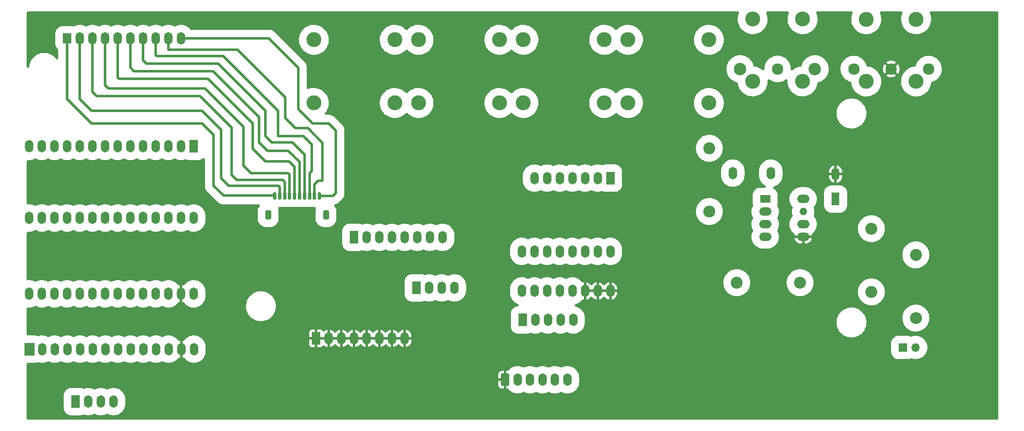
<source format=gbr>
%TF.GenerationSoftware,KiCad,Pcbnew,(6.0.7)*%
%TF.CreationDate,2022-08-16T16:20:59+02:00*%
%TF.ProjectId,MHS_Mobile_Hardware_Sampler_V4,4d48535f-4d6f-4626-996c-655f48617264,rev?*%
%TF.SameCoordinates,Original*%
%TF.FileFunction,Copper,L1,Top*%
%TF.FilePolarity,Positive*%
%FSLAX46Y46*%
G04 Gerber Fmt 4.6, Leading zero omitted, Abs format (unit mm)*
G04 Created by KiCad (PCBNEW (6.0.7)) date 2022-08-16 16:20:59*
%MOMM*%
%LPD*%
G01*
G04 APERTURE LIST*
G04 Aperture macros list*
%AMRoundRect*
0 Rectangle with rounded corners*
0 $1 Rounding radius*
0 $2 $3 $4 $5 $6 $7 $8 $9 X,Y pos of 4 corners*
0 Add a 4 corners polygon primitive as box body*
4,1,4,$2,$3,$4,$5,$6,$7,$8,$9,$2,$3,0*
0 Add four circle primitives for the rounded corners*
1,1,$1+$1,$2,$3*
1,1,$1+$1,$4,$5*
1,1,$1+$1,$6,$7*
1,1,$1+$1,$8,$9*
0 Add four rect primitives between the rounded corners*
20,1,$1+$1,$2,$3,$4,$5,0*
20,1,$1+$1,$4,$5,$6,$7,0*
20,1,$1+$1,$6,$7,$8,$9,0*
20,1,$1+$1,$8,$9,$2,$3,0*%
G04 Aperture macros list end*
%TA.AperFunction,ComponentPad*%
%ADD10O,1.700000X2.500000*%
%TD*%
%TA.AperFunction,ComponentPad*%
%ADD11R,1.700000X2.500000*%
%TD*%
%TA.AperFunction,ComponentPad*%
%ADD12R,2.000000X1.500000*%
%TD*%
%TA.AperFunction,ComponentPad*%
%ADD13O,2.500000X1.700000*%
%TD*%
%TA.AperFunction,ComponentPad*%
%ADD14O,1.500000X1.500000*%
%TD*%
%TA.AperFunction,ComponentPad*%
%ADD15RoundRect,0.250000X-0.600000X-1.000000X0.600000X-1.000000X0.600000X1.000000X-0.600000X1.000000X0*%
%TD*%
%TA.AperFunction,SMDPad,CuDef*%
%ADD16RoundRect,0.150000X-0.150000X-0.625000X0.150000X-0.625000X0.150000X0.625000X-0.150000X0.625000X0*%
%TD*%
%TA.AperFunction,SMDPad,CuDef*%
%ADD17RoundRect,0.250000X-0.350000X-0.650000X0.350000X-0.650000X0.350000X0.650000X-0.350000X0.650000X0*%
%TD*%
%TA.AperFunction,ComponentPad*%
%ADD18R,1.700000X1.700000*%
%TD*%
%TA.AperFunction,ComponentPad*%
%ADD19O,1.700000X1.700000*%
%TD*%
%TA.AperFunction,ComponentPad*%
%ADD20C,3.000000*%
%TD*%
%TA.AperFunction,ComponentPad*%
%ADD21C,2.300000*%
%TD*%
%TA.AperFunction,ComponentPad*%
%ADD22C,2.400000*%
%TD*%
%TA.AperFunction,ComponentPad*%
%ADD23O,2.400000X2.400000*%
%TD*%
%TA.AperFunction,ComponentPad*%
%ADD24R,1.700000X2.000000*%
%TD*%
%TA.AperFunction,ComponentPad*%
%ADD25C,2.500000*%
%TD*%
%TA.AperFunction,ComponentPad*%
%ADD26R,1.600000X2.500000*%
%TD*%
%TA.AperFunction,ComponentPad*%
%ADD27O,1.600000X2.500000*%
%TD*%
%TA.AperFunction,ComponentPad*%
%ADD28R,2.000000X2.500000*%
%TD*%
%TA.AperFunction,Conductor*%
%ADD29C,0.500000*%
%TD*%
%TA.AperFunction,Conductor*%
%ADD30C,1.000000*%
%TD*%
G04 APERTURE END LIST*
D10*
%TO.P,U7,1,GND*%
%TO.N,Net-(J1-Pad1)*%
X52020000Y-61000000D03*
%TO.P,U7,2,0_RX1_CRX2_CS1*%
%TO.N,Net-(J1-Pad2)*%
X49480000Y-61000000D03*
%TO.P,U7,3,1_TX1_CTX2_MISO1*%
%TO.N,Net-(J1-Pad3)*%
X46940000Y-61000000D03*
%TO.P,U7,4,2_OUT2*%
%TO.N,Net-(J1-Pad4)*%
X44400000Y-61000000D03*
%TO.P,U7,5,3_LRCLK2*%
%TO.N,Net-(J1-Pad5)*%
X41860000Y-61000000D03*
%TO.P,U7,6,4_BCLK2*%
%TO.N,Net-(J1-Pad6)*%
X39320000Y-61000000D03*
%TO.P,U7,7,5_IN2*%
%TO.N,Net-(J1-Pad7)*%
X36780000Y-61000000D03*
%TO.P,U7,8,6_OUT1D*%
%TO.N,Net-(J1-Pad8)*%
X34240000Y-61000000D03*
%TO.P,U7,9,7_RX2_OUT1A*%
%TO.N,Net-(J1-Pad9)*%
X31700000Y-61000000D03*
%TO.P,U7,10,8_TX2_IN1*%
%TO.N,Net-(J1-Pad10)*%
X29160000Y-61000000D03*
%TO.P,U7,11,9_OUT1C*%
%TO.N,Net-(J1-Pad11)*%
X26620000Y-61000000D03*
%TO.P,U7,12,10_CS_MQSR*%
%TO.N,Net-(J1-Pad12)*%
X24080000Y-61000000D03*
%TO.P,U7,13,11_MOSI_CTX1*%
%TO.N,Net-(J1-Pad13)*%
X21540000Y-61000000D03*
%TO.P,U7,14,12_MISO_MQSL*%
%TO.N,Net-(J1-Pad14)*%
X19000000Y-61000000D03*
%TO.P,U7,20,13_SCK_CRX1_LED*%
%TO.N,Net-(J2-Pad1)*%
X19000000Y-76240000D03*
%TO.P,U7,21,14_A0_TX3_SPDIF_OUT*%
%TO.N,Net-(J2-Pad2)*%
X21540000Y-76240000D03*
%TO.P,U7,22,15_A1_RX3_SPDIF_IN*%
%TO.N,Net-(J2-Pad3)*%
X24080000Y-76240000D03*
%TO.P,U7,23,16_A2_RX4_SCL1*%
%TO.N,Net-(J2-Pad4)*%
X26620000Y-76240000D03*
%TO.P,U7,24,17_A3_TX4_SDA1*%
%TO.N,Net-(J2-Pad5)*%
X29160000Y-76240000D03*
%TO.P,U7,25,18_A4_SDA0*%
%TO.N,Net-(J2-Pad6)*%
X31700000Y-76240000D03*
%TO.P,U7,26,19_A5_SCL0*%
%TO.N,Net-(J2-Pad7)*%
X34240000Y-76240000D03*
%TO.P,U7,27,20_A6_TX5_LRCLK1*%
%TO.N,Net-(J2-Pad8)*%
X36780000Y-76240000D03*
%TO.P,U7,28,21_A7_RX5_BCLK1*%
%TO.N,Net-(J2-Pad9)*%
X39320000Y-76240000D03*
%TO.P,U7,29,22_A8_CTX1*%
%TO.N,Net-(J2-Pad10)*%
X41860000Y-76240000D03*
%TO.P,U7,30,23_A9_CRX1_MCLK1*%
%TO.N,Net-(J2-Pad11)*%
X44400000Y-76240000D03*
%TO.P,U7,31,3V3*%
%TO.N,Net-(J14-Pad1)*%
X46940000Y-76240000D03*
%TO.P,U7,32,GND*%
%TO.N,GND*%
X49480000Y-76240000D03*
%TO.P,U7,33,VIN*%
%TO.N,Net-(C1-Pad1)*%
X52020000Y-76240000D03*
%TD*%
D11*
%TO.P,J14,1,Pin_1*%
%TO.N,Net-(J14-Pad1)*%
X28300000Y-97900000D03*
D10*
%TO.P,J14,2,Pin_2*%
X30840000Y-97900000D03*
%TO.P,J14,3,Pin_3*%
X33380000Y-97900000D03*
%TO.P,J14,4,Pin_4*%
X35920000Y-97900000D03*
%TD*%
D12*
%TO.P,U6,1,NC*%
%TO.N,unconnected-(U6-Pad1)*%
X166690000Y-57180000D03*
D13*
%TO.P,U6,2,C1*%
%TO.N,Net-(D1-Pad1)*%
X166690000Y-59720000D03*
%TO.P,U6,3,C2*%
%TO.N,Net-(D1-Pad2)*%
X166690000Y-62260000D03*
%TO.P,U6,4,NC*%
%TO.N,unconnected-(U6-Pad4)*%
X166690000Y-64800000D03*
%TO.P,U6,5,GND*%
%TO.N,GND*%
X174310000Y-64800000D03*
%TO.P,U6,6,VO2*%
%TO.N,Net-(J10-Pad1)*%
X174310000Y-62260000D03*
D14*
%TO.P,U6,7,VO1*%
%TO.N,unconnected-(U6-Pad7)*%
X174310000Y-59720000D03*
D13*
%TO.P,U6,8,VCC*%
%TO.N,Net-(C1-Pad1)*%
X174310000Y-57180000D03*
%TD*%
D11*
%TO.P,J9,1,Pin_1*%
%TO.N,Net-(J9-Pad1)*%
X118000000Y-81500000D03*
D10*
%TO.P,J9,2,Pin_2*%
%TO.N,Net-(J9-Pad2)*%
X120540000Y-81500000D03*
%TO.P,J9,3,Pin_3*%
%TO.N,Net-(J9-Pad3)*%
X123080000Y-81500000D03*
%TO.P,J9,4,Pin_4*%
%TO.N,Net-(J9-Pad4)*%
X125620000Y-81500000D03*
%TO.P,J9,5,Pin_5*%
%TO.N,Net-(J9-Pad5)*%
X128160000Y-81500000D03*
%TD*%
D15*
%TO.P,J4,1,1*%
%TO.N,GND*%
X114500000Y-93500000D03*
D10*
%TO.P,J4,2,2*%
%TO.N,Net-(J14-Pad1)*%
X117000000Y-93500000D03*
%TO.P,J4,3,3*%
%TO.N,Net-(J4-Pad3)*%
X119500000Y-93500000D03*
%TO.P,J4,4,4*%
%TO.N,Net-(J4-Pad4)*%
X122000000Y-93500000D03*
%TO.P,J4,5,5*%
%TO.N,Net-(J4-Pad5)*%
X124500000Y-93500000D03*
%TO.P,J4,6,6*%
%TO.N,Net-(J4-Pad6)*%
X127000000Y-93500000D03*
%TD*%
D11*
%TO.P,J5,1,Pin_1*%
%TO.N,Net-(J5-Pad1)*%
X135625000Y-53000000D03*
D10*
%TO.P,J5,2,Pin_2*%
%TO.N,Net-(J5-Pad2)*%
X133085000Y-53000000D03*
%TO.P,J5,3,Pin_3*%
%TO.N,Net-(J5-Pad3)*%
X130545000Y-53000000D03*
%TO.P,J5,4,Pin_4*%
%TO.N,Net-(J5-Pad4)*%
X128005000Y-53000000D03*
%TO.P,J5,5,Pin_5*%
%TO.N,Net-(J5-Pad5)*%
X125465000Y-53000000D03*
%TO.P,J5,6,Pin_6*%
%TO.N,Net-(J5-Pad6)*%
X122925000Y-53000000D03*
%TO.P,J5,7,Pin_7*%
%TO.N,Net-(J5-Pad7)*%
X120385000Y-53000000D03*
%TD*%
D16*
%TO.P,JST_TEENSY_5,1,1*%
%TO.N,Net-(J12-Pad1)*%
X68250000Y-56530000D03*
%TO.P,JST_TEENSY_5,2,2*%
%TO.N,Net-(J12-Pad2)*%
X69250000Y-56530000D03*
%TO.P,JST_TEENSY_5,3,3*%
%TO.N,Net-(J12-Pad3)*%
X70250000Y-56530000D03*
%TO.P,JST_TEENSY_5,4,4*%
%TO.N,Net-(J12-Pad4)*%
X71250000Y-56530000D03*
%TO.P,JST_TEENSY_5,5,5*%
%TO.N,Net-(J12-Pad5)*%
X72250000Y-56530000D03*
%TO.P,JST_TEENSY_5,6,6*%
%TO.N,Net-(J12-Pad6)*%
X73250000Y-56530000D03*
%TO.P,JST_TEENSY_5,7,7*%
%TO.N,Net-(J12-Pad7)*%
X74250000Y-56530000D03*
%TO.P,JST_TEENSY_5,8,8*%
%TO.N,Net-(J12-Pad8)*%
X75250000Y-56530000D03*
%TO.P,JST_TEENSY_5,9,9*%
%TO.N,Net-(J12-Pad9)*%
X76250000Y-56530000D03*
%TO.P,JST_TEENSY_5,10,10*%
%TO.N,Net-(J12-Pad10)*%
X77250000Y-56530000D03*
D17*
%TO.P,JST_TEENSY_5,MP*%
%TO.N,N/C*%
X66950000Y-60405000D03*
X78550000Y-60405000D03*
%TD*%
D18*
%TO.P,J10,1,Pin_1*%
%TO.N,Net-(J10-Pad1)*%
X194340000Y-87010000D03*
D19*
%TO.P,J10,2,Pin_2*%
%TO.N,Net-(J10-Pad2)*%
X196880000Y-87010000D03*
%TD*%
D11*
%TO.P,J1,1,Pin_1*%
%TO.N,Net-(J1-Pad1)*%
X52010000Y-46620000D03*
D10*
%TO.P,J1,2,Pin_2*%
%TO.N,Net-(J1-Pad2)*%
X49470000Y-46620000D03*
%TO.P,J1,3,Pin_3*%
%TO.N,Net-(J1-Pad3)*%
X46930000Y-46620000D03*
%TO.P,J1,4,Pin_4*%
%TO.N,Net-(J1-Pad4)*%
X44390000Y-46620000D03*
%TO.P,J1,5,Pin_5*%
%TO.N,Net-(J1-Pad5)*%
X41850000Y-46620000D03*
%TO.P,J1,6,Pin_6*%
%TO.N,Net-(J1-Pad6)*%
X39310000Y-46620000D03*
%TO.P,J1,7,Pin_7*%
%TO.N,Net-(J1-Pad7)*%
X36770000Y-46620000D03*
%TO.P,J1,8,Pin_8*%
%TO.N,Net-(J1-Pad8)*%
X34230000Y-46620000D03*
%TO.P,J1,9,Pin_9*%
%TO.N,Net-(J1-Pad9)*%
X31690000Y-46620000D03*
%TO.P,J1,10,Pin_10*%
%TO.N,Net-(J1-Pad10)*%
X29150000Y-46620000D03*
%TO.P,J1,11,Pin_11*%
%TO.N,Net-(J1-Pad11)*%
X26610000Y-46620000D03*
%TO.P,J1,12,Pin_12*%
%TO.N,Net-(J1-Pad12)*%
X24070000Y-46620000D03*
%TO.P,J1,13,Pin_13*%
%TO.N,Net-(J1-Pad13)*%
X21530000Y-46620000D03*
%TO.P,J1,14,Pin_14*%
%TO.N,Net-(J1-Pad14)*%
X18990000Y-46620000D03*
%TD*%
D20*
%TO.P,J8,*%
%TO.N,*%
X196982056Y-21066973D03*
X186969129Y-21056684D03*
D21*
%TO.P,J8,1*%
%TO.N,unconnected-(J8-Pad1)*%
X184470000Y-31067500D03*
%TO.P,J8,2*%
%TO.N,GND*%
X191970000Y-31067500D03*
%TO.P,J8,3*%
%TO.N,unconnected-(J8-Pad3)*%
X199470000Y-31067500D03*
D20*
%TO.P,J8,4*%
%TO.N,Net-(J8-Pad4)*%
X186970000Y-33567500D03*
%TO.P,J8,5*%
%TO.N,Net-(J8-Pad5)*%
X196970000Y-33567500D03*
%TD*%
%TO.P,J17,1,TN*%
%TO.N,Net-(J17-Pad1)*%
X118154670Y-25190000D03*
%TO.P,J17,2,SN*%
%TO.N,Net-(J17-Pad2)*%
X118154670Y-37890000D03*
%TO.P,J17,3,S*%
%TO.N,unconnected-(J17-Pad3)*%
X134384670Y-37890000D03*
%TO.P,J17,4,T*%
%TO.N,unconnected-(J17-Pad4)*%
X134384670Y-25190000D03*
%TD*%
D22*
%TO.P,R8,1*%
%TO.N,Net-(J8-Pad5)*%
X196920000Y-68410000D03*
D23*
%TO.P,R8,2*%
%TO.N,Net-(J10-Pad2)*%
X196920000Y-81110000D03*
%TD*%
D20*
%TO.P,J16,1,TN*%
%TO.N,Net-(J16-Pad1)*%
X97124670Y-25190000D03*
%TO.P,J16,2,SN*%
%TO.N,Net-(J16-Pad2)*%
X97124670Y-37890000D03*
%TO.P,J16,3,S*%
%TO.N,unconnected-(J16-Pad3)*%
X113354670Y-37890000D03*
%TO.P,J16,4,T*%
%TO.N,unconnected-(J16-Pad4)*%
X113354670Y-25190000D03*
%TD*%
D22*
%TO.P,R6,1*%
%TO.N,Net-(J14-Pad1)*%
X161000000Y-74000000D03*
D23*
%TO.P,R6,2*%
%TO.N,Net-(J10-Pad1)*%
X173700000Y-74000000D03*
%TD*%
D24*
%TO.P,J12,1,Pin_1*%
%TO.N,Net-(J12-Pad1)*%
X26615723Y-24942131D03*
D10*
%TO.P,J12,3,Pin_3*%
%TO.N,Net-(J12-Pad3)*%
X31695723Y-24942131D03*
%TO.P,J12,4,Pin_4*%
%TO.N,Net-(J12-Pad4)*%
X34235723Y-24942131D03*
%TO.P,J12,5,Pin_5*%
%TO.N,Net-(J12-Pad5)*%
X36775723Y-24942131D03*
%TO.P,J12,6,Pin_6*%
%TO.N,Net-(J12-Pad6)*%
X39315723Y-24942131D03*
%TO.P,J12,7,Pin_7*%
%TO.N,Net-(J12-Pad7)*%
X41855723Y-24942131D03*
%TO.P,J12,8,Pin_8*%
%TO.N,Net-(J12-Pad8)*%
X44395723Y-24942131D03*
%TO.P,J12,9,Pin_9*%
%TO.N,Net-(J12-Pad9)*%
X46935723Y-24942131D03*
%TO.P,J12,10,Pin_10*%
%TO.N,Net-(J12-Pad10)*%
X49475723Y-24942131D03*
%TO.P,J12,e*%
%TO.N,N/C*%
X29155723Y-24942131D03*
%TD*%
D11*
%TO.P,J6,1,Pin_1*%
%TO.N,Net-(J4-Pad3)*%
X96700000Y-75040000D03*
D10*
%TO.P,J6,2,Pin_2*%
%TO.N,Net-(J4-Pad4)*%
X99240000Y-75040000D03*
%TO.P,J6,3,Pin_3*%
%TO.N,Net-(J4-Pad5)*%
X101780000Y-75040000D03*
%TO.P,J6,4,Pin_4*%
%TO.N,Net-(J4-Pad6)*%
X104320000Y-75040000D03*
%TD*%
D20*
%TO.P,J3,*%
%TO.N,*%
X174182056Y-21046973D03*
X164169129Y-21036684D03*
D25*
%TO.P,J3,1*%
%TO.N,unconnected-(J3-Pad1)*%
X161670000Y-31047500D03*
D21*
%TO.P,J3,2*%
%TO.N,unconnected-(J3-Pad2)*%
X169170000Y-31047500D03*
D25*
%TO.P,J3,3*%
%TO.N,unconnected-(J3-Pad3)*%
X176670000Y-31047500D03*
D20*
%TO.P,J3,4*%
%TO.N,Net-(J3-Pad4)*%
X164170000Y-33547500D03*
%TO.P,J3,5*%
%TO.N,Net-(D1-Pad2)*%
X174170000Y-33547500D03*
%TD*%
D26*
%TO.P,C1,1*%
%TO.N,Net-(C1-Pad1)*%
X180817621Y-57190000D03*
D27*
%TO.P,C1,2*%
%TO.N,GND*%
X180817621Y-52190000D03*
%TD*%
D11*
%TO.P,J7,1,Pin_1*%
%TO.N,Net-(J11-Pad2)*%
X84180000Y-64880000D03*
D10*
%TO.P,J7,2,Pin_2*%
%TO.N,Net-(J11-Pad1)*%
X86720000Y-64880000D03*
%TO.P,J7,3,Pin_3*%
%TO.N,Net-(J16-Pad1)*%
X89260000Y-64880000D03*
%TO.P,J7,4,Pin_4*%
%TO.N,Net-(J16-Pad2)*%
X91800000Y-64880000D03*
%TO.P,J7,5,Pin_5*%
%TO.N,Net-(J17-Pad1)*%
X94340000Y-64880000D03*
%TO.P,J7,6,Pin_6*%
%TO.N,Net-(J17-Pad2)*%
X96880000Y-64880000D03*
%TO.P,J7,7,Pin_7*%
%TO.N,Net-(J18-Pad1)*%
X99420000Y-64880000D03*
%TO.P,J7,8,Pin_8*%
%TO.N,Net-(J18-Pad2)*%
X101960000Y-64880000D03*
%TD*%
D20*
%TO.P,J18,1,TN*%
%TO.N,Net-(J18-Pad1)*%
X139154670Y-25190000D03*
%TO.P,J18,2,SN*%
%TO.N,Net-(J18-Pad2)*%
X139154670Y-37890000D03*
%TO.P,J18,3,S*%
%TO.N,unconnected-(J18-Pad3)*%
X155384670Y-37890000D03*
%TO.P,J18,4,T*%
%TO.N,unconnected-(J18-Pad4)*%
X155384670Y-25190000D03*
%TD*%
D22*
%TO.P,R7,1*%
%TO.N,Net-(J14-Pad1)*%
X188000000Y-75850000D03*
D23*
%TO.P,R7,2*%
%TO.N,Net-(J8-Pad4)*%
X188000000Y-63150000D03*
%TD*%
D10*
%TO.P,D1,1,K*%
%TO.N,Net-(D1-Pad1)*%
X167810000Y-51990000D03*
%TO.P,D1,2,A*%
%TO.N,Net-(D1-Pad2)*%
X160190000Y-51990000D03*
%TD*%
D28*
%TO.P,J2,1,Pin_1*%
%TO.N,Net-(J2-Pad1)*%
X19032663Y-87357701D03*
D10*
%TO.P,J2,2,Pin_2*%
%TO.N,Net-(J2-Pad2)*%
X21572663Y-87357701D03*
%TO.P,J2,3,Pin_3*%
%TO.N,Net-(J2-Pad3)*%
X24112663Y-87357701D03*
%TO.P,J2,4,Pin_4*%
%TO.N,Net-(J2-Pad4)*%
X26652663Y-87357701D03*
%TO.P,J2,5,Pin_5*%
%TO.N,Net-(J2-Pad5)*%
X29192663Y-87357701D03*
%TO.P,J2,6,Pin_6*%
%TO.N,Net-(J2-Pad6)*%
X31732663Y-87357701D03*
%TO.P,J2,7,Pin_7*%
%TO.N,Net-(J2-Pad7)*%
X34272663Y-87357701D03*
%TO.P,J2,8,Pin_8*%
%TO.N,Net-(J2-Pad8)*%
X36812663Y-87357701D03*
%TO.P,J2,9,Pin_9*%
%TO.N,Net-(J2-Pad9)*%
X39352663Y-87357701D03*
%TO.P,J2,10,Pin_10*%
%TO.N,Net-(J2-Pad10)*%
X41892663Y-87357701D03*
%TO.P,J2,11,Pin_11*%
%TO.N,Net-(J2-Pad11)*%
X44432663Y-87357701D03*
%TO.P,J2,12,Pin_12*%
%TO.N,Net-(J14-Pad1)*%
X46972663Y-87357701D03*
%TO.P,J2,13,Pin_13*%
%TO.N,GND*%
X49512663Y-87357701D03*
%TO.P,J2,14,Pin_14*%
%TO.N,Net-(C1-Pad1)*%
X52052663Y-87357701D03*
%TD*%
D20*
%TO.P,J11,1,TN*%
%TO.N,Net-(J11-Pad1)*%
X76124340Y-25190000D03*
%TO.P,J11,2,SN*%
%TO.N,Net-(J11-Pad2)*%
X76124340Y-37890000D03*
%TO.P,J11,3,S*%
%TO.N,unconnected-(J11-Pad3)*%
X92354340Y-37890000D03*
%TO.P,J11,4,T*%
%TO.N,unconnected-(J11-Pad4)*%
X92354340Y-25190000D03*
%TD*%
D11*
%TO.P,J13,1,Pin_1*%
%TO.N,GND*%
X76560000Y-85200000D03*
D10*
%TO.P,J13,2,Pin_2*%
X79100000Y-85200000D03*
%TO.P,J13,3,Pin_3*%
X81640000Y-85200000D03*
%TO.P,J13,4,Pin_4*%
X84180000Y-85200000D03*
%TO.P,J13,5,Pin_5*%
X86720000Y-85200000D03*
%TO.P,J13,6,Pin_6*%
X89260000Y-85200000D03*
%TO.P,J13,7,Pin_7*%
X91800000Y-85200000D03*
%TO.P,J13,8,Pin_8*%
X94340000Y-85200000D03*
%TD*%
%TO.P,U5,1,A4*%
%TO.N,Net-(J9-Pad1)*%
X117840000Y-75657960D03*
%TO.P,U5,2,A6*%
%TO.N,Net-(J9-Pad2)*%
X120380000Y-75657960D03*
%TO.P,U5,3,A*%
%TO.N,Net-(J9-Pad3)*%
X122920000Y-75657960D03*
%TO.P,U5,4,A7*%
%TO.N,Net-(J9-Pad4)*%
X125460000Y-75657960D03*
%TO.P,U5,5,A5*%
%TO.N,Net-(J9-Pad5)*%
X128000000Y-75657960D03*
%TO.P,U5,6,~{E}*%
%TO.N,GND*%
X130540000Y-75657960D03*
%TO.P,U5,7,VEE*%
X133080000Y-75657960D03*
%TO.P,U5,8,GND*%
X135620000Y-75657960D03*
%TO.P,U5,9,S2*%
%TO.N,Net-(J5-Pad1)*%
X135620000Y-67717960D03*
%TO.P,U5,10,S1*%
%TO.N,Net-(J5-Pad2)*%
X133080000Y-67717960D03*
%TO.P,U5,11,S0*%
%TO.N,Net-(J5-Pad3)*%
X130540000Y-67717960D03*
%TO.P,U5,12,A3*%
%TO.N,Net-(J5-Pad4)*%
X128000000Y-67717960D03*
%TO.P,U5,13,A0*%
%TO.N,Net-(J5-Pad5)*%
X125460000Y-67717960D03*
%TO.P,U5,14,A1*%
%TO.N,Net-(J5-Pad6)*%
X122920000Y-67717960D03*
%TO.P,U5,15,A2*%
%TO.N,Net-(J5-Pad7)*%
X120380000Y-67717960D03*
%TO.P,U5,16,VCC*%
%TO.N,Net-(J14-Pad1)*%
X117840000Y-67717960D03*
%TD*%
D22*
%TO.P,R5,1*%
%TO.N,Net-(J3-Pad4)*%
X155500000Y-46990000D03*
D23*
%TO.P,R5,2*%
%TO.N,Net-(D1-Pad1)*%
X155500000Y-59690000D03*
%TD*%
D29*
%TO.N,Net-(J12-Pad1)*%
X68250000Y-56530000D02*
X68220000Y-56500000D01*
X56000000Y-54500000D02*
X56000000Y-44320000D01*
X26575000Y-37075000D02*
X26575000Y-25000000D01*
X68220000Y-56500000D02*
X58000000Y-56500000D01*
X56000000Y-44320000D02*
X53700000Y-42020000D01*
X53700000Y-42020000D02*
X31520000Y-42020000D01*
X31520000Y-42020000D02*
X26575000Y-37075000D01*
X58000000Y-56500000D02*
X56000000Y-54500000D01*
D30*
%TO.N,Net-(J1-Pad14)*%
X19000000Y-46630000D02*
X18990000Y-46620000D01*
%TO.N,Net-(J2-Pad1)*%
X19000000Y-87325038D02*
X19032663Y-87357701D01*
D29*
%TO.N,Net-(J12-Pad2)*%
X31480000Y-39480000D02*
X53680000Y-39480000D01*
X59000000Y-54500000D02*
X69000000Y-54500000D01*
X57500000Y-43300000D02*
X57500000Y-53000000D01*
X69250000Y-54750000D02*
X69250000Y-56530000D01*
X29115000Y-25000000D02*
X29115000Y-37115000D01*
X29115000Y-37115000D02*
X31480000Y-39480000D01*
X57500000Y-53000000D02*
X59000000Y-54500000D01*
X69000000Y-54500000D02*
X69250000Y-54750000D01*
X53680000Y-39480000D02*
X57500000Y-43300000D01*
%TO.N,Net-(J12-Pad3)*%
X59588168Y-42828168D02*
X59588168Y-52304792D01*
X60623376Y-53340000D02*
X69840000Y-53340000D01*
X53260000Y-36500000D02*
X59588168Y-42828168D01*
X59588168Y-52304792D02*
X60623376Y-53340000D01*
X31655000Y-35655000D02*
X32500000Y-36500000D01*
X69840000Y-53340000D02*
X70250000Y-53750000D01*
X32500000Y-36500000D02*
X53260000Y-36500000D01*
X70250000Y-53750000D02*
X70250000Y-56530000D01*
X31655000Y-25000000D02*
X31655000Y-35655000D01*
%TO.N,Net-(J12-Pad4)*%
X34195000Y-34305000D02*
X34890000Y-35000000D01*
X71250000Y-52250000D02*
X71250000Y-56530000D01*
X34195000Y-25000000D02*
X34195000Y-34305000D01*
X62000000Y-50500000D02*
X63500000Y-52000000D01*
X71000000Y-52000000D02*
X71250000Y-52250000D01*
X62000000Y-42700000D02*
X62000000Y-50500000D01*
X63500000Y-52000000D02*
X71000000Y-52000000D01*
X54300000Y-35000000D02*
X62000000Y-42700000D01*
X34890000Y-35000000D02*
X54300000Y-35000000D01*
%TO.N,Net-(J12-Pad5)*%
X54840000Y-33000000D02*
X63860000Y-42020000D01*
X37000000Y-33000000D02*
X54840000Y-33000000D01*
X36735000Y-32735000D02*
X37000000Y-33000000D01*
X63860000Y-42020000D02*
X63860000Y-47100000D01*
X71140000Y-49640000D02*
X72250000Y-50750000D01*
X72250000Y-50750000D02*
X72250000Y-56530000D01*
X36735000Y-25000000D02*
X36735000Y-32735000D01*
X63860000Y-47100000D02*
X66400000Y-49640000D01*
X66400000Y-49640000D02*
X71140000Y-49640000D01*
%TO.N,Net-(J12-Pad6)*%
X55880000Y-31500000D02*
X65130000Y-40750000D01*
X71000000Y-47500000D02*
X73250000Y-49750000D01*
X73250000Y-49750000D02*
X73250000Y-56530000D01*
X66800000Y-47500000D02*
X65130000Y-45830000D01*
X39275000Y-25000000D02*
X39275000Y-30775000D01*
X40000000Y-31500000D02*
X55880000Y-31500000D01*
X39275000Y-30775000D02*
X40000000Y-31500000D01*
X65130000Y-45830000D02*
X65130000Y-40750000D01*
X71000000Y-47500000D02*
X66800000Y-47500000D01*
%TO.N,Net-(J12-Pad7)*%
X71830000Y-45830000D02*
X74250000Y-48250000D01*
X41815000Y-29315000D02*
X42500000Y-30000000D01*
X41815000Y-25000000D02*
X41815000Y-29315000D01*
X67670000Y-45830000D02*
X71830000Y-45830000D01*
X66400000Y-44560000D02*
X67670000Y-45830000D01*
X42500000Y-30000000D02*
X56920000Y-30000000D01*
X66400000Y-39480000D02*
X66400000Y-44560000D01*
X74250000Y-48250000D02*
X74250000Y-56530000D01*
X56920000Y-30000000D02*
X66400000Y-39480000D01*
%TO.N,Net-(J12-Pad8)*%
X57896754Y-28436754D02*
X44521395Y-28436754D01*
X75250000Y-51988569D02*
X75702190Y-51536379D01*
X44521395Y-28436754D02*
X44395723Y-28311082D01*
X75702190Y-46242190D02*
X74020000Y-44560000D01*
X75702190Y-51536379D02*
X75702190Y-46242190D01*
X68940000Y-39480000D02*
X57896754Y-28436754D01*
X44395723Y-28311082D02*
X44395723Y-24942131D01*
X68940000Y-44560000D02*
X68940000Y-39480000D01*
X74020000Y-44560000D02*
X68940000Y-44560000D01*
X75250000Y-56530000D02*
X75250000Y-51988569D01*
%TO.N,Net-(J12-Pad9)*%
X77000000Y-53500000D02*
X77794712Y-53500000D01*
X70380423Y-36736336D02*
X60846193Y-27202106D01*
X70380423Y-40920423D02*
X70380423Y-36736336D01*
X76250000Y-54250000D02*
X77000000Y-53500000D01*
X74965777Y-42965777D02*
X72425777Y-42965777D01*
X60846193Y-27202106D02*
X46922101Y-27202106D01*
X77866041Y-45866041D02*
X74965777Y-42965777D01*
X77866041Y-53428671D02*
X77866041Y-45866041D01*
X76250000Y-56530000D02*
X76250000Y-54250000D01*
X77794712Y-53500000D02*
X77866041Y-53428671D01*
X72425777Y-42965777D02*
X70380423Y-40920423D01*
X46935723Y-27051300D02*
X46935723Y-24942131D01*
%TO.N,Net-(J12-Pad10)*%
X72969127Y-30809127D02*
X67102131Y-24942131D01*
X75864479Y-42020000D02*
X72969127Y-39124648D01*
X80500000Y-43420000D02*
X79100000Y-42020000D01*
X80500000Y-56000000D02*
X80500000Y-43420000D01*
X67102131Y-24942131D02*
X49475723Y-24942131D01*
X79970000Y-56530000D02*
X80500000Y-56000000D01*
X72969127Y-39124648D02*
X72969127Y-30809127D01*
X79100000Y-42020000D02*
X75864479Y-42020000D01*
X77250000Y-56530000D02*
X79970000Y-56530000D01*
%TD*%
%TA.AperFunction,Conductor*%
%TO.N,GND*%
G36*
X161279280Y-19519454D02*
G01*
X161360062Y-19573430D01*
X161414038Y-19654212D01*
X161432992Y-19749500D01*
X161414038Y-19844788D01*
X161409846Y-19854338D01*
X161374607Y-19930254D01*
X161265957Y-20258781D01*
X161264500Y-20265817D01*
X161244277Y-20363472D01*
X161195787Y-20597619D01*
X161165027Y-20942276D01*
X161167769Y-21046973D01*
X161173109Y-21250899D01*
X161174085Y-21288185D01*
X161222841Y-21630760D01*
X161224659Y-21637689D01*
X161224660Y-21637695D01*
X161293059Y-21898416D01*
X161310648Y-21965461D01*
X161436343Y-22287851D01*
X161439698Y-22294187D01*
X161439700Y-22294192D01*
X161572746Y-22545473D01*
X161598259Y-22593658D01*
X161794251Y-22878828D01*
X162021721Y-23139582D01*
X162027029Y-23144411D01*
X162027031Y-23144414D01*
X162272344Y-23367632D01*
X162272352Y-23367639D01*
X162277653Y-23372462D01*
X162283475Y-23376645D01*
X162283478Y-23376648D01*
X162325630Y-23406937D01*
X162558656Y-23574383D01*
X162564921Y-23577870D01*
X162564924Y-23577872D01*
X162854732Y-23739178D01*
X162854739Y-23739181D01*
X162861005Y-23742669D01*
X163180692Y-23875087D01*
X163187591Y-23877052D01*
X163187596Y-23877054D01*
X163506568Y-23967916D01*
X163506572Y-23967917D01*
X163513481Y-23969885D01*
X163854960Y-24025804D01*
X163892048Y-24027553D01*
X164193447Y-24041767D01*
X164193455Y-24041767D01*
X164200603Y-24042104D01*
X164310628Y-24034603D01*
X164538678Y-24019057D01*
X164538687Y-24019056D01*
X164545829Y-24018569D01*
X164578214Y-24012567D01*
X164879007Y-23956819D01*
X164879014Y-23956817D01*
X164886062Y-23955511D01*
X165216792Y-23853765D01*
X165231331Y-23847383D01*
X165527062Y-23717566D01*
X165527065Y-23717564D01*
X165533636Y-23714680D01*
X165582218Y-23686291D01*
X165826212Y-23543713D01*
X165826219Y-23543709D01*
X165832394Y-23540100D01*
X165838118Y-23535802D01*
X165838123Y-23535799D01*
X166103372Y-23336644D01*
X166109107Y-23332338D01*
X166360106Y-23094149D01*
X166471000Y-22961521D01*
X166577469Y-22834186D01*
X166577471Y-22834184D01*
X166582065Y-22828689D01*
X166772042Y-22539476D01*
X166927519Y-22230346D01*
X167046434Y-21905394D01*
X167084248Y-21747890D01*
X167125539Y-21575901D01*
X167125540Y-21575896D01*
X167127213Y-21568927D01*
X167168783Y-21225406D01*
X167173911Y-21062233D01*
X167174540Y-21042233D01*
X167174540Y-21042224D01*
X167174714Y-21036684D01*
X167154795Y-20691231D01*
X167100589Y-20380645D01*
X167096538Y-20357431D01*
X167096537Y-20357427D01*
X167095303Y-20350356D01*
X167079234Y-20296106D01*
X167005998Y-20048867D01*
X166997026Y-20018578D01*
X166970793Y-19957074D01*
X166923924Y-19847192D01*
X166903974Y-19752107D01*
X166921929Y-19656626D01*
X166975057Y-19575284D01*
X167055268Y-19520464D01*
X167152960Y-19500500D01*
X171201695Y-19500500D01*
X171296983Y-19519454D01*
X171377765Y-19573430D01*
X171431741Y-19654212D01*
X171450695Y-19749500D01*
X171431741Y-19844788D01*
X171427549Y-19854338D01*
X171387534Y-19940543D01*
X171278884Y-20269070D01*
X171277427Y-20276106D01*
X171210845Y-20597619D01*
X171208714Y-20607908D01*
X171177954Y-20952565D01*
X171180805Y-21061430D01*
X171186743Y-21288185D01*
X171187012Y-21298474D01*
X171235768Y-21641049D01*
X171237586Y-21647978D01*
X171237587Y-21647984D01*
X171240135Y-21657695D01*
X171323575Y-21975750D01*
X171449270Y-22298140D01*
X171452625Y-22304476D01*
X171452627Y-22304481D01*
X171585673Y-22555762D01*
X171611186Y-22603947D01*
X171807178Y-22889117D01*
X172034648Y-23149871D01*
X172039956Y-23154700D01*
X172039958Y-23154703D01*
X172285271Y-23377921D01*
X172285279Y-23377928D01*
X172290580Y-23382751D01*
X172296402Y-23386934D01*
X172296405Y-23386937D01*
X172310586Y-23397127D01*
X172571583Y-23584672D01*
X172577848Y-23588159D01*
X172577851Y-23588161D01*
X172867659Y-23749467D01*
X172867666Y-23749470D01*
X172873932Y-23752958D01*
X173193619Y-23885376D01*
X173200518Y-23887341D01*
X173200523Y-23887343D01*
X173519495Y-23978205D01*
X173519499Y-23978206D01*
X173526408Y-23980174D01*
X173867887Y-24036093D01*
X173920391Y-24038569D01*
X174206374Y-24052056D01*
X174206382Y-24052056D01*
X174213530Y-24052393D01*
X174327212Y-24044643D01*
X174551605Y-24029346D01*
X174551614Y-24029345D01*
X174558756Y-24028858D01*
X174621312Y-24017264D01*
X174891934Y-23967108D01*
X174891941Y-23967106D01*
X174898989Y-23965800D01*
X175229719Y-23864054D01*
X175238499Y-23860200D01*
X175539989Y-23727855D01*
X175539992Y-23727853D01*
X175546563Y-23724969D01*
X175564171Y-23714680D01*
X175839139Y-23554002D01*
X175839146Y-23553998D01*
X175845321Y-23550389D01*
X175851045Y-23546091D01*
X175851050Y-23546088D01*
X176116299Y-23346933D01*
X176122034Y-23342627D01*
X176373033Y-23104438D01*
X176492530Y-22961521D01*
X176590396Y-22844475D01*
X176590398Y-22844473D01*
X176594992Y-22838978D01*
X176784969Y-22549765D01*
X176940446Y-22240635D01*
X177059361Y-21915683D01*
X177125295Y-21641049D01*
X177138466Y-21586190D01*
X177138467Y-21586185D01*
X177140140Y-21579216D01*
X177181710Y-21235695D01*
X177186838Y-21072522D01*
X177187467Y-21052522D01*
X177187467Y-21052513D01*
X177187641Y-21046973D01*
X177167722Y-20701520D01*
X177148363Y-20590596D01*
X177109465Y-20367720D01*
X177109464Y-20367716D01*
X177108230Y-20360645D01*
X177009953Y-20028867D01*
X177005565Y-20018578D01*
X176932462Y-19847192D01*
X176912512Y-19752108D01*
X176930467Y-19656626D01*
X176983594Y-19575284D01*
X177063806Y-19520464D01*
X177161498Y-19500500D01*
X183993276Y-19500500D01*
X184088564Y-19519454D01*
X184169346Y-19573430D01*
X184223322Y-19654212D01*
X184242276Y-19749500D01*
X184223322Y-19844788D01*
X184219132Y-19854334D01*
X184174607Y-19950254D01*
X184065957Y-20278781D01*
X184064500Y-20285817D01*
X183999929Y-20597619D01*
X183995787Y-20617619D01*
X183965027Y-20962276D01*
X183967769Y-21066973D01*
X183972566Y-21250159D01*
X183974085Y-21308185D01*
X184022841Y-21650760D01*
X184024659Y-21657689D01*
X184024660Y-21657695D01*
X184087812Y-21898416D01*
X184110648Y-21985461D01*
X184236343Y-22307851D01*
X184239698Y-22314187D01*
X184239700Y-22314192D01*
X184390856Y-22599677D01*
X184398259Y-22613658D01*
X184594251Y-22898828D01*
X184821721Y-23159582D01*
X184827029Y-23164411D01*
X184827031Y-23164414D01*
X185072344Y-23387632D01*
X185072352Y-23387639D01*
X185077653Y-23392462D01*
X185083475Y-23396645D01*
X185083478Y-23396648D01*
X185097797Y-23406937D01*
X185358656Y-23594383D01*
X185364921Y-23597870D01*
X185364924Y-23597872D01*
X185654732Y-23759178D01*
X185654739Y-23759181D01*
X185661005Y-23762669D01*
X185980692Y-23895087D01*
X185987591Y-23897052D01*
X185987596Y-23897054D01*
X186306568Y-23987916D01*
X186306572Y-23987917D01*
X186313481Y-23989885D01*
X186654960Y-24045804D01*
X186692048Y-24047553D01*
X186993447Y-24061767D01*
X186993455Y-24061767D01*
X187000603Y-24062104D01*
X187110628Y-24054603D01*
X187338678Y-24039057D01*
X187338687Y-24039056D01*
X187345829Y-24038569D01*
X187398225Y-24028858D01*
X187679007Y-23976819D01*
X187679014Y-23976817D01*
X187686062Y-23975511D01*
X188016792Y-23873765D01*
X188076892Y-23847383D01*
X188327062Y-23737566D01*
X188327065Y-23737564D01*
X188333636Y-23734680D01*
X188345316Y-23727855D01*
X188626212Y-23563713D01*
X188626219Y-23563709D01*
X188632394Y-23560100D01*
X188638118Y-23555802D01*
X188638123Y-23555799D01*
X188903372Y-23356644D01*
X188909107Y-23352338D01*
X189160106Y-23114149D01*
X189168226Y-23104438D01*
X189377469Y-22854186D01*
X189377471Y-22854184D01*
X189382065Y-22848689D01*
X189572042Y-22559476D01*
X189727519Y-22250346D01*
X189846434Y-21925394D01*
X189913035Y-21647984D01*
X189925539Y-21595901D01*
X189925540Y-21595896D01*
X189927213Y-21588927D01*
X189968783Y-21245406D01*
X189969586Y-21219870D01*
X189974540Y-21062233D01*
X189974540Y-21062224D01*
X189974714Y-21056684D01*
X189954795Y-20711231D01*
X189933741Y-20590596D01*
X189896538Y-20377431D01*
X189896537Y-20377427D01*
X189895303Y-20370356D01*
X189892427Y-20360645D01*
X189802112Y-20055748D01*
X189797026Y-20038578D01*
X189791431Y-20025459D01*
X189715393Y-19847192D01*
X189695443Y-19752107D01*
X189713398Y-19656626D01*
X189766525Y-19575284D01*
X189846737Y-19520464D01*
X189944429Y-19500500D01*
X194010979Y-19500500D01*
X194106267Y-19519454D01*
X194187049Y-19573430D01*
X194241025Y-19654212D01*
X194259979Y-19749500D01*
X194241025Y-19844788D01*
X194236834Y-19854335D01*
X194187534Y-19960543D01*
X194078884Y-20289070D01*
X194077427Y-20296106D01*
X194010845Y-20617619D01*
X194008714Y-20627908D01*
X193977954Y-20972565D01*
X193983581Y-21187435D01*
X193986743Y-21308185D01*
X193987012Y-21318474D01*
X194035768Y-21661049D01*
X194123575Y-21995750D01*
X194249270Y-22318140D01*
X194252625Y-22324476D01*
X194252627Y-22324481D01*
X194405738Y-22613658D01*
X194411186Y-22623947D01*
X194607178Y-22909117D01*
X194834648Y-23169871D01*
X194839956Y-23174700D01*
X194839958Y-23174703D01*
X195085271Y-23397921D01*
X195085279Y-23397928D01*
X195090580Y-23402751D01*
X195371583Y-23604672D01*
X195377848Y-23608159D01*
X195377851Y-23608161D01*
X195667659Y-23769467D01*
X195667666Y-23769470D01*
X195673932Y-23772958D01*
X195993619Y-23905376D01*
X196000518Y-23907341D01*
X196000523Y-23907343D01*
X196319495Y-23998205D01*
X196319499Y-23998206D01*
X196326408Y-24000174D01*
X196667887Y-24056093D01*
X196723162Y-24058700D01*
X197006374Y-24072056D01*
X197006382Y-24072056D01*
X197013530Y-24072393D01*
X197123555Y-24064892D01*
X197351605Y-24049346D01*
X197351614Y-24049345D01*
X197358756Y-24048858D01*
X197425807Y-24036431D01*
X197691934Y-23987108D01*
X197691941Y-23987106D01*
X197698989Y-23985800D01*
X198029719Y-23884054D01*
X198036296Y-23881167D01*
X198339989Y-23747855D01*
X198339992Y-23747853D01*
X198346563Y-23744969D01*
X198352760Y-23741348D01*
X198639139Y-23574002D01*
X198639146Y-23573998D01*
X198645321Y-23570389D01*
X198651045Y-23566091D01*
X198651050Y-23566088D01*
X198916299Y-23366933D01*
X198922034Y-23362627D01*
X199173033Y-23124438D01*
X199181636Y-23114149D01*
X199390396Y-22864475D01*
X199390398Y-22864473D01*
X199394992Y-22858978D01*
X199584969Y-22569765D01*
X199740446Y-22260635D01*
X199859361Y-21935683D01*
X199925295Y-21661049D01*
X199938466Y-21606190D01*
X199938467Y-21606185D01*
X199940140Y-21599216D01*
X199981710Y-21255695D01*
X199987641Y-21066973D01*
X199967722Y-20721520D01*
X199908230Y-20380645D01*
X199904402Y-20367720D01*
X199811991Y-20055748D01*
X199809953Y-20048867D01*
X199807141Y-20042274D01*
X199807134Y-20042255D01*
X199723932Y-19847192D01*
X199703981Y-19752108D01*
X199721936Y-19656626D01*
X199775063Y-19575284D01*
X199855275Y-19520465D01*
X199952967Y-19500500D01*
X213250500Y-19500500D01*
X213345788Y-19519454D01*
X213426570Y-19573430D01*
X213480546Y-19654212D01*
X213499500Y-19749500D01*
X213499500Y-101250500D01*
X213480546Y-101345788D01*
X213426570Y-101426570D01*
X213345788Y-101480546D01*
X213250500Y-101499500D01*
X18749500Y-101499500D01*
X18654212Y-101480546D01*
X18573430Y-101426570D01*
X18519454Y-101345788D01*
X18500500Y-101250500D01*
X18500500Y-99229532D01*
X25949500Y-99229532D01*
X25956897Y-99343920D01*
X26008619Y-99585179D01*
X26012365Y-99594689D01*
X26012366Y-99594692D01*
X26067227Y-99733964D01*
X26099049Y-99814750D01*
X26225761Y-100026469D01*
X26385350Y-100214650D01*
X26393149Y-100221264D01*
X26565735Y-100367628D01*
X26565739Y-100367631D01*
X26573531Y-100374239D01*
X26785250Y-100500951D01*
X26794756Y-100504695D01*
X26794757Y-100504696D01*
X27005308Y-100587634D01*
X27005311Y-100587635D01*
X27014821Y-100591381D01*
X27024810Y-100593522D01*
X27024815Y-100593524D01*
X27179465Y-100626678D01*
X27256080Y-100643103D01*
X27348289Y-100649066D01*
X27366462Y-100650241D01*
X27366464Y-100650241D01*
X27370468Y-100650500D01*
X29229532Y-100650500D01*
X29233536Y-100650241D01*
X29233538Y-100650241D01*
X29251711Y-100649066D01*
X29343920Y-100643103D01*
X29420535Y-100626678D01*
X29575185Y-100593524D01*
X29575190Y-100593522D01*
X29585179Y-100591381D01*
X29594689Y-100587635D01*
X29594692Y-100587634D01*
X29814750Y-100500951D01*
X29815483Y-100502812D01*
X29895322Y-100481490D01*
X29991442Y-100494185D01*
X30222616Y-100572659D01*
X30222634Y-100572664D01*
X30230341Y-100575280D01*
X30238328Y-100576869D01*
X30238329Y-100576869D01*
X30524550Y-100633802D01*
X30524555Y-100633803D01*
X30532540Y-100635391D01*
X30540670Y-100635924D01*
X30540671Y-100635924D01*
X30831868Y-100655010D01*
X30840000Y-100655543D01*
X30848132Y-100655010D01*
X31139329Y-100635924D01*
X31139330Y-100635924D01*
X31147460Y-100635391D01*
X31155445Y-100633803D01*
X31155450Y-100633802D01*
X31441671Y-100576869D01*
X31441672Y-100576869D01*
X31449659Y-100575280D01*
X31741427Y-100476238D01*
X31999869Y-100348788D01*
X32093715Y-100323642D01*
X32190038Y-100336323D01*
X32220127Y-100348787D01*
X32478573Y-100476238D01*
X32770341Y-100575280D01*
X32778328Y-100576869D01*
X32778329Y-100576869D01*
X33064550Y-100633802D01*
X33064555Y-100633803D01*
X33072540Y-100635391D01*
X33080670Y-100635924D01*
X33080671Y-100635924D01*
X33371868Y-100655010D01*
X33380000Y-100655543D01*
X33388132Y-100655010D01*
X33679329Y-100635924D01*
X33679330Y-100635924D01*
X33687460Y-100635391D01*
X33695445Y-100633803D01*
X33695450Y-100633802D01*
X33981671Y-100576869D01*
X33981672Y-100576869D01*
X33989659Y-100575280D01*
X34281427Y-100476238D01*
X34539869Y-100348788D01*
X34633715Y-100323642D01*
X34730038Y-100336323D01*
X34760127Y-100348787D01*
X35018573Y-100476238D01*
X35310341Y-100575280D01*
X35318328Y-100576869D01*
X35318329Y-100576869D01*
X35604550Y-100633802D01*
X35604555Y-100633803D01*
X35612540Y-100635391D01*
X35620670Y-100635924D01*
X35620671Y-100635924D01*
X35911868Y-100655010D01*
X35920000Y-100655543D01*
X35928132Y-100655010D01*
X36219329Y-100635924D01*
X36219330Y-100635924D01*
X36227460Y-100635391D01*
X36235445Y-100633803D01*
X36235450Y-100633802D01*
X36521671Y-100576869D01*
X36521672Y-100576869D01*
X36529659Y-100575280D01*
X36821427Y-100476238D01*
X37097771Y-100339960D01*
X37104538Y-100335439D01*
X37104544Y-100335435D01*
X37225374Y-100254699D01*
X37353964Y-100168778D01*
X37585620Y-99965620D01*
X37788778Y-99733964D01*
X37894870Y-99575185D01*
X37955435Y-99484544D01*
X37955439Y-99484538D01*
X37959960Y-99477771D01*
X38096238Y-99201427D01*
X38195280Y-98909659D01*
X38255391Y-98607460D01*
X38270500Y-98376941D01*
X38270500Y-97423059D01*
X38255391Y-97192540D01*
X38195280Y-96890341D01*
X38096238Y-96598573D01*
X37959960Y-96322229D01*
X37955439Y-96315462D01*
X37955435Y-96315456D01*
X37797345Y-96078858D01*
X37788778Y-96066036D01*
X37585620Y-95834380D01*
X37353964Y-95631222D01*
X37347192Y-95626697D01*
X37347188Y-95626694D01*
X37104544Y-95464565D01*
X37097772Y-95460040D01*
X36947551Y-95385959D01*
X36828744Y-95327370D01*
X36828740Y-95327368D01*
X36821427Y-95323762D01*
X36529659Y-95224720D01*
X36521671Y-95223131D01*
X36235450Y-95166198D01*
X36235445Y-95166197D01*
X36227460Y-95164609D01*
X36219330Y-95164076D01*
X36219329Y-95164076D01*
X35928132Y-95144990D01*
X35920000Y-95144457D01*
X35911868Y-95144990D01*
X35620671Y-95164076D01*
X35620670Y-95164076D01*
X35612540Y-95164609D01*
X35604555Y-95166197D01*
X35604550Y-95166198D01*
X35318329Y-95223131D01*
X35310341Y-95224720D01*
X35018573Y-95323762D01*
X34985467Y-95340088D01*
X34760130Y-95451212D01*
X34666285Y-95476358D01*
X34569962Y-95463677D01*
X34539873Y-95451213D01*
X34281427Y-95323762D01*
X33989659Y-95224720D01*
X33981671Y-95223131D01*
X33695450Y-95166198D01*
X33695445Y-95166197D01*
X33687460Y-95164609D01*
X33679330Y-95164076D01*
X33679329Y-95164076D01*
X33388132Y-95144990D01*
X33380000Y-95144457D01*
X33371868Y-95144990D01*
X33080671Y-95164076D01*
X33080670Y-95164076D01*
X33072540Y-95164609D01*
X33064555Y-95166197D01*
X33064550Y-95166198D01*
X32778329Y-95223131D01*
X32770341Y-95224720D01*
X32478573Y-95323762D01*
X32445467Y-95340088D01*
X32220130Y-95451212D01*
X32126285Y-95476358D01*
X32029962Y-95463677D01*
X31999873Y-95451213D01*
X31741427Y-95323762D01*
X31449659Y-95224720D01*
X31441671Y-95223131D01*
X31155450Y-95166198D01*
X31155445Y-95166197D01*
X31147460Y-95164609D01*
X31139330Y-95164076D01*
X31139329Y-95164076D01*
X30848132Y-95144990D01*
X30840000Y-95144457D01*
X30831868Y-95144990D01*
X30540671Y-95164076D01*
X30540670Y-95164076D01*
X30532540Y-95164609D01*
X30524555Y-95166197D01*
X30524550Y-95166198D01*
X30238329Y-95223131D01*
X30230341Y-95224720D01*
X30222634Y-95227336D01*
X30222616Y-95227341D01*
X29991442Y-95305815D01*
X29895118Y-95318497D01*
X29815481Y-95297193D01*
X29814750Y-95299049D01*
X29594692Y-95212366D01*
X29594689Y-95212365D01*
X29585179Y-95208619D01*
X29575190Y-95206478D01*
X29575185Y-95206476D01*
X29420536Y-95173322D01*
X29343920Y-95156897D01*
X29251711Y-95150934D01*
X29233538Y-95149759D01*
X29233536Y-95149759D01*
X29229532Y-95149500D01*
X27370468Y-95149500D01*
X27366464Y-95149759D01*
X27366462Y-95149759D01*
X27348289Y-95150934D01*
X27256080Y-95156897D01*
X27179464Y-95173322D01*
X27024815Y-95206476D01*
X27024810Y-95206478D01*
X27014821Y-95208619D01*
X27005311Y-95212365D01*
X27005308Y-95212366D01*
X26899789Y-95253931D01*
X26785250Y-95299049D01*
X26573531Y-95425761D01*
X26565739Y-95432369D01*
X26565735Y-95432372D01*
X26513869Y-95476358D01*
X26385350Y-95585350D01*
X26378736Y-95593149D01*
X26234347Y-95763407D01*
X26225761Y-95773531D01*
X26099049Y-95985250D01*
X26095305Y-95994756D01*
X26095304Y-95994757D01*
X26023569Y-96176869D01*
X26008619Y-96214821D01*
X26006478Y-96224810D01*
X26006476Y-96224815D01*
X26000003Y-96255010D01*
X25956897Y-96456080D01*
X25949500Y-96570468D01*
X25949500Y-99229532D01*
X18500500Y-99229532D01*
X18500500Y-93221473D01*
X113142000Y-93221473D01*
X113146069Y-93241931D01*
X113166527Y-93246000D01*
X114221473Y-93246000D01*
X114244134Y-93241492D01*
X114262163Y-93229446D01*
X114351923Y-93192266D01*
X114449078Y-93192267D01*
X114538837Y-93229446D01*
X114607536Y-93298145D01*
X114644716Y-93387905D01*
X114649500Y-93436482D01*
X114649500Y-93563518D01*
X114630546Y-93658806D01*
X114576570Y-93739588D01*
X114495788Y-93793564D01*
X114400500Y-93812518D01*
X114305212Y-93793564D01*
X114262163Y-93770554D01*
X114244134Y-93758508D01*
X114221473Y-93754000D01*
X113166528Y-93754000D01*
X113146070Y-93758069D01*
X113142001Y-93778527D01*
X113142001Y-94543926D01*
X113142666Y-94556768D01*
X113151561Y-94642506D01*
X113157280Y-94668989D01*
X113204327Y-94810007D01*
X113216521Y-94836038D01*
X113294305Y-94961735D01*
X113312153Y-94984254D01*
X113416770Y-95088689D01*
X113439325Y-95106502D01*
X113565161Y-95184068D01*
X113591201Y-95196211D01*
X113732338Y-95243024D01*
X113758768Y-95248690D01*
X113843318Y-95257353D01*
X113855987Y-95258000D01*
X114221473Y-95258000D01*
X114241931Y-95253931D01*
X114246000Y-95233473D01*
X114246000Y-94607568D01*
X114264954Y-94512280D01*
X114318930Y-94431498D01*
X114399712Y-94377522D01*
X114495000Y-94358568D01*
X114590288Y-94377522D01*
X114671070Y-94431498D01*
X114725046Y-94512280D01*
X114730786Y-94527529D01*
X114740786Y-94556988D01*
X114754000Y-94637027D01*
X114754000Y-95233472D01*
X114758069Y-95253930D01*
X114778527Y-95257999D01*
X114951781Y-95257999D01*
X115047069Y-95276953D01*
X115127851Y-95330929D01*
X115138988Y-95342821D01*
X115328997Y-95559483D01*
X115329005Y-95559491D01*
X115334380Y-95565620D01*
X115566036Y-95768778D01*
X115572808Y-95773303D01*
X115572812Y-95773306D01*
X115656172Y-95829005D01*
X115822228Y-95939960D01*
X115933346Y-95994757D01*
X116091256Y-96072630D01*
X116091260Y-96072632D01*
X116098573Y-96076238D01*
X116390341Y-96175280D01*
X116398328Y-96176869D01*
X116398329Y-96176869D01*
X116684550Y-96233802D01*
X116684555Y-96233803D01*
X116692540Y-96235391D01*
X116700670Y-96235924D01*
X116700671Y-96235924D01*
X116991868Y-96255010D01*
X117000000Y-96255543D01*
X117008132Y-96255010D01*
X117299329Y-96235924D01*
X117299330Y-96235924D01*
X117307460Y-96235391D01*
X117315445Y-96233803D01*
X117315450Y-96233802D01*
X117601671Y-96176869D01*
X117601672Y-96176869D01*
X117609659Y-96175280D01*
X117901427Y-96076238D01*
X117908740Y-96072632D01*
X117908744Y-96072630D01*
X118139870Y-95958651D01*
X118233715Y-95933505D01*
X118330038Y-95946186D01*
X118360128Y-95958650D01*
X118414067Y-95985250D01*
X118591256Y-96072630D01*
X118591260Y-96072632D01*
X118598573Y-96076238D01*
X118890341Y-96175280D01*
X118898328Y-96176869D01*
X118898329Y-96176869D01*
X119184550Y-96233802D01*
X119184555Y-96233803D01*
X119192540Y-96235391D01*
X119200670Y-96235924D01*
X119200671Y-96235924D01*
X119491868Y-96255010D01*
X119500000Y-96255543D01*
X119508132Y-96255010D01*
X119799329Y-96235924D01*
X119799330Y-96235924D01*
X119807460Y-96235391D01*
X119815445Y-96233803D01*
X119815450Y-96233802D01*
X120101671Y-96176869D01*
X120101672Y-96176869D01*
X120109659Y-96175280D01*
X120401427Y-96076238D01*
X120408740Y-96072632D01*
X120408744Y-96072630D01*
X120639870Y-95958651D01*
X120733715Y-95933505D01*
X120830038Y-95946186D01*
X120860128Y-95958650D01*
X120914067Y-95985250D01*
X121091256Y-96072630D01*
X121091260Y-96072632D01*
X121098573Y-96076238D01*
X121390341Y-96175280D01*
X121398328Y-96176869D01*
X121398329Y-96176869D01*
X121684550Y-96233802D01*
X121684555Y-96233803D01*
X121692540Y-96235391D01*
X121700670Y-96235924D01*
X121700671Y-96235924D01*
X121991868Y-96255010D01*
X122000000Y-96255543D01*
X122008132Y-96255010D01*
X122299329Y-96235924D01*
X122299330Y-96235924D01*
X122307460Y-96235391D01*
X122315445Y-96233803D01*
X122315450Y-96233802D01*
X122601671Y-96176869D01*
X122601672Y-96176869D01*
X122609659Y-96175280D01*
X122901427Y-96076238D01*
X122908740Y-96072632D01*
X122908744Y-96072630D01*
X123139870Y-95958651D01*
X123233715Y-95933505D01*
X123330038Y-95946186D01*
X123360128Y-95958650D01*
X123414067Y-95985250D01*
X123591256Y-96072630D01*
X123591260Y-96072632D01*
X123598573Y-96076238D01*
X123890341Y-96175280D01*
X123898328Y-96176869D01*
X123898329Y-96176869D01*
X124184550Y-96233802D01*
X124184555Y-96233803D01*
X124192540Y-96235391D01*
X124200670Y-96235924D01*
X124200671Y-96235924D01*
X124491868Y-96255010D01*
X124500000Y-96255543D01*
X124508132Y-96255010D01*
X124799329Y-96235924D01*
X124799330Y-96235924D01*
X124807460Y-96235391D01*
X124815445Y-96233803D01*
X124815450Y-96233802D01*
X125101671Y-96176869D01*
X125101672Y-96176869D01*
X125109659Y-96175280D01*
X125401427Y-96076238D01*
X125408740Y-96072632D01*
X125408744Y-96072630D01*
X125639870Y-95958651D01*
X125733715Y-95933505D01*
X125830038Y-95946186D01*
X125860128Y-95958650D01*
X125914067Y-95985250D01*
X126091256Y-96072630D01*
X126091260Y-96072632D01*
X126098573Y-96076238D01*
X126390341Y-96175280D01*
X126398328Y-96176869D01*
X126398329Y-96176869D01*
X126684550Y-96233802D01*
X126684555Y-96233803D01*
X126692540Y-96235391D01*
X126700670Y-96235924D01*
X126700671Y-96235924D01*
X126991868Y-96255010D01*
X127000000Y-96255543D01*
X127008132Y-96255010D01*
X127299329Y-96235924D01*
X127299330Y-96235924D01*
X127307460Y-96235391D01*
X127315445Y-96233803D01*
X127315450Y-96233802D01*
X127601671Y-96176869D01*
X127601672Y-96176869D01*
X127609659Y-96175280D01*
X127901427Y-96076238D01*
X128177771Y-95939960D01*
X128184538Y-95935439D01*
X128184544Y-95935435D01*
X128305374Y-95854699D01*
X128433964Y-95768778D01*
X128665620Y-95565620D01*
X128868778Y-95333964D01*
X128987090Y-95156897D01*
X129035435Y-95084544D01*
X129035439Y-95084538D01*
X129039960Y-95077771D01*
X129176238Y-94801427D01*
X129275280Y-94509659D01*
X129335391Y-94207460D01*
X129350500Y-93976941D01*
X129350500Y-93023059D01*
X129335391Y-92792540D01*
X129302706Y-92628218D01*
X129276869Y-92498329D01*
X129276869Y-92498328D01*
X129275280Y-92490341D01*
X129176238Y-92198573D01*
X129039960Y-91922229D01*
X129035439Y-91915462D01*
X129035435Y-91915456D01*
X128902378Y-91716322D01*
X128868778Y-91666036D01*
X128665620Y-91434380D01*
X128433964Y-91231222D01*
X128427189Y-91226695D01*
X128427188Y-91226694D01*
X128229057Y-91094307D01*
X128177772Y-91060040D01*
X128027551Y-90985959D01*
X127908744Y-90927370D01*
X127908740Y-90927368D01*
X127901427Y-90923762D01*
X127609659Y-90824720D01*
X127601671Y-90823131D01*
X127315450Y-90766198D01*
X127315445Y-90766197D01*
X127307460Y-90764609D01*
X127299330Y-90764076D01*
X127299329Y-90764076D01*
X127008132Y-90744990D01*
X127000000Y-90744457D01*
X126991868Y-90744990D01*
X126700671Y-90764076D01*
X126700670Y-90764076D01*
X126692540Y-90764609D01*
X126684555Y-90766197D01*
X126684550Y-90766198D01*
X126398329Y-90823131D01*
X126390341Y-90824720D01*
X126098573Y-90923762D01*
X126091260Y-90927368D01*
X126091256Y-90927370D01*
X125860130Y-91041349D01*
X125766285Y-91066495D01*
X125669962Y-91053814D01*
X125639870Y-91041349D01*
X125408744Y-90927370D01*
X125408740Y-90927368D01*
X125401427Y-90923762D01*
X125109659Y-90824720D01*
X125101671Y-90823131D01*
X124815450Y-90766198D01*
X124815445Y-90766197D01*
X124807460Y-90764609D01*
X124799330Y-90764076D01*
X124799329Y-90764076D01*
X124508132Y-90744990D01*
X124500000Y-90744457D01*
X124491868Y-90744990D01*
X124200671Y-90764076D01*
X124200670Y-90764076D01*
X124192540Y-90764609D01*
X124184555Y-90766197D01*
X124184550Y-90766198D01*
X123898329Y-90823131D01*
X123890341Y-90824720D01*
X123598573Y-90923762D01*
X123591260Y-90927368D01*
X123591256Y-90927370D01*
X123360130Y-91041349D01*
X123266285Y-91066495D01*
X123169962Y-91053814D01*
X123139870Y-91041349D01*
X122908744Y-90927370D01*
X122908740Y-90927368D01*
X122901427Y-90923762D01*
X122609659Y-90824720D01*
X122601671Y-90823131D01*
X122315450Y-90766198D01*
X122315445Y-90766197D01*
X122307460Y-90764609D01*
X122299330Y-90764076D01*
X122299329Y-90764076D01*
X122008132Y-90744990D01*
X122000000Y-90744457D01*
X121991868Y-90744990D01*
X121700671Y-90764076D01*
X121700670Y-90764076D01*
X121692540Y-90764609D01*
X121684555Y-90766197D01*
X121684550Y-90766198D01*
X121398329Y-90823131D01*
X121390341Y-90824720D01*
X121098573Y-90923762D01*
X121091260Y-90927368D01*
X121091256Y-90927370D01*
X120860130Y-91041349D01*
X120766285Y-91066495D01*
X120669962Y-91053814D01*
X120639870Y-91041349D01*
X120408744Y-90927370D01*
X120408740Y-90927368D01*
X120401427Y-90923762D01*
X120109659Y-90824720D01*
X120101671Y-90823131D01*
X119815450Y-90766198D01*
X119815445Y-90766197D01*
X119807460Y-90764609D01*
X119799330Y-90764076D01*
X119799329Y-90764076D01*
X119508132Y-90744990D01*
X119500000Y-90744457D01*
X119491868Y-90744990D01*
X119200671Y-90764076D01*
X119200670Y-90764076D01*
X119192540Y-90764609D01*
X119184555Y-90766197D01*
X119184550Y-90766198D01*
X118898329Y-90823131D01*
X118890341Y-90824720D01*
X118598573Y-90923762D01*
X118591260Y-90927368D01*
X118591256Y-90927370D01*
X118360130Y-91041349D01*
X118266285Y-91066495D01*
X118169962Y-91053814D01*
X118139870Y-91041349D01*
X117908744Y-90927370D01*
X117908740Y-90927368D01*
X117901427Y-90923762D01*
X117609659Y-90824720D01*
X117601671Y-90823131D01*
X117315450Y-90766198D01*
X117315445Y-90766197D01*
X117307460Y-90764609D01*
X117299330Y-90764076D01*
X117299329Y-90764076D01*
X117008132Y-90744990D01*
X117000000Y-90744457D01*
X116991868Y-90744990D01*
X116700671Y-90764076D01*
X116700670Y-90764076D01*
X116692540Y-90764609D01*
X116684555Y-90766197D01*
X116684550Y-90766198D01*
X116398329Y-90823131D01*
X116390341Y-90824720D01*
X116098573Y-90923762D01*
X115822229Y-91060040D01*
X115815462Y-91064561D01*
X115815456Y-91064565D01*
X115812568Y-91066495D01*
X115566036Y-91231222D01*
X115334380Y-91434380D01*
X115329005Y-91440509D01*
X115138990Y-91657178D01*
X115061911Y-91716322D01*
X114968066Y-91741467D01*
X114951782Y-91742000D01*
X114778527Y-91742000D01*
X114758069Y-91746069D01*
X114754000Y-91766527D01*
X114754000Y-92362973D01*
X114740786Y-92443012D01*
X114730786Y-92472471D01*
X114682208Y-92556609D01*
X114605130Y-92615753D01*
X114511285Y-92640899D01*
X114414961Y-92628218D01*
X114330823Y-92579640D01*
X114271679Y-92502562D01*
X114246533Y-92408717D01*
X114246000Y-92392432D01*
X114246000Y-91766528D01*
X114241931Y-91746070D01*
X114221473Y-91742001D01*
X113856074Y-91742001D01*
X113843232Y-91742666D01*
X113757494Y-91751561D01*
X113731011Y-91757280D01*
X113589993Y-91804327D01*
X113563962Y-91816521D01*
X113438265Y-91894305D01*
X113415746Y-91912153D01*
X113311311Y-92016770D01*
X113293498Y-92039325D01*
X113215932Y-92165161D01*
X113203789Y-92191201D01*
X113156976Y-92332338D01*
X113151310Y-92358768D01*
X113142647Y-92443318D01*
X113142000Y-92455987D01*
X113142000Y-93221473D01*
X18500500Y-93221473D01*
X18500500Y-90357201D01*
X18519454Y-90261913D01*
X18573430Y-90181131D01*
X18654212Y-90127155D01*
X18749500Y-90108201D01*
X20112195Y-90108201D01*
X20116199Y-90107942D01*
X20116201Y-90107942D01*
X20134374Y-90106767D01*
X20226583Y-90100804D01*
X20303199Y-90084379D01*
X20457848Y-90051225D01*
X20457853Y-90051223D01*
X20467842Y-90049082D01*
X20477352Y-90045336D01*
X20477355Y-90045335D01*
X20634099Y-89983592D01*
X20729703Y-89966304D01*
X20805395Y-89979480D01*
X20955296Y-90030365D01*
X20955303Y-90030367D01*
X20963004Y-90032981D01*
X20970986Y-90034569D01*
X20970987Y-90034569D01*
X21257213Y-90091503D01*
X21257218Y-90091504D01*
X21265203Y-90093092D01*
X21273333Y-90093625D01*
X21273334Y-90093625D01*
X21564531Y-90112711D01*
X21572663Y-90113244D01*
X21580795Y-90112711D01*
X21871992Y-90093625D01*
X21871993Y-90093625D01*
X21880123Y-90093092D01*
X21888108Y-90091504D01*
X21888113Y-90091503D01*
X22174334Y-90034570D01*
X22174335Y-90034570D01*
X22182322Y-90032981D01*
X22474090Y-89933939D01*
X22732532Y-89806489D01*
X22826378Y-89781343D01*
X22922701Y-89794024D01*
X22952790Y-89806488D01*
X23211236Y-89933939D01*
X23503004Y-90032981D01*
X23510991Y-90034570D01*
X23510992Y-90034570D01*
X23797213Y-90091503D01*
X23797218Y-90091504D01*
X23805203Y-90093092D01*
X23813333Y-90093625D01*
X23813334Y-90093625D01*
X24104531Y-90112711D01*
X24112663Y-90113244D01*
X24120795Y-90112711D01*
X24411992Y-90093625D01*
X24411993Y-90093625D01*
X24420123Y-90093092D01*
X24428108Y-90091504D01*
X24428113Y-90091503D01*
X24714334Y-90034570D01*
X24714335Y-90034570D01*
X24722322Y-90032981D01*
X25014090Y-89933939D01*
X25272532Y-89806489D01*
X25366378Y-89781343D01*
X25462701Y-89794024D01*
X25492790Y-89806488D01*
X25751236Y-89933939D01*
X26043004Y-90032981D01*
X26050991Y-90034570D01*
X26050992Y-90034570D01*
X26337213Y-90091503D01*
X26337218Y-90091504D01*
X26345203Y-90093092D01*
X26353333Y-90093625D01*
X26353334Y-90093625D01*
X26644531Y-90112711D01*
X26652663Y-90113244D01*
X26660795Y-90112711D01*
X26951992Y-90093625D01*
X26951993Y-90093625D01*
X26960123Y-90093092D01*
X26968108Y-90091504D01*
X26968113Y-90091503D01*
X27254334Y-90034570D01*
X27254335Y-90034570D01*
X27262322Y-90032981D01*
X27554090Y-89933939D01*
X27812532Y-89806489D01*
X27906378Y-89781343D01*
X28002701Y-89794024D01*
X28032790Y-89806488D01*
X28291236Y-89933939D01*
X28583004Y-90032981D01*
X28590991Y-90034570D01*
X28590992Y-90034570D01*
X28877213Y-90091503D01*
X28877218Y-90091504D01*
X28885203Y-90093092D01*
X28893333Y-90093625D01*
X28893334Y-90093625D01*
X29184531Y-90112711D01*
X29192663Y-90113244D01*
X29200795Y-90112711D01*
X29491992Y-90093625D01*
X29491993Y-90093625D01*
X29500123Y-90093092D01*
X29508108Y-90091504D01*
X29508113Y-90091503D01*
X29794334Y-90034570D01*
X29794335Y-90034570D01*
X29802322Y-90032981D01*
X30094090Y-89933939D01*
X30352532Y-89806489D01*
X30446378Y-89781343D01*
X30542701Y-89794024D01*
X30572790Y-89806488D01*
X30831236Y-89933939D01*
X31123004Y-90032981D01*
X31130991Y-90034570D01*
X31130992Y-90034570D01*
X31417213Y-90091503D01*
X31417218Y-90091504D01*
X31425203Y-90093092D01*
X31433333Y-90093625D01*
X31433334Y-90093625D01*
X31724531Y-90112711D01*
X31732663Y-90113244D01*
X31740795Y-90112711D01*
X32031992Y-90093625D01*
X32031993Y-90093625D01*
X32040123Y-90093092D01*
X32048108Y-90091504D01*
X32048113Y-90091503D01*
X32334334Y-90034570D01*
X32334335Y-90034570D01*
X32342322Y-90032981D01*
X32634090Y-89933939D01*
X32892532Y-89806489D01*
X32986378Y-89781343D01*
X33082701Y-89794024D01*
X33112790Y-89806488D01*
X33371236Y-89933939D01*
X33663004Y-90032981D01*
X33670991Y-90034570D01*
X33670992Y-90034570D01*
X33957213Y-90091503D01*
X33957218Y-90091504D01*
X33965203Y-90093092D01*
X33973333Y-90093625D01*
X33973334Y-90093625D01*
X34264531Y-90112711D01*
X34272663Y-90113244D01*
X34280795Y-90112711D01*
X34571992Y-90093625D01*
X34571993Y-90093625D01*
X34580123Y-90093092D01*
X34588108Y-90091504D01*
X34588113Y-90091503D01*
X34874334Y-90034570D01*
X34874335Y-90034570D01*
X34882322Y-90032981D01*
X35174090Y-89933939D01*
X35432532Y-89806489D01*
X35526378Y-89781343D01*
X35622701Y-89794024D01*
X35652790Y-89806488D01*
X35911236Y-89933939D01*
X36203004Y-90032981D01*
X36210991Y-90034570D01*
X36210992Y-90034570D01*
X36497213Y-90091503D01*
X36497218Y-90091504D01*
X36505203Y-90093092D01*
X36513333Y-90093625D01*
X36513334Y-90093625D01*
X36804531Y-90112711D01*
X36812663Y-90113244D01*
X36820795Y-90112711D01*
X37111992Y-90093625D01*
X37111993Y-90093625D01*
X37120123Y-90093092D01*
X37128108Y-90091504D01*
X37128113Y-90091503D01*
X37414334Y-90034570D01*
X37414335Y-90034570D01*
X37422322Y-90032981D01*
X37714090Y-89933939D01*
X37972532Y-89806489D01*
X38066378Y-89781343D01*
X38162701Y-89794024D01*
X38192790Y-89806488D01*
X38451236Y-89933939D01*
X38743004Y-90032981D01*
X38750991Y-90034570D01*
X38750992Y-90034570D01*
X39037213Y-90091503D01*
X39037218Y-90091504D01*
X39045203Y-90093092D01*
X39053333Y-90093625D01*
X39053334Y-90093625D01*
X39344531Y-90112711D01*
X39352663Y-90113244D01*
X39360795Y-90112711D01*
X39651992Y-90093625D01*
X39651993Y-90093625D01*
X39660123Y-90093092D01*
X39668108Y-90091504D01*
X39668113Y-90091503D01*
X39954334Y-90034570D01*
X39954335Y-90034570D01*
X39962322Y-90032981D01*
X40254090Y-89933939D01*
X40512532Y-89806489D01*
X40606378Y-89781343D01*
X40702701Y-89794024D01*
X40732790Y-89806488D01*
X40991236Y-89933939D01*
X41283004Y-90032981D01*
X41290991Y-90034570D01*
X41290992Y-90034570D01*
X41577213Y-90091503D01*
X41577218Y-90091504D01*
X41585203Y-90093092D01*
X41593333Y-90093625D01*
X41593334Y-90093625D01*
X41884531Y-90112711D01*
X41892663Y-90113244D01*
X41900795Y-90112711D01*
X42191992Y-90093625D01*
X42191993Y-90093625D01*
X42200123Y-90093092D01*
X42208108Y-90091504D01*
X42208113Y-90091503D01*
X42494334Y-90034570D01*
X42494335Y-90034570D01*
X42502322Y-90032981D01*
X42794090Y-89933939D01*
X43052532Y-89806489D01*
X43146378Y-89781343D01*
X43242701Y-89794024D01*
X43272790Y-89806488D01*
X43531236Y-89933939D01*
X43823004Y-90032981D01*
X43830991Y-90034570D01*
X43830992Y-90034570D01*
X44117213Y-90091503D01*
X44117218Y-90091504D01*
X44125203Y-90093092D01*
X44133333Y-90093625D01*
X44133334Y-90093625D01*
X44424531Y-90112711D01*
X44432663Y-90113244D01*
X44440795Y-90112711D01*
X44731992Y-90093625D01*
X44731993Y-90093625D01*
X44740123Y-90093092D01*
X44748108Y-90091504D01*
X44748113Y-90091503D01*
X45034334Y-90034570D01*
X45034335Y-90034570D01*
X45042322Y-90032981D01*
X45334090Y-89933939D01*
X45592532Y-89806489D01*
X45686378Y-89781343D01*
X45782701Y-89794024D01*
X45812790Y-89806488D01*
X46071236Y-89933939D01*
X46363004Y-90032981D01*
X46370991Y-90034570D01*
X46370992Y-90034570D01*
X46657213Y-90091503D01*
X46657218Y-90091504D01*
X46665203Y-90093092D01*
X46673333Y-90093625D01*
X46673334Y-90093625D01*
X46964531Y-90112711D01*
X46972663Y-90113244D01*
X46980795Y-90112711D01*
X47271992Y-90093625D01*
X47271993Y-90093625D01*
X47280123Y-90093092D01*
X47288108Y-90091504D01*
X47288113Y-90091503D01*
X47574334Y-90034570D01*
X47574335Y-90034570D01*
X47582322Y-90032981D01*
X47874090Y-89933939D01*
X48150434Y-89797661D01*
X48157201Y-89793140D01*
X48157207Y-89793136D01*
X48399850Y-89631007D01*
X48406627Y-89626479D01*
X48638283Y-89423321D01*
X48841441Y-89191665D01*
X48860095Y-89163747D01*
X48928792Y-89095046D01*
X49018551Y-89057865D01*
X49115706Y-89057862D01*
X49140973Y-89064279D01*
X49209933Y-89085692D01*
X49230447Y-89090202D01*
X49234351Y-89090720D01*
X49255164Y-89089374D01*
X49258663Y-89079094D01*
X49258663Y-88337993D01*
X49263447Y-88289416D01*
X49268447Y-88264279D01*
X49305627Y-88174519D01*
X49374326Y-88105820D01*
X49464085Y-88068641D01*
X49561240Y-88068640D01*
X49651000Y-88105820D01*
X49719699Y-88174519D01*
X49756879Y-88264279D01*
X49761879Y-88289416D01*
X49766663Y-88337993D01*
X49766663Y-89067481D01*
X49770732Y-89087939D01*
X49778364Y-89089457D01*
X49779271Y-89089363D01*
X49904310Y-89063127D01*
X49904770Y-89065322D01*
X49985538Y-89057617D01*
X50078423Y-89086105D01*
X50153335Y-89147969D01*
X50167409Y-89167007D01*
X50183885Y-89191665D01*
X50387043Y-89423321D01*
X50618699Y-89626479D01*
X50625471Y-89631004D01*
X50625475Y-89631007D01*
X50782663Y-89736036D01*
X50874891Y-89797661D01*
X51025112Y-89871742D01*
X51143919Y-89930331D01*
X51143923Y-89930333D01*
X51151236Y-89933939D01*
X51443004Y-90032981D01*
X51450991Y-90034570D01*
X51450992Y-90034570D01*
X51737213Y-90091503D01*
X51737218Y-90091504D01*
X51745203Y-90093092D01*
X51753333Y-90093625D01*
X51753334Y-90093625D01*
X52044531Y-90112711D01*
X52052663Y-90113244D01*
X52060795Y-90112711D01*
X52351992Y-90093625D01*
X52351993Y-90093625D01*
X52360123Y-90093092D01*
X52368108Y-90091504D01*
X52368113Y-90091503D01*
X52654334Y-90034570D01*
X52654335Y-90034570D01*
X52662322Y-90032981D01*
X52954090Y-89933939D01*
X53230434Y-89797661D01*
X53237201Y-89793140D01*
X53237207Y-89793136D01*
X53479850Y-89631007D01*
X53486627Y-89626479D01*
X53718283Y-89423321D01*
X53921441Y-89191665D01*
X54019148Y-89045435D01*
X54088098Y-88942245D01*
X54088102Y-88942239D01*
X54092623Y-88935472D01*
X54228901Y-88659128D01*
X54327943Y-88367360D01*
X54329532Y-88359372D01*
X54386465Y-88073151D01*
X54386466Y-88073146D01*
X54388054Y-88065161D01*
X54396288Y-87939532D01*
X191989500Y-87939532D01*
X191996897Y-88053920D01*
X191998811Y-88062847D01*
X192041995Y-88264279D01*
X192048619Y-88295179D01*
X192052365Y-88304689D01*
X192052366Y-88304692D01*
X192107227Y-88443964D01*
X192139049Y-88524750D01*
X192265761Y-88736469D01*
X192425350Y-88924650D01*
X192433149Y-88931264D01*
X192605735Y-89077628D01*
X192605739Y-89077631D01*
X192613531Y-89084239D01*
X192825250Y-89210951D01*
X192834756Y-89214695D01*
X192834757Y-89214696D01*
X193045308Y-89297634D01*
X193045311Y-89297635D01*
X193054821Y-89301381D01*
X193064810Y-89303522D01*
X193064815Y-89303524D01*
X193219464Y-89336678D01*
X193296080Y-89353103D01*
X193388289Y-89359066D01*
X193406462Y-89360241D01*
X193406464Y-89360241D01*
X193410468Y-89360500D01*
X195269532Y-89360500D01*
X195273536Y-89360241D01*
X195273538Y-89360241D01*
X195291711Y-89359066D01*
X195383920Y-89353103D01*
X195460535Y-89336678D01*
X195615185Y-89303524D01*
X195615190Y-89303522D01*
X195625179Y-89301381D01*
X195634689Y-89297635D01*
X195634692Y-89297634D01*
X195854750Y-89210951D01*
X195855483Y-89212812D01*
X195935322Y-89191490D01*
X196031442Y-89204185D01*
X196262616Y-89282659D01*
X196262634Y-89282664D01*
X196270341Y-89285280D01*
X196278328Y-89286869D01*
X196278329Y-89286869D01*
X196564550Y-89343802D01*
X196564555Y-89343803D01*
X196572540Y-89345391D01*
X196580670Y-89345924D01*
X196580671Y-89345924D01*
X196871868Y-89365010D01*
X196880000Y-89365543D01*
X196888132Y-89365010D01*
X197179329Y-89345924D01*
X197179330Y-89345924D01*
X197187460Y-89345391D01*
X197195445Y-89343803D01*
X197195450Y-89343802D01*
X197481671Y-89286869D01*
X197481672Y-89286869D01*
X197489659Y-89285280D01*
X197781427Y-89186238D01*
X197788740Y-89182632D01*
X197788744Y-89182630D01*
X197966346Y-89095046D01*
X198057772Y-89049960D01*
X198218979Y-88942245D01*
X198307188Y-88883306D01*
X198307192Y-88883303D01*
X198313964Y-88878778D01*
X198545620Y-88675620D01*
X198748778Y-88443964D01*
X198868839Y-88264279D01*
X198915435Y-88194544D01*
X198915439Y-88194538D01*
X198919960Y-88187771D01*
X199056238Y-87911427D01*
X199155280Y-87619659D01*
X199215391Y-87317460D01*
X199235543Y-87010000D01*
X199215391Y-86702540D01*
X199206606Y-86658372D01*
X199156869Y-86408329D01*
X199156869Y-86408328D01*
X199155280Y-86400341D01*
X199056238Y-86108573D01*
X198919960Y-85832229D01*
X198915439Y-85825462D01*
X198915435Y-85825456D01*
X198832400Y-85701186D01*
X198748778Y-85576036D01*
X198545620Y-85344380D01*
X198313964Y-85141222D01*
X198307192Y-85136697D01*
X198307188Y-85136694D01*
X198064544Y-84974565D01*
X198057772Y-84970040D01*
X197907551Y-84895959D01*
X197788744Y-84837370D01*
X197788740Y-84837368D01*
X197781427Y-84833762D01*
X197489659Y-84734720D01*
X197481671Y-84733131D01*
X197195450Y-84676198D01*
X197195445Y-84676197D01*
X197187460Y-84674609D01*
X197179330Y-84674076D01*
X197179329Y-84674076D01*
X196888132Y-84654990D01*
X196880000Y-84654457D01*
X196871868Y-84654990D01*
X196580671Y-84674076D01*
X196580670Y-84674076D01*
X196572540Y-84674609D01*
X196564555Y-84676197D01*
X196564550Y-84676198D01*
X196278329Y-84733131D01*
X196270341Y-84734720D01*
X196262634Y-84737336D01*
X196262616Y-84737341D01*
X196031442Y-84815815D01*
X195935118Y-84828497D01*
X195855481Y-84807193D01*
X195854750Y-84809049D01*
X195634692Y-84722366D01*
X195634689Y-84722365D01*
X195625179Y-84718619D01*
X195615190Y-84716478D01*
X195615185Y-84716476D01*
X195448920Y-84680832D01*
X195383920Y-84666897D01*
X195291711Y-84660934D01*
X195273538Y-84659759D01*
X195273536Y-84659759D01*
X195269532Y-84659500D01*
X193410468Y-84659500D01*
X193406464Y-84659759D01*
X193406462Y-84659759D01*
X193388289Y-84660934D01*
X193296080Y-84666897D01*
X193231080Y-84680832D01*
X193064815Y-84716476D01*
X193064810Y-84716478D01*
X193054821Y-84718619D01*
X193045311Y-84722365D01*
X193045308Y-84722366D01*
X192895281Y-84781463D01*
X192825250Y-84809049D01*
X192674648Y-84899183D01*
X192629550Y-84926174D01*
X192613531Y-84935761D01*
X192605739Y-84942369D01*
X192605735Y-84942372D01*
X192556141Y-84984431D01*
X192425350Y-85095350D01*
X192265761Y-85283531D01*
X192139049Y-85495250D01*
X192135305Y-85504756D01*
X192135304Y-85504757D01*
X192075122Y-85657540D01*
X192048619Y-85724821D01*
X192046478Y-85734810D01*
X192046476Y-85734815D01*
X192035238Y-85787237D01*
X191996897Y-85966080D01*
X191989500Y-86080468D01*
X191989500Y-87939532D01*
X54396288Y-87939532D01*
X54403163Y-87834642D01*
X54403163Y-86880760D01*
X54391152Y-86697506D01*
X54388587Y-86658372D01*
X54388587Y-86658371D01*
X54388054Y-86650241D01*
X54385954Y-86639681D01*
X54356448Y-86491346D01*
X75202001Y-86491346D01*
X75202729Y-86504792D01*
X75207062Y-86544685D01*
X75214228Y-86574826D01*
X75253600Y-86679850D01*
X75270469Y-86710660D01*
X75336453Y-86798703D01*
X75361297Y-86823547D01*
X75449340Y-86889531D01*
X75480150Y-86906400D01*
X75585178Y-86945773D01*
X75615309Y-86952938D01*
X75655214Y-86957273D01*
X75668650Y-86958000D01*
X76281473Y-86958000D01*
X76301931Y-86953931D01*
X76306000Y-86933473D01*
X76306000Y-86933472D01*
X76814000Y-86933472D01*
X76818069Y-86953930D01*
X76838527Y-86957999D01*
X77451346Y-86957999D01*
X77464792Y-86957271D01*
X77504685Y-86952938D01*
X77534826Y-86945772D01*
X77639850Y-86906400D01*
X77670660Y-86889531D01*
X77758703Y-86823547D01*
X77783547Y-86798703D01*
X77860172Y-86696462D01*
X77861565Y-86697506D01*
X77910001Y-86639681D01*
X77996139Y-86594745D01*
X78092917Y-86586194D01*
X78185601Y-86615328D01*
X78214658Y-86633965D01*
X78373348Y-86752033D01*
X78391206Y-86763106D01*
X78577841Y-86857996D01*
X78597309Y-86865901D01*
X78797269Y-86927991D01*
X78817784Y-86932501D01*
X78821688Y-86933019D01*
X78842501Y-86931673D01*
X78846000Y-86921393D01*
X78846000Y-86909780D01*
X79354000Y-86909780D01*
X79358069Y-86930238D01*
X79365701Y-86931756D01*
X79366608Y-86931662D01*
X79481325Y-86907592D01*
X79501461Y-86901550D01*
X79696192Y-86824648D01*
X79715009Y-86815307D01*
X79894006Y-86706688D01*
X79910988Y-86694305D01*
X80069119Y-86557085D01*
X80083767Y-86542022D01*
X80175412Y-86430253D01*
X80250487Y-86368586D01*
X80343446Y-86340343D01*
X80440138Y-86349823D01*
X80525841Y-86395584D01*
X80564310Y-86437862D01*
X80565335Y-86437038D01*
X80585116Y-86461640D01*
X80729624Y-86613123D01*
X80745375Y-86627058D01*
X80913348Y-86752033D01*
X80931206Y-86763106D01*
X81117841Y-86857996D01*
X81137309Y-86865901D01*
X81337269Y-86927991D01*
X81357784Y-86932501D01*
X81361688Y-86933019D01*
X81382501Y-86931673D01*
X81386000Y-86921393D01*
X81386000Y-86909780D01*
X81894000Y-86909780D01*
X81898069Y-86930238D01*
X81905701Y-86931756D01*
X81906608Y-86931662D01*
X82021325Y-86907592D01*
X82041461Y-86901550D01*
X82236192Y-86824648D01*
X82255009Y-86815307D01*
X82434006Y-86706688D01*
X82450988Y-86694305D01*
X82609119Y-86557085D01*
X82623767Y-86542022D01*
X82715412Y-86430253D01*
X82790487Y-86368586D01*
X82883446Y-86340343D01*
X82980138Y-86349823D01*
X83065841Y-86395584D01*
X83104310Y-86437862D01*
X83105335Y-86437038D01*
X83125116Y-86461640D01*
X83269624Y-86613123D01*
X83285375Y-86627058D01*
X83453348Y-86752033D01*
X83471206Y-86763106D01*
X83657841Y-86857996D01*
X83677309Y-86865901D01*
X83877269Y-86927991D01*
X83897784Y-86932501D01*
X83901688Y-86933019D01*
X83922501Y-86931673D01*
X83926000Y-86921393D01*
X83926000Y-86909780D01*
X84434000Y-86909780D01*
X84438069Y-86930238D01*
X84445701Y-86931756D01*
X84446608Y-86931662D01*
X84561325Y-86907592D01*
X84581461Y-86901550D01*
X84776192Y-86824648D01*
X84795009Y-86815307D01*
X84974006Y-86706688D01*
X84990988Y-86694305D01*
X85149119Y-86557085D01*
X85163767Y-86542022D01*
X85255412Y-86430253D01*
X85330487Y-86368586D01*
X85423446Y-86340343D01*
X85520138Y-86349823D01*
X85605841Y-86395584D01*
X85644310Y-86437862D01*
X85645335Y-86437038D01*
X85665116Y-86461640D01*
X85809624Y-86613123D01*
X85825375Y-86627058D01*
X85993348Y-86752033D01*
X86011206Y-86763106D01*
X86197841Y-86857996D01*
X86217309Y-86865901D01*
X86417269Y-86927991D01*
X86437784Y-86932501D01*
X86441688Y-86933019D01*
X86462501Y-86931673D01*
X86466000Y-86921393D01*
X86466000Y-86909780D01*
X86974000Y-86909780D01*
X86978069Y-86930238D01*
X86985701Y-86931756D01*
X86986608Y-86931662D01*
X87101325Y-86907592D01*
X87121461Y-86901550D01*
X87316192Y-86824648D01*
X87335009Y-86815307D01*
X87514006Y-86706688D01*
X87530988Y-86694305D01*
X87689119Y-86557085D01*
X87703767Y-86542022D01*
X87795412Y-86430253D01*
X87870487Y-86368586D01*
X87963446Y-86340343D01*
X88060138Y-86349823D01*
X88145841Y-86395584D01*
X88184310Y-86437862D01*
X88185335Y-86437038D01*
X88205116Y-86461640D01*
X88349624Y-86613123D01*
X88365375Y-86627058D01*
X88533348Y-86752033D01*
X88551206Y-86763106D01*
X88737841Y-86857996D01*
X88757309Y-86865901D01*
X88957269Y-86927991D01*
X88977784Y-86932501D01*
X88981688Y-86933019D01*
X89002501Y-86931673D01*
X89006000Y-86921393D01*
X89006000Y-86909780D01*
X89514000Y-86909780D01*
X89518069Y-86930238D01*
X89525701Y-86931756D01*
X89526608Y-86931662D01*
X89641325Y-86907592D01*
X89661461Y-86901550D01*
X89856192Y-86824648D01*
X89875009Y-86815307D01*
X90054006Y-86706688D01*
X90070988Y-86694305D01*
X90229119Y-86557085D01*
X90243767Y-86542022D01*
X90335412Y-86430253D01*
X90410487Y-86368586D01*
X90503446Y-86340343D01*
X90600138Y-86349823D01*
X90685841Y-86395584D01*
X90724310Y-86437862D01*
X90725335Y-86437038D01*
X90745116Y-86461640D01*
X90889624Y-86613123D01*
X90905375Y-86627058D01*
X91073348Y-86752033D01*
X91091206Y-86763106D01*
X91277841Y-86857996D01*
X91297309Y-86865901D01*
X91497269Y-86927991D01*
X91517784Y-86932501D01*
X91521688Y-86933019D01*
X91542501Y-86931673D01*
X91546000Y-86921393D01*
X91546000Y-86909780D01*
X92054000Y-86909780D01*
X92058069Y-86930238D01*
X92065701Y-86931756D01*
X92066608Y-86931662D01*
X92181325Y-86907592D01*
X92201461Y-86901550D01*
X92396192Y-86824648D01*
X92415009Y-86815307D01*
X92594006Y-86706688D01*
X92610988Y-86694305D01*
X92769119Y-86557085D01*
X92783767Y-86542022D01*
X92875412Y-86430253D01*
X92950487Y-86368586D01*
X93043446Y-86340343D01*
X93140138Y-86349823D01*
X93225841Y-86395584D01*
X93264310Y-86437862D01*
X93265335Y-86437038D01*
X93285116Y-86461640D01*
X93429624Y-86613123D01*
X93445375Y-86627058D01*
X93613348Y-86752033D01*
X93631206Y-86763106D01*
X93817841Y-86857996D01*
X93837309Y-86865901D01*
X94037269Y-86927991D01*
X94057784Y-86932501D01*
X94061688Y-86933019D01*
X94082501Y-86931673D01*
X94086000Y-86921393D01*
X94086000Y-86909780D01*
X94594000Y-86909780D01*
X94598069Y-86930238D01*
X94605701Y-86931756D01*
X94606608Y-86931662D01*
X94721325Y-86907592D01*
X94741461Y-86901550D01*
X94936192Y-86824648D01*
X94955009Y-86815307D01*
X95134006Y-86706688D01*
X95150988Y-86694305D01*
X95309119Y-86557085D01*
X95323774Y-86542015D01*
X95456523Y-86380117D01*
X95468427Y-86362797D01*
X95572000Y-86180844D01*
X95580818Y-86161761D01*
X95652256Y-85964950D01*
X95657728Y-85944672D01*
X95695401Y-85736333D01*
X95697247Y-85720071D01*
X95697863Y-85707022D01*
X95698000Y-85701186D01*
X95698000Y-85478527D01*
X95693931Y-85458069D01*
X95673473Y-85454000D01*
X94618527Y-85454000D01*
X94598069Y-85458069D01*
X94594000Y-85478527D01*
X94594000Y-86909780D01*
X94086000Y-86909780D01*
X94086000Y-85478527D01*
X94081931Y-85458069D01*
X94061473Y-85454000D01*
X92078527Y-85454000D01*
X92058069Y-85458069D01*
X92054000Y-85478527D01*
X92054000Y-86909780D01*
X91546000Y-86909780D01*
X91546000Y-85478527D01*
X91541931Y-85458069D01*
X91521473Y-85454000D01*
X89538527Y-85454000D01*
X89518069Y-85458069D01*
X89514000Y-85478527D01*
X89514000Y-86909780D01*
X89006000Y-86909780D01*
X89006000Y-85478527D01*
X89001931Y-85458069D01*
X88981473Y-85454000D01*
X86998527Y-85454000D01*
X86978069Y-85458069D01*
X86974000Y-85478527D01*
X86974000Y-86909780D01*
X86466000Y-86909780D01*
X86466000Y-85478527D01*
X86461931Y-85458069D01*
X86441473Y-85454000D01*
X84458527Y-85454000D01*
X84438069Y-85458069D01*
X84434000Y-85478527D01*
X84434000Y-86909780D01*
X83926000Y-86909780D01*
X83926000Y-85478527D01*
X83921931Y-85458069D01*
X83901473Y-85454000D01*
X81918527Y-85454000D01*
X81898069Y-85458069D01*
X81894000Y-85478527D01*
X81894000Y-86909780D01*
X81386000Y-86909780D01*
X81386000Y-85478527D01*
X81381931Y-85458069D01*
X81361473Y-85454000D01*
X79378527Y-85454000D01*
X79358069Y-85458069D01*
X79354000Y-85478527D01*
X79354000Y-86909780D01*
X78846000Y-86909780D01*
X78846000Y-85478527D01*
X78841931Y-85458069D01*
X78821473Y-85454000D01*
X76838527Y-85454000D01*
X76818069Y-85458069D01*
X76814000Y-85478527D01*
X76814000Y-86933472D01*
X76306000Y-86933472D01*
X76306000Y-85478527D01*
X76301931Y-85458069D01*
X76281473Y-85454000D01*
X75226528Y-85454000D01*
X75206070Y-85458069D01*
X75202001Y-85478527D01*
X75202001Y-86491346D01*
X54356448Y-86491346D01*
X54329532Y-86356030D01*
X54329532Y-86356029D01*
X54327943Y-86348042D01*
X54228901Y-86056274D01*
X54092623Y-85779930D01*
X54088102Y-85773163D01*
X54088098Y-85773157D01*
X53952294Y-85569912D01*
X53921441Y-85523737D01*
X53718283Y-85292081D01*
X53486627Y-85088923D01*
X53479852Y-85084396D01*
X53479851Y-85084395D01*
X53237207Y-84922266D01*
X53236020Y-84921473D01*
X75202000Y-84921473D01*
X75206069Y-84941931D01*
X75226527Y-84946000D01*
X76281473Y-84946000D01*
X76301931Y-84941931D01*
X76306000Y-84921473D01*
X76814000Y-84921473D01*
X76818069Y-84941931D01*
X76838527Y-84946000D01*
X78821473Y-84946000D01*
X78841931Y-84941931D01*
X78846000Y-84921473D01*
X79354000Y-84921473D01*
X79358069Y-84941931D01*
X79378527Y-84946000D01*
X81361473Y-84946000D01*
X81381931Y-84941931D01*
X81386000Y-84921473D01*
X81894000Y-84921473D01*
X81898069Y-84941931D01*
X81918527Y-84946000D01*
X83901473Y-84946000D01*
X83921931Y-84941931D01*
X83926000Y-84921473D01*
X84434000Y-84921473D01*
X84438069Y-84941931D01*
X84458527Y-84946000D01*
X86441473Y-84946000D01*
X86461931Y-84941931D01*
X86466000Y-84921473D01*
X86974000Y-84921473D01*
X86978069Y-84941931D01*
X86998527Y-84946000D01*
X88981473Y-84946000D01*
X89001931Y-84941931D01*
X89006000Y-84921473D01*
X89514000Y-84921473D01*
X89518069Y-84941931D01*
X89538527Y-84946000D01*
X91521473Y-84946000D01*
X91541931Y-84941931D01*
X91546000Y-84921473D01*
X92054000Y-84921473D01*
X92058069Y-84941931D01*
X92078527Y-84946000D01*
X94061473Y-84946000D01*
X94081931Y-84941931D01*
X94086000Y-84921473D01*
X94594000Y-84921473D01*
X94598069Y-84941931D01*
X94618527Y-84946000D01*
X95673473Y-84946000D01*
X95693931Y-84941931D01*
X95698000Y-84921473D01*
X95698000Y-84747412D01*
X95697553Y-84736870D01*
X95684317Y-84580873D01*
X95680775Y-84560155D01*
X95628179Y-84357508D01*
X95621197Y-84337679D01*
X95535203Y-84146781D01*
X95524983Y-84128420D01*
X95408061Y-83954749D01*
X95394884Y-83938360D01*
X95250376Y-83786877D01*
X95234625Y-83772942D01*
X95066652Y-83647967D01*
X95048794Y-83636894D01*
X94862159Y-83542004D01*
X94842691Y-83534099D01*
X94642731Y-83472009D01*
X94622216Y-83467499D01*
X94618312Y-83466981D01*
X94597499Y-83468327D01*
X94594000Y-83478607D01*
X94594000Y-84921473D01*
X94086000Y-84921473D01*
X94086000Y-83490220D01*
X94081931Y-83469762D01*
X94074299Y-83468244D01*
X94073392Y-83468338D01*
X93958675Y-83492408D01*
X93938539Y-83498450D01*
X93743808Y-83575352D01*
X93724991Y-83584693D01*
X93545994Y-83693312D01*
X93529012Y-83705695D01*
X93370881Y-83842915D01*
X93356233Y-83857978D01*
X93264588Y-83969747D01*
X93189513Y-84031414D01*
X93096554Y-84059657D01*
X92999862Y-84050177D01*
X92914159Y-84004416D01*
X92875690Y-83962138D01*
X92874665Y-83962962D01*
X92854884Y-83938360D01*
X92710376Y-83786877D01*
X92694625Y-83772942D01*
X92526652Y-83647967D01*
X92508794Y-83636894D01*
X92322159Y-83542004D01*
X92302691Y-83534099D01*
X92102731Y-83472009D01*
X92082216Y-83467499D01*
X92078312Y-83466981D01*
X92057499Y-83468327D01*
X92054000Y-83478607D01*
X92054000Y-84921473D01*
X91546000Y-84921473D01*
X91546000Y-83490220D01*
X91541931Y-83469762D01*
X91534299Y-83468244D01*
X91533392Y-83468338D01*
X91418675Y-83492408D01*
X91398539Y-83498450D01*
X91203808Y-83575352D01*
X91184991Y-83584693D01*
X91005994Y-83693312D01*
X90989012Y-83705695D01*
X90830881Y-83842915D01*
X90816233Y-83857978D01*
X90724588Y-83969747D01*
X90649513Y-84031414D01*
X90556554Y-84059657D01*
X90459862Y-84050177D01*
X90374159Y-84004416D01*
X90335690Y-83962138D01*
X90334665Y-83962962D01*
X90314884Y-83938360D01*
X90170376Y-83786877D01*
X90154625Y-83772942D01*
X89986652Y-83647967D01*
X89968794Y-83636894D01*
X89782159Y-83542004D01*
X89762691Y-83534099D01*
X89562731Y-83472009D01*
X89542216Y-83467499D01*
X89538312Y-83466981D01*
X89517499Y-83468327D01*
X89514000Y-83478607D01*
X89514000Y-84921473D01*
X89006000Y-84921473D01*
X89006000Y-83490220D01*
X89001931Y-83469762D01*
X88994299Y-83468244D01*
X88993392Y-83468338D01*
X88878675Y-83492408D01*
X88858539Y-83498450D01*
X88663808Y-83575352D01*
X88644991Y-83584693D01*
X88465994Y-83693312D01*
X88449012Y-83705695D01*
X88290881Y-83842915D01*
X88276233Y-83857978D01*
X88184588Y-83969747D01*
X88109513Y-84031414D01*
X88016554Y-84059657D01*
X87919862Y-84050177D01*
X87834159Y-84004416D01*
X87795690Y-83962138D01*
X87794665Y-83962962D01*
X87774884Y-83938360D01*
X87630376Y-83786877D01*
X87614625Y-83772942D01*
X87446652Y-83647967D01*
X87428794Y-83636894D01*
X87242159Y-83542004D01*
X87222691Y-83534099D01*
X87022731Y-83472009D01*
X87002216Y-83467499D01*
X86998312Y-83466981D01*
X86977499Y-83468327D01*
X86974000Y-83478607D01*
X86974000Y-84921473D01*
X86466000Y-84921473D01*
X86466000Y-83490220D01*
X86461931Y-83469762D01*
X86454299Y-83468244D01*
X86453392Y-83468338D01*
X86338675Y-83492408D01*
X86318539Y-83498450D01*
X86123808Y-83575352D01*
X86104991Y-83584693D01*
X85925994Y-83693312D01*
X85909012Y-83705695D01*
X85750881Y-83842915D01*
X85736233Y-83857978D01*
X85644588Y-83969747D01*
X85569513Y-84031414D01*
X85476554Y-84059657D01*
X85379862Y-84050177D01*
X85294159Y-84004416D01*
X85255690Y-83962138D01*
X85254665Y-83962962D01*
X85234884Y-83938360D01*
X85090376Y-83786877D01*
X85074625Y-83772942D01*
X84906652Y-83647967D01*
X84888794Y-83636894D01*
X84702159Y-83542004D01*
X84682691Y-83534099D01*
X84482731Y-83472009D01*
X84462216Y-83467499D01*
X84458312Y-83466981D01*
X84437499Y-83468327D01*
X84434000Y-83478607D01*
X84434000Y-84921473D01*
X83926000Y-84921473D01*
X83926000Y-83490220D01*
X83921931Y-83469762D01*
X83914299Y-83468244D01*
X83913392Y-83468338D01*
X83798675Y-83492408D01*
X83778539Y-83498450D01*
X83583808Y-83575352D01*
X83564991Y-83584693D01*
X83385994Y-83693312D01*
X83369012Y-83705695D01*
X83210881Y-83842915D01*
X83196233Y-83857978D01*
X83104588Y-83969747D01*
X83029513Y-84031414D01*
X82936554Y-84059657D01*
X82839862Y-84050177D01*
X82754159Y-84004416D01*
X82715690Y-83962138D01*
X82714665Y-83962962D01*
X82694884Y-83938360D01*
X82550376Y-83786877D01*
X82534625Y-83772942D01*
X82366652Y-83647967D01*
X82348794Y-83636894D01*
X82162159Y-83542004D01*
X82142691Y-83534099D01*
X81942731Y-83472009D01*
X81922216Y-83467499D01*
X81918312Y-83466981D01*
X81897499Y-83468327D01*
X81894000Y-83478607D01*
X81894000Y-84921473D01*
X81386000Y-84921473D01*
X81386000Y-83490220D01*
X81381931Y-83469762D01*
X81374299Y-83468244D01*
X81373392Y-83468338D01*
X81258675Y-83492408D01*
X81238539Y-83498450D01*
X81043808Y-83575352D01*
X81024991Y-83584693D01*
X80845994Y-83693312D01*
X80829012Y-83705695D01*
X80670881Y-83842915D01*
X80656233Y-83857978D01*
X80564588Y-83969747D01*
X80489513Y-84031414D01*
X80396554Y-84059657D01*
X80299862Y-84050177D01*
X80214159Y-84004416D01*
X80175690Y-83962138D01*
X80174665Y-83962962D01*
X80154884Y-83938360D01*
X80010376Y-83786877D01*
X79994625Y-83772942D01*
X79826652Y-83647967D01*
X79808794Y-83636894D01*
X79622159Y-83542004D01*
X79602691Y-83534099D01*
X79402731Y-83472009D01*
X79382216Y-83467499D01*
X79378312Y-83466981D01*
X79357499Y-83468327D01*
X79354000Y-83478607D01*
X79354000Y-84921473D01*
X78846000Y-84921473D01*
X78846000Y-83490220D01*
X78841931Y-83469762D01*
X78834299Y-83468244D01*
X78833392Y-83468338D01*
X78718675Y-83492408D01*
X78698539Y-83498450D01*
X78503808Y-83575352D01*
X78484991Y-83584693D01*
X78305994Y-83693312D01*
X78289006Y-83705700D01*
X78230424Y-83756534D01*
X78146032Y-83804670D01*
X78049643Y-83816846D01*
X77955932Y-83791209D01*
X77879165Y-83731661D01*
X77852216Y-83692923D01*
X77783547Y-83601297D01*
X77758703Y-83576453D01*
X77670660Y-83510469D01*
X77639850Y-83493600D01*
X77534822Y-83454227D01*
X77504691Y-83447062D01*
X77464786Y-83442727D01*
X77451350Y-83442000D01*
X76838527Y-83442000D01*
X76818069Y-83446069D01*
X76814000Y-83466527D01*
X76814000Y-84921473D01*
X76306000Y-84921473D01*
X76306000Y-83466528D01*
X76301931Y-83446070D01*
X76281473Y-83442001D01*
X75668654Y-83442001D01*
X75655208Y-83442729D01*
X75615315Y-83447062D01*
X75585174Y-83454228D01*
X75480150Y-83493600D01*
X75449340Y-83510469D01*
X75361297Y-83576453D01*
X75336453Y-83601297D01*
X75270469Y-83689340D01*
X75253600Y-83720150D01*
X75214227Y-83825178D01*
X75207062Y-83855309D01*
X75202727Y-83895214D01*
X75202000Y-83908650D01*
X75202000Y-84921473D01*
X53236020Y-84921473D01*
X53230435Y-84917741D01*
X53010029Y-84809049D01*
X52961407Y-84785071D01*
X52961403Y-84785069D01*
X52954090Y-84781463D01*
X52662322Y-84682421D01*
X52631037Y-84676198D01*
X52368113Y-84623899D01*
X52368108Y-84623898D01*
X52360123Y-84622310D01*
X52351993Y-84621777D01*
X52351992Y-84621777D01*
X52060795Y-84602691D01*
X52052663Y-84602158D01*
X52044531Y-84602691D01*
X51753334Y-84621777D01*
X51753333Y-84621777D01*
X51745203Y-84622310D01*
X51737218Y-84623898D01*
X51737213Y-84623899D01*
X51474289Y-84676198D01*
X51443004Y-84682421D01*
X51151236Y-84781463D01*
X50874892Y-84917741D01*
X50868125Y-84922262D01*
X50868119Y-84922266D01*
X50751770Y-85000008D01*
X50618699Y-85088923D01*
X50387043Y-85292081D01*
X50183885Y-85523737D01*
X50179360Y-85530509D01*
X50179357Y-85530513D01*
X50165231Y-85551655D01*
X50096534Y-85620356D01*
X50006775Y-85657537D01*
X49909620Y-85657540D01*
X49884353Y-85651123D01*
X49815393Y-85629710D01*
X49794879Y-85625200D01*
X49790975Y-85624682D01*
X49770162Y-85626028D01*
X49766663Y-85636308D01*
X49766663Y-86377409D01*
X49761879Y-86425986D01*
X49756879Y-86451123D01*
X49719699Y-86540883D01*
X49651000Y-86609582D01*
X49561241Y-86646761D01*
X49464086Y-86646762D01*
X49374326Y-86609582D01*
X49305627Y-86540883D01*
X49268447Y-86451123D01*
X49263447Y-86425986D01*
X49258663Y-86377409D01*
X49258663Y-85647921D01*
X49254594Y-85627463D01*
X49246962Y-85625945D01*
X49246055Y-85626039D01*
X49121016Y-85652275D01*
X49120556Y-85650080D01*
X49039788Y-85657785D01*
X48946903Y-85629297D01*
X48871991Y-85567433D01*
X48857917Y-85548395D01*
X48845971Y-85530516D01*
X48845968Y-85530512D01*
X48841441Y-85523737D01*
X48638283Y-85292081D01*
X48406627Y-85088923D01*
X48399852Y-85084396D01*
X48399851Y-85084395D01*
X48157207Y-84922266D01*
X48150435Y-84917741D01*
X47930029Y-84809049D01*
X47881407Y-84785071D01*
X47881403Y-84785069D01*
X47874090Y-84781463D01*
X47582322Y-84682421D01*
X47551037Y-84676198D01*
X47288113Y-84623899D01*
X47288108Y-84623898D01*
X47280123Y-84622310D01*
X47271993Y-84621777D01*
X47271992Y-84621777D01*
X46980795Y-84602691D01*
X46972663Y-84602158D01*
X46964531Y-84602691D01*
X46673334Y-84621777D01*
X46673333Y-84621777D01*
X46665203Y-84622310D01*
X46657218Y-84623898D01*
X46657213Y-84623899D01*
X46394289Y-84676198D01*
X46363004Y-84682421D01*
X46071236Y-84781463D01*
X46022891Y-84805304D01*
X45812793Y-84908913D01*
X45718948Y-84934059D01*
X45622625Y-84921378D01*
X45592536Y-84908914D01*
X45334090Y-84781463D01*
X45042322Y-84682421D01*
X45011037Y-84676198D01*
X44748113Y-84623899D01*
X44748108Y-84623898D01*
X44740123Y-84622310D01*
X44731993Y-84621777D01*
X44731992Y-84621777D01*
X44440795Y-84602691D01*
X44432663Y-84602158D01*
X44424531Y-84602691D01*
X44133334Y-84621777D01*
X44133333Y-84621777D01*
X44125203Y-84622310D01*
X44117218Y-84623898D01*
X44117213Y-84623899D01*
X43854289Y-84676198D01*
X43823004Y-84682421D01*
X43531236Y-84781463D01*
X43482891Y-84805304D01*
X43272793Y-84908913D01*
X43178948Y-84934059D01*
X43082625Y-84921378D01*
X43052536Y-84908914D01*
X42794090Y-84781463D01*
X42502322Y-84682421D01*
X42471037Y-84676198D01*
X42208113Y-84623899D01*
X42208108Y-84623898D01*
X42200123Y-84622310D01*
X42191993Y-84621777D01*
X42191992Y-84621777D01*
X41900795Y-84602691D01*
X41892663Y-84602158D01*
X41884531Y-84602691D01*
X41593334Y-84621777D01*
X41593333Y-84621777D01*
X41585203Y-84622310D01*
X41577218Y-84623898D01*
X41577213Y-84623899D01*
X41314289Y-84676198D01*
X41283004Y-84682421D01*
X40991236Y-84781463D01*
X40942891Y-84805304D01*
X40732793Y-84908913D01*
X40638948Y-84934059D01*
X40542625Y-84921378D01*
X40512536Y-84908914D01*
X40254090Y-84781463D01*
X39962322Y-84682421D01*
X39931037Y-84676198D01*
X39668113Y-84623899D01*
X39668108Y-84623898D01*
X39660123Y-84622310D01*
X39651993Y-84621777D01*
X39651992Y-84621777D01*
X39360795Y-84602691D01*
X39352663Y-84602158D01*
X39344531Y-84602691D01*
X39053334Y-84621777D01*
X39053333Y-84621777D01*
X39045203Y-84622310D01*
X39037218Y-84623898D01*
X39037213Y-84623899D01*
X38774289Y-84676198D01*
X38743004Y-84682421D01*
X38451236Y-84781463D01*
X38402891Y-84805304D01*
X38192793Y-84908913D01*
X38098948Y-84934059D01*
X38002625Y-84921378D01*
X37972536Y-84908914D01*
X37714090Y-84781463D01*
X37422322Y-84682421D01*
X37391037Y-84676198D01*
X37128113Y-84623899D01*
X37128108Y-84623898D01*
X37120123Y-84622310D01*
X37111993Y-84621777D01*
X37111992Y-84621777D01*
X36820795Y-84602691D01*
X36812663Y-84602158D01*
X36804531Y-84602691D01*
X36513334Y-84621777D01*
X36513333Y-84621777D01*
X36505203Y-84622310D01*
X36497218Y-84623898D01*
X36497213Y-84623899D01*
X36234289Y-84676198D01*
X36203004Y-84682421D01*
X35911236Y-84781463D01*
X35862891Y-84805304D01*
X35652793Y-84908913D01*
X35558948Y-84934059D01*
X35462625Y-84921378D01*
X35432536Y-84908914D01*
X35174090Y-84781463D01*
X34882322Y-84682421D01*
X34851037Y-84676198D01*
X34588113Y-84623899D01*
X34588108Y-84623898D01*
X34580123Y-84622310D01*
X34571993Y-84621777D01*
X34571992Y-84621777D01*
X34280795Y-84602691D01*
X34272663Y-84602158D01*
X34264531Y-84602691D01*
X33973334Y-84621777D01*
X33973333Y-84621777D01*
X33965203Y-84622310D01*
X33957218Y-84623898D01*
X33957213Y-84623899D01*
X33694289Y-84676198D01*
X33663004Y-84682421D01*
X33371236Y-84781463D01*
X33322891Y-84805304D01*
X33112793Y-84908913D01*
X33018948Y-84934059D01*
X32922625Y-84921378D01*
X32892536Y-84908914D01*
X32634090Y-84781463D01*
X32342322Y-84682421D01*
X32311037Y-84676198D01*
X32048113Y-84623899D01*
X32048108Y-84623898D01*
X32040123Y-84622310D01*
X32031993Y-84621777D01*
X32031992Y-84621777D01*
X31740795Y-84602691D01*
X31732663Y-84602158D01*
X31724531Y-84602691D01*
X31433334Y-84621777D01*
X31433333Y-84621777D01*
X31425203Y-84622310D01*
X31417218Y-84623898D01*
X31417213Y-84623899D01*
X31154289Y-84676198D01*
X31123004Y-84682421D01*
X30831236Y-84781463D01*
X30782891Y-84805304D01*
X30572793Y-84908913D01*
X30478948Y-84934059D01*
X30382625Y-84921378D01*
X30352536Y-84908914D01*
X30094090Y-84781463D01*
X29802322Y-84682421D01*
X29771037Y-84676198D01*
X29508113Y-84623899D01*
X29508108Y-84623898D01*
X29500123Y-84622310D01*
X29491993Y-84621777D01*
X29491992Y-84621777D01*
X29200795Y-84602691D01*
X29192663Y-84602158D01*
X29184531Y-84602691D01*
X28893334Y-84621777D01*
X28893333Y-84621777D01*
X28885203Y-84622310D01*
X28877218Y-84623898D01*
X28877213Y-84623899D01*
X28614289Y-84676198D01*
X28583004Y-84682421D01*
X28291236Y-84781463D01*
X28242891Y-84805304D01*
X28032793Y-84908913D01*
X27938948Y-84934059D01*
X27842625Y-84921378D01*
X27812536Y-84908914D01*
X27554090Y-84781463D01*
X27262322Y-84682421D01*
X27231037Y-84676198D01*
X26968113Y-84623899D01*
X26968108Y-84623898D01*
X26960123Y-84622310D01*
X26951993Y-84621777D01*
X26951992Y-84621777D01*
X26660795Y-84602691D01*
X26652663Y-84602158D01*
X26644531Y-84602691D01*
X26353334Y-84621777D01*
X26353333Y-84621777D01*
X26345203Y-84622310D01*
X26337218Y-84623898D01*
X26337213Y-84623899D01*
X26074289Y-84676198D01*
X26043004Y-84682421D01*
X25751236Y-84781463D01*
X25702891Y-84805304D01*
X25492793Y-84908913D01*
X25398948Y-84934059D01*
X25302625Y-84921378D01*
X25272536Y-84908914D01*
X25014090Y-84781463D01*
X24722322Y-84682421D01*
X24691037Y-84676198D01*
X24428113Y-84623899D01*
X24428108Y-84623898D01*
X24420123Y-84622310D01*
X24411993Y-84621777D01*
X24411992Y-84621777D01*
X24120795Y-84602691D01*
X24112663Y-84602158D01*
X24104531Y-84602691D01*
X23813334Y-84621777D01*
X23813333Y-84621777D01*
X23805203Y-84622310D01*
X23797218Y-84623898D01*
X23797213Y-84623899D01*
X23534289Y-84676198D01*
X23503004Y-84682421D01*
X23211236Y-84781463D01*
X23162891Y-84805304D01*
X22952793Y-84908913D01*
X22858948Y-84934059D01*
X22762625Y-84921378D01*
X22732536Y-84908914D01*
X22474090Y-84781463D01*
X22182322Y-84682421D01*
X22151037Y-84676198D01*
X21888113Y-84623899D01*
X21888108Y-84623898D01*
X21880123Y-84622310D01*
X21871993Y-84621777D01*
X21871992Y-84621777D01*
X21580795Y-84602691D01*
X21572663Y-84602158D01*
X21564531Y-84602691D01*
X21273334Y-84621777D01*
X21273333Y-84621777D01*
X21265203Y-84622310D01*
X21257218Y-84623898D01*
X21257213Y-84623899D01*
X20994289Y-84676198D01*
X20963004Y-84682421D01*
X20955303Y-84685035D01*
X20955296Y-84685037D01*
X20805395Y-84735922D01*
X20709072Y-84748603D01*
X20634099Y-84731810D01*
X20477355Y-84670067D01*
X20477352Y-84670066D01*
X20467842Y-84666320D01*
X20457853Y-84664179D01*
X20457848Y-84664177D01*
X20303198Y-84631023D01*
X20226583Y-84614598D01*
X20134374Y-84608635D01*
X20116201Y-84607460D01*
X20116199Y-84607460D01*
X20112195Y-84607201D01*
X18749500Y-84607201D01*
X18654212Y-84588247D01*
X18573430Y-84534271D01*
X18519454Y-84453489D01*
X18500500Y-84358201D01*
X18500500Y-79228659D01*
X18519454Y-79133371D01*
X18573430Y-79052589D01*
X18654212Y-78998613D01*
X18749500Y-78979659D01*
X18765785Y-78980192D01*
X18991868Y-78995010D01*
X19000000Y-78995543D01*
X19008132Y-78995010D01*
X19299329Y-78975924D01*
X19299330Y-78975924D01*
X19307460Y-78975391D01*
X19315445Y-78973803D01*
X19315450Y-78973802D01*
X19601671Y-78916869D01*
X19601672Y-78916869D01*
X19609659Y-78915280D01*
X19901427Y-78816238D01*
X20098547Y-78719029D01*
X20159870Y-78688788D01*
X20253715Y-78663642D01*
X20350038Y-78676323D01*
X20380127Y-78688787D01*
X20638573Y-78816238D01*
X20930341Y-78915280D01*
X20938328Y-78916869D01*
X20938329Y-78916869D01*
X21224550Y-78973802D01*
X21224555Y-78973803D01*
X21232540Y-78975391D01*
X21240670Y-78975924D01*
X21240671Y-78975924D01*
X21531868Y-78995010D01*
X21540000Y-78995543D01*
X21548132Y-78995010D01*
X21839329Y-78975924D01*
X21839330Y-78975924D01*
X21847460Y-78975391D01*
X21855445Y-78973803D01*
X21855450Y-78973802D01*
X22141671Y-78916869D01*
X22141672Y-78916869D01*
X22149659Y-78915280D01*
X22441427Y-78816238D01*
X22638547Y-78719029D01*
X22699870Y-78688788D01*
X22793715Y-78663642D01*
X22890038Y-78676323D01*
X22920127Y-78688787D01*
X23178573Y-78816238D01*
X23470341Y-78915280D01*
X23478328Y-78916869D01*
X23478329Y-78916869D01*
X23764550Y-78973802D01*
X23764555Y-78973803D01*
X23772540Y-78975391D01*
X23780670Y-78975924D01*
X23780671Y-78975924D01*
X24071868Y-78995010D01*
X24080000Y-78995543D01*
X24088132Y-78995010D01*
X24379329Y-78975924D01*
X24379330Y-78975924D01*
X24387460Y-78975391D01*
X24395445Y-78973803D01*
X24395450Y-78973802D01*
X24681671Y-78916869D01*
X24681672Y-78916869D01*
X24689659Y-78915280D01*
X24981427Y-78816238D01*
X25178547Y-78719029D01*
X25239870Y-78688788D01*
X25333715Y-78663642D01*
X25430038Y-78676323D01*
X25460127Y-78688787D01*
X25718573Y-78816238D01*
X26010341Y-78915280D01*
X26018328Y-78916869D01*
X26018329Y-78916869D01*
X26304550Y-78973802D01*
X26304555Y-78973803D01*
X26312540Y-78975391D01*
X26320670Y-78975924D01*
X26320671Y-78975924D01*
X26611868Y-78995010D01*
X26620000Y-78995543D01*
X26628132Y-78995010D01*
X26919329Y-78975924D01*
X26919330Y-78975924D01*
X26927460Y-78975391D01*
X26935445Y-78973803D01*
X26935450Y-78973802D01*
X27221671Y-78916869D01*
X27221672Y-78916869D01*
X27229659Y-78915280D01*
X27521427Y-78816238D01*
X27718547Y-78719029D01*
X27779870Y-78688788D01*
X27873715Y-78663642D01*
X27970038Y-78676323D01*
X28000127Y-78688787D01*
X28258573Y-78816238D01*
X28550341Y-78915280D01*
X28558328Y-78916869D01*
X28558329Y-78916869D01*
X28844550Y-78973802D01*
X28844555Y-78973803D01*
X28852540Y-78975391D01*
X28860670Y-78975924D01*
X28860671Y-78975924D01*
X29151868Y-78995010D01*
X29160000Y-78995543D01*
X29168132Y-78995010D01*
X29459329Y-78975924D01*
X29459330Y-78975924D01*
X29467460Y-78975391D01*
X29475445Y-78973803D01*
X29475450Y-78973802D01*
X29761671Y-78916869D01*
X29761672Y-78916869D01*
X29769659Y-78915280D01*
X30061427Y-78816238D01*
X30258547Y-78719029D01*
X30319870Y-78688788D01*
X30413715Y-78663642D01*
X30510038Y-78676323D01*
X30540127Y-78688787D01*
X30798573Y-78816238D01*
X31090341Y-78915280D01*
X31098328Y-78916869D01*
X31098329Y-78916869D01*
X31384550Y-78973802D01*
X31384555Y-78973803D01*
X31392540Y-78975391D01*
X31400670Y-78975924D01*
X31400671Y-78975924D01*
X31691868Y-78995010D01*
X31700000Y-78995543D01*
X31708132Y-78995010D01*
X31999329Y-78975924D01*
X31999330Y-78975924D01*
X32007460Y-78975391D01*
X32015445Y-78973803D01*
X32015450Y-78973802D01*
X32301671Y-78916869D01*
X32301672Y-78916869D01*
X32309659Y-78915280D01*
X32601427Y-78816238D01*
X32798547Y-78719029D01*
X32859870Y-78688788D01*
X32953715Y-78663642D01*
X33050038Y-78676323D01*
X33080127Y-78688787D01*
X33338573Y-78816238D01*
X33630341Y-78915280D01*
X33638328Y-78916869D01*
X33638329Y-78916869D01*
X33924550Y-78973802D01*
X33924555Y-78973803D01*
X33932540Y-78975391D01*
X33940670Y-78975924D01*
X33940671Y-78975924D01*
X34231868Y-78995010D01*
X34240000Y-78995543D01*
X34248132Y-78995010D01*
X34539329Y-78975924D01*
X34539330Y-78975924D01*
X34547460Y-78975391D01*
X34555445Y-78973803D01*
X34555450Y-78973802D01*
X34841671Y-78916869D01*
X34841672Y-78916869D01*
X34849659Y-78915280D01*
X35141427Y-78816238D01*
X35338547Y-78719029D01*
X35399870Y-78688788D01*
X35493715Y-78663642D01*
X35590038Y-78676323D01*
X35620127Y-78688787D01*
X35878573Y-78816238D01*
X36170341Y-78915280D01*
X36178328Y-78916869D01*
X36178329Y-78916869D01*
X36464550Y-78973802D01*
X36464555Y-78973803D01*
X36472540Y-78975391D01*
X36480670Y-78975924D01*
X36480671Y-78975924D01*
X36771868Y-78995010D01*
X36780000Y-78995543D01*
X36788132Y-78995010D01*
X37079329Y-78975924D01*
X37079330Y-78975924D01*
X37087460Y-78975391D01*
X37095445Y-78973803D01*
X37095450Y-78973802D01*
X37381671Y-78916869D01*
X37381672Y-78916869D01*
X37389659Y-78915280D01*
X37681427Y-78816238D01*
X37878547Y-78719029D01*
X37939870Y-78688788D01*
X38033715Y-78663642D01*
X38130038Y-78676323D01*
X38160127Y-78688787D01*
X38418573Y-78816238D01*
X38710341Y-78915280D01*
X38718328Y-78916869D01*
X38718329Y-78916869D01*
X39004550Y-78973802D01*
X39004555Y-78973803D01*
X39012540Y-78975391D01*
X39020670Y-78975924D01*
X39020671Y-78975924D01*
X39311868Y-78995010D01*
X39320000Y-78995543D01*
X39328132Y-78995010D01*
X39619329Y-78975924D01*
X39619330Y-78975924D01*
X39627460Y-78975391D01*
X39635445Y-78973803D01*
X39635450Y-78973802D01*
X39921671Y-78916869D01*
X39921672Y-78916869D01*
X39929659Y-78915280D01*
X40221427Y-78816238D01*
X40418547Y-78719029D01*
X40479870Y-78688788D01*
X40573715Y-78663642D01*
X40670038Y-78676323D01*
X40700127Y-78688787D01*
X40958573Y-78816238D01*
X41250341Y-78915280D01*
X41258328Y-78916869D01*
X41258329Y-78916869D01*
X41544550Y-78973802D01*
X41544555Y-78973803D01*
X41552540Y-78975391D01*
X41560670Y-78975924D01*
X41560671Y-78975924D01*
X41851868Y-78995010D01*
X41860000Y-78995543D01*
X41868132Y-78995010D01*
X42159329Y-78975924D01*
X42159330Y-78975924D01*
X42167460Y-78975391D01*
X42175445Y-78973803D01*
X42175450Y-78973802D01*
X42461671Y-78916869D01*
X42461672Y-78916869D01*
X42469659Y-78915280D01*
X42761427Y-78816238D01*
X42958547Y-78719029D01*
X43019870Y-78688788D01*
X43113715Y-78663642D01*
X43210038Y-78676323D01*
X43240127Y-78688787D01*
X43498573Y-78816238D01*
X43790341Y-78915280D01*
X43798328Y-78916869D01*
X43798329Y-78916869D01*
X44084550Y-78973802D01*
X44084555Y-78973803D01*
X44092540Y-78975391D01*
X44100670Y-78975924D01*
X44100671Y-78975924D01*
X44391868Y-78995010D01*
X44400000Y-78995543D01*
X44408132Y-78995010D01*
X44699329Y-78975924D01*
X44699330Y-78975924D01*
X44707460Y-78975391D01*
X44715445Y-78973803D01*
X44715450Y-78973802D01*
X45001671Y-78916869D01*
X45001672Y-78916869D01*
X45009659Y-78915280D01*
X45301427Y-78816238D01*
X45498547Y-78719029D01*
X45559870Y-78688788D01*
X45653715Y-78663642D01*
X45750038Y-78676323D01*
X45780127Y-78688787D01*
X46038573Y-78816238D01*
X46330341Y-78915280D01*
X46338328Y-78916869D01*
X46338329Y-78916869D01*
X46624550Y-78973802D01*
X46624555Y-78973803D01*
X46632540Y-78975391D01*
X46640670Y-78975924D01*
X46640671Y-78975924D01*
X46931868Y-78995010D01*
X46940000Y-78995543D01*
X46948132Y-78995010D01*
X47239329Y-78975924D01*
X47239330Y-78975924D01*
X47247460Y-78975391D01*
X47255445Y-78973803D01*
X47255450Y-78973802D01*
X47541671Y-78916869D01*
X47541672Y-78916869D01*
X47549659Y-78915280D01*
X47841427Y-78816238D01*
X48117771Y-78679960D01*
X48124538Y-78675439D01*
X48124544Y-78675435D01*
X48264385Y-78581996D01*
X48373964Y-78508778D01*
X48605620Y-78305620D01*
X48808778Y-78073964D01*
X48827432Y-78046046D01*
X48896129Y-77977345D01*
X48985888Y-77940164D01*
X49083043Y-77940161D01*
X49108310Y-77946578D01*
X49177270Y-77967991D01*
X49197784Y-77972501D01*
X49201688Y-77973019D01*
X49222501Y-77971673D01*
X49226000Y-77961393D01*
X49226000Y-77220292D01*
X49230784Y-77171715D01*
X49235784Y-77146578D01*
X49272964Y-77056818D01*
X49341663Y-76988119D01*
X49431422Y-76950940D01*
X49528577Y-76950939D01*
X49618337Y-76988119D01*
X49687036Y-77056818D01*
X49724216Y-77146578D01*
X49729216Y-77171715D01*
X49734000Y-77220292D01*
X49734000Y-77949780D01*
X49738069Y-77970238D01*
X49745701Y-77971756D01*
X49746608Y-77971662D01*
X49871647Y-77945426D01*
X49872107Y-77947621D01*
X49952875Y-77939916D01*
X50045760Y-77968404D01*
X50120672Y-78030268D01*
X50134746Y-78049306D01*
X50151222Y-78073964D01*
X50354380Y-78305620D01*
X50586036Y-78508778D01*
X50592808Y-78513303D01*
X50592812Y-78513306D01*
X50733034Y-78606999D01*
X50842228Y-78679960D01*
X50983767Y-78749759D01*
X51111256Y-78812630D01*
X51111260Y-78812632D01*
X51118573Y-78816238D01*
X51410341Y-78915280D01*
X51418328Y-78916869D01*
X51418329Y-78916869D01*
X51704550Y-78973802D01*
X51704555Y-78973803D01*
X51712540Y-78975391D01*
X51720670Y-78975924D01*
X51720671Y-78975924D01*
X52011868Y-78995010D01*
X52020000Y-78995543D01*
X52028132Y-78995010D01*
X52319329Y-78975924D01*
X52319330Y-78975924D01*
X52327460Y-78975391D01*
X52335445Y-78973803D01*
X52335450Y-78973802D01*
X52621671Y-78916869D01*
X52621672Y-78916869D01*
X52629659Y-78915280D01*
X52775243Y-78865861D01*
X62497051Y-78865861D01*
X62531419Y-79210177D01*
X62605133Y-79548261D01*
X62717217Y-79875633D01*
X62866186Y-80187952D01*
X62869997Y-80194027D01*
X63046247Y-80474995D01*
X63046251Y-80475001D01*
X63050064Y-80481079D01*
X63054550Y-80486679D01*
X63054554Y-80486684D01*
X63115401Y-80562633D01*
X63266415Y-80751129D01*
X63271519Y-80756180D01*
X63271521Y-80756182D01*
X63374305Y-80857895D01*
X63512371Y-80994523D01*
X63518008Y-80998943D01*
X63779033Y-81203613D01*
X63779039Y-81203617D01*
X63784672Y-81208034D01*
X63790771Y-81211772D01*
X63790779Y-81211777D01*
X63932191Y-81298433D01*
X64079709Y-81388832D01*
X64393570Y-81534522D01*
X64722097Y-81643172D01*
X64729134Y-81644629D01*
X64729133Y-81644629D01*
X65053912Y-81711888D01*
X65053919Y-81711889D01*
X65060935Y-81713342D01*
X65203650Y-81726079D01*
X65359717Y-81740008D01*
X65359724Y-81740008D01*
X65365233Y-81740500D01*
X65588189Y-81740500D01*
X65591777Y-81740293D01*
X65591781Y-81740293D01*
X65651102Y-81736872D01*
X65845453Y-81725666D01*
X65924398Y-81711888D01*
X66179253Y-81667409D01*
X66179257Y-81667408D01*
X66186328Y-81666174D01*
X66518106Y-81567897D01*
X66524700Y-81565085D01*
X66524704Y-81565083D01*
X66697922Y-81491199D01*
X66836389Y-81432138D01*
X66842612Y-81428589D01*
X66842617Y-81428586D01*
X67130725Y-81264252D01*
X67130727Y-81264250D01*
X67136959Y-81260696D01*
X67415832Y-81055843D01*
X67669312Y-80820295D01*
X67673969Y-80814842D01*
X67673976Y-80814835D01*
X67889376Y-80562633D01*
X67889379Y-80562629D01*
X67894038Y-80557174D01*
X67901565Y-80545973D01*
X68083034Y-80275919D01*
X68083038Y-80275912D01*
X68087033Y-80269967D01*
X68090318Y-80263602D01*
X68090323Y-80263594D01*
X68242446Y-79968862D01*
X68245739Y-79962482D01*
X68329408Y-79741057D01*
X68365517Y-79645497D01*
X68365518Y-79645494D01*
X68368050Y-79638793D01*
X68452348Y-79303190D01*
X68497513Y-78960124D01*
X68498126Y-78921142D01*
X68500128Y-78793706D01*
X68502949Y-78614139D01*
X68468581Y-78269823D01*
X68394867Y-77931739D01*
X68282783Y-77604367D01*
X68133814Y-77292048D01*
X68082341Y-77209993D01*
X67953753Y-77005005D01*
X67953749Y-77004999D01*
X67949936Y-76998921D01*
X67924125Y-76966703D01*
X67738078Y-76734479D01*
X67738077Y-76734478D01*
X67733585Y-76728871D01*
X67721530Y-76716941D01*
X67520279Y-76517787D01*
X67487629Y-76485477D01*
X67441927Y-76449642D01*
X67339759Y-76369532D01*
X94349500Y-76369532D01*
X94356897Y-76483920D01*
X94358811Y-76492847D01*
X94404315Y-76705102D01*
X94408619Y-76725179D01*
X94412365Y-76734689D01*
X94412366Y-76734692D01*
X94495304Y-76945243D01*
X94499049Y-76954750D01*
X94625761Y-77166469D01*
X94632369Y-77174261D01*
X94632372Y-77174265D01*
X94741893Y-77303407D01*
X94785350Y-77354650D01*
X94793149Y-77361264D01*
X94965735Y-77507628D01*
X94965739Y-77507631D01*
X94973531Y-77514239D01*
X94982299Y-77519487D01*
X94982301Y-77519488D01*
X95031183Y-77548743D01*
X95185250Y-77640951D01*
X95194756Y-77644695D01*
X95194757Y-77644696D01*
X95405308Y-77727634D01*
X95405311Y-77727635D01*
X95414821Y-77731381D01*
X95424810Y-77733522D01*
X95424815Y-77733524D01*
X95579464Y-77766678D01*
X95656080Y-77783103D01*
X95748289Y-77789066D01*
X95766462Y-77790241D01*
X95766464Y-77790241D01*
X95770468Y-77790500D01*
X97629532Y-77790500D01*
X97633536Y-77790241D01*
X97633538Y-77790241D01*
X97651711Y-77789066D01*
X97743920Y-77783103D01*
X97820536Y-77766678D01*
X97975185Y-77733524D01*
X97975190Y-77733522D01*
X97985179Y-77731381D01*
X97994689Y-77727635D01*
X97994692Y-77727634D01*
X98214750Y-77640951D01*
X98215483Y-77642812D01*
X98295322Y-77621490D01*
X98391442Y-77634185D01*
X98622616Y-77712659D01*
X98622634Y-77712664D01*
X98630341Y-77715280D01*
X98638328Y-77716869D01*
X98638329Y-77716869D01*
X98924550Y-77773802D01*
X98924555Y-77773803D01*
X98932540Y-77775391D01*
X98940670Y-77775924D01*
X98940671Y-77775924D01*
X99231868Y-77795010D01*
X99240000Y-77795543D01*
X99248132Y-77795010D01*
X99539329Y-77775924D01*
X99539330Y-77775924D01*
X99547460Y-77775391D01*
X99555445Y-77773803D01*
X99555450Y-77773802D01*
X99841671Y-77716869D01*
X99841672Y-77716869D01*
X99849659Y-77715280D01*
X100141427Y-77616238D01*
X100278293Y-77548743D01*
X100399870Y-77488788D01*
X100493715Y-77463642D01*
X100590038Y-77476323D01*
X100620127Y-77488787D01*
X100878573Y-77616238D01*
X101170341Y-77715280D01*
X101178328Y-77716869D01*
X101178329Y-77716869D01*
X101464550Y-77773802D01*
X101464555Y-77773803D01*
X101472540Y-77775391D01*
X101480670Y-77775924D01*
X101480671Y-77775924D01*
X101771868Y-77795010D01*
X101780000Y-77795543D01*
X101788132Y-77795010D01*
X102079329Y-77775924D01*
X102079330Y-77775924D01*
X102087460Y-77775391D01*
X102095445Y-77773803D01*
X102095450Y-77773802D01*
X102381671Y-77716869D01*
X102381672Y-77716869D01*
X102389659Y-77715280D01*
X102681427Y-77616238D01*
X102818293Y-77548743D01*
X102939870Y-77488788D01*
X103033715Y-77463642D01*
X103130038Y-77476323D01*
X103160127Y-77488787D01*
X103418573Y-77616238D01*
X103710341Y-77715280D01*
X103718328Y-77716869D01*
X103718329Y-77716869D01*
X104004550Y-77773802D01*
X104004555Y-77773803D01*
X104012540Y-77775391D01*
X104020670Y-77775924D01*
X104020671Y-77775924D01*
X104311868Y-77795010D01*
X104320000Y-77795543D01*
X104328132Y-77795010D01*
X104619329Y-77775924D01*
X104619330Y-77775924D01*
X104627460Y-77775391D01*
X104635445Y-77773803D01*
X104635450Y-77773802D01*
X104921671Y-77716869D01*
X104921672Y-77716869D01*
X104929659Y-77715280D01*
X105221427Y-77616238D01*
X105497771Y-77479960D01*
X105504538Y-77475439D01*
X105504544Y-77475435D01*
X105638466Y-77385951D01*
X105753964Y-77308778D01*
X105985620Y-77105620D01*
X106188778Y-76873964D01*
X106311064Y-76690949D01*
X106355435Y-76624544D01*
X106355439Y-76624538D01*
X106359960Y-76617771D01*
X106496238Y-76341427D01*
X106566344Y-76134901D01*
X115489500Y-76134901D01*
X115489767Y-76138972D01*
X115503190Y-76343763D01*
X115504609Y-76365420D01*
X115506197Y-76373405D01*
X115506198Y-76373410D01*
X115558905Y-76638384D01*
X115564720Y-76667619D01*
X115663762Y-76959387D01*
X115800040Y-77235731D01*
X115804561Y-77242498D01*
X115804565Y-77242504D01*
X115879499Y-77354650D01*
X115971222Y-77491924D01*
X116174380Y-77723580D01*
X116406036Y-77926738D01*
X116412808Y-77931263D01*
X116412812Y-77931266D01*
X116570000Y-78036295D01*
X116662228Y-78097920D01*
X116808092Y-78169852D01*
X116931256Y-78230590D01*
X116931260Y-78230592D01*
X116938573Y-78234198D01*
X117028470Y-78264714D01*
X117046711Y-78270906D01*
X117130849Y-78319484D01*
X117189993Y-78396562D01*
X117215139Y-78490407D01*
X117202458Y-78586731D01*
X117153880Y-78670869D01*
X117076802Y-78730013D01*
X116982740Y-78755173D01*
X116956080Y-78756897D01*
X116908124Y-78767178D01*
X116724815Y-78806476D01*
X116724810Y-78806478D01*
X116714821Y-78808619D01*
X116705311Y-78812365D01*
X116705308Y-78812366D01*
X116494757Y-78895304D01*
X116485250Y-78899049D01*
X116395199Y-78952944D01*
X116316588Y-78999992D01*
X116273531Y-79025761D01*
X116265739Y-79032369D01*
X116265735Y-79032372D01*
X116103373Y-79170065D01*
X116085350Y-79185350D01*
X116078736Y-79193149D01*
X115941552Y-79354911D01*
X115925761Y-79373531D01*
X115799049Y-79585250D01*
X115795305Y-79594756D01*
X115795304Y-79594757D01*
X115733949Y-79750518D01*
X115708619Y-79814821D01*
X115706478Y-79824810D01*
X115706476Y-79824815D01*
X115685592Y-79922229D01*
X115656897Y-80056080D01*
X115649500Y-80170468D01*
X115649500Y-82829532D01*
X115656897Y-82943920D01*
X115658811Y-82952847D01*
X115705740Y-83171748D01*
X115708619Y-83185179D01*
X115712365Y-83194689D01*
X115712366Y-83194692D01*
X115767227Y-83333964D01*
X115799049Y-83414750D01*
X115925761Y-83626469D01*
X115932369Y-83634261D01*
X115932372Y-83634265D01*
X116027711Y-83746684D01*
X116085350Y-83814650D01*
X116093149Y-83821264D01*
X116265735Y-83967628D01*
X116265739Y-83967631D01*
X116273531Y-83974239D01*
X116485250Y-84100951D01*
X116494756Y-84104695D01*
X116494757Y-84104696D01*
X116705308Y-84187634D01*
X116705311Y-84187635D01*
X116714821Y-84191381D01*
X116724810Y-84193522D01*
X116724815Y-84193524D01*
X116879465Y-84226678D01*
X116956080Y-84243103D01*
X117048289Y-84249066D01*
X117066462Y-84250241D01*
X117066464Y-84250241D01*
X117070468Y-84250500D01*
X118929532Y-84250500D01*
X118933536Y-84250241D01*
X118933538Y-84250241D01*
X118951711Y-84249066D01*
X119043920Y-84243103D01*
X119120535Y-84226678D01*
X119275185Y-84193524D01*
X119275190Y-84193522D01*
X119285179Y-84191381D01*
X119294689Y-84187635D01*
X119294692Y-84187634D01*
X119514750Y-84100951D01*
X119515483Y-84102812D01*
X119595322Y-84081490D01*
X119691442Y-84094185D01*
X119922616Y-84172659D01*
X119922634Y-84172664D01*
X119930341Y-84175280D01*
X119938328Y-84176869D01*
X119938329Y-84176869D01*
X120224550Y-84233802D01*
X120224555Y-84233803D01*
X120232540Y-84235391D01*
X120240670Y-84235924D01*
X120240671Y-84235924D01*
X120531868Y-84255010D01*
X120540000Y-84255543D01*
X120548132Y-84255010D01*
X120839329Y-84235924D01*
X120839330Y-84235924D01*
X120847460Y-84235391D01*
X120855445Y-84233803D01*
X120855450Y-84233802D01*
X121141671Y-84176869D01*
X121141672Y-84176869D01*
X121149659Y-84175280D01*
X121441427Y-84076238D01*
X121699869Y-83948788D01*
X121793715Y-83923642D01*
X121890038Y-83936323D01*
X121920127Y-83948787D01*
X122178573Y-84076238D01*
X122470341Y-84175280D01*
X122478328Y-84176869D01*
X122478329Y-84176869D01*
X122764550Y-84233802D01*
X122764555Y-84233803D01*
X122772540Y-84235391D01*
X122780670Y-84235924D01*
X122780671Y-84235924D01*
X123071868Y-84255010D01*
X123080000Y-84255543D01*
X123088132Y-84255010D01*
X123379329Y-84235924D01*
X123379330Y-84235924D01*
X123387460Y-84235391D01*
X123395445Y-84233803D01*
X123395450Y-84233802D01*
X123681671Y-84176869D01*
X123681672Y-84176869D01*
X123689659Y-84175280D01*
X123981427Y-84076238D01*
X124239869Y-83948788D01*
X124333715Y-83923642D01*
X124430038Y-83936323D01*
X124460127Y-83948787D01*
X124718573Y-84076238D01*
X125010341Y-84175280D01*
X125018328Y-84176869D01*
X125018329Y-84176869D01*
X125304550Y-84233802D01*
X125304555Y-84233803D01*
X125312540Y-84235391D01*
X125320670Y-84235924D01*
X125320671Y-84235924D01*
X125611868Y-84255010D01*
X125620000Y-84255543D01*
X125628132Y-84255010D01*
X125919329Y-84235924D01*
X125919330Y-84235924D01*
X125927460Y-84235391D01*
X125935445Y-84233803D01*
X125935450Y-84233802D01*
X126221671Y-84176869D01*
X126221672Y-84176869D01*
X126229659Y-84175280D01*
X126521427Y-84076238D01*
X126779869Y-83948788D01*
X126873715Y-83923642D01*
X126970038Y-83936323D01*
X127000127Y-83948787D01*
X127258573Y-84076238D01*
X127550341Y-84175280D01*
X127558328Y-84176869D01*
X127558329Y-84176869D01*
X127844550Y-84233802D01*
X127844555Y-84233803D01*
X127852540Y-84235391D01*
X127860670Y-84235924D01*
X127860671Y-84235924D01*
X128151868Y-84255010D01*
X128160000Y-84255543D01*
X128168132Y-84255010D01*
X128459329Y-84235924D01*
X128459330Y-84235924D01*
X128467460Y-84235391D01*
X128475445Y-84233803D01*
X128475450Y-84233802D01*
X128761671Y-84176869D01*
X128761672Y-84176869D01*
X128769659Y-84175280D01*
X129061427Y-84076238D01*
X129337771Y-83939960D01*
X129344538Y-83935439D01*
X129344544Y-83935435D01*
X129513364Y-83822633D01*
X129593964Y-83768778D01*
X129825620Y-83565620D01*
X130028778Y-83333964D01*
X130161298Y-83135633D01*
X130195435Y-83084544D01*
X130195439Y-83084538D01*
X130199960Y-83077771D01*
X130336238Y-82801427D01*
X130435280Y-82509659D01*
X130441737Y-82477198D01*
X130493802Y-82215450D01*
X130493803Y-82215445D01*
X130495391Y-82207460D01*
X130500739Y-82125861D01*
X180997051Y-82125861D01*
X181031419Y-82470177D01*
X181105133Y-82808261D01*
X181217217Y-83135633D01*
X181366186Y-83447952D01*
X181394073Y-83492408D01*
X181546247Y-83734995D01*
X181546251Y-83735001D01*
X181550064Y-83741079D01*
X181554550Y-83746679D01*
X181554554Y-83746684D01*
X181741066Y-83979488D01*
X181766415Y-84011129D01*
X181771519Y-84016180D01*
X181771521Y-84016182D01*
X181850345Y-84094185D01*
X182012371Y-84254523D01*
X182018008Y-84258943D01*
X182279033Y-84463613D01*
X182279039Y-84463617D01*
X182284672Y-84468034D01*
X182290771Y-84471772D01*
X182290779Y-84471777D01*
X182432190Y-84558433D01*
X182579709Y-84648832D01*
X182893570Y-84794522D01*
X183222097Y-84903172D01*
X183229134Y-84904629D01*
X183229133Y-84904629D01*
X183553912Y-84971888D01*
X183553919Y-84971889D01*
X183560935Y-84973342D01*
X183703650Y-84986079D01*
X183859717Y-85000008D01*
X183859724Y-85000008D01*
X183865233Y-85000500D01*
X184088189Y-85000500D01*
X184091777Y-85000293D01*
X184091781Y-85000293D01*
X184151102Y-84996872D01*
X184345453Y-84985666D01*
X184455631Y-84966437D01*
X184679253Y-84927409D01*
X184679257Y-84927408D01*
X184686328Y-84926174D01*
X184699522Y-84922266D01*
X184922975Y-84856076D01*
X185018106Y-84827897D01*
X185024700Y-84825085D01*
X185024704Y-84825083D01*
X185204008Y-84748603D01*
X185336389Y-84692138D01*
X185342612Y-84688589D01*
X185342617Y-84688586D01*
X185630725Y-84524252D01*
X185630727Y-84524250D01*
X185636959Y-84520696D01*
X185915832Y-84315843D01*
X186076811Y-84166252D01*
X186164051Y-84085184D01*
X186164053Y-84085182D01*
X186169312Y-84080295D01*
X186173969Y-84074842D01*
X186173976Y-84074835D01*
X186389376Y-83822633D01*
X186389379Y-83822629D01*
X186394038Y-83817174D01*
X186400975Y-83806851D01*
X186583034Y-83535919D01*
X186583038Y-83535912D01*
X186587033Y-83529967D01*
X186590318Y-83523602D01*
X186590323Y-83523594D01*
X186742446Y-83228862D01*
X186745739Y-83222482D01*
X186868050Y-82898793D01*
X186952348Y-82563190D01*
X186997513Y-82220124D01*
X187002949Y-81874139D01*
X186968581Y-81529823D01*
X186894867Y-81191739D01*
X186857182Y-81081669D01*
X194214712Y-81081669D01*
X194230902Y-81406879D01*
X194232172Y-81414272D01*
X194232173Y-81414278D01*
X194258087Y-81565083D01*
X194286045Y-81727789D01*
X194379341Y-82039749D01*
X194509439Y-82338242D01*
X194674455Y-82618944D01*
X194679004Y-82624905D01*
X194679009Y-82624912D01*
X194722868Y-82682381D01*
X194871998Y-82877788D01*
X195099208Y-83111025D01*
X195352792Y-83315276D01*
X195497050Y-83405243D01*
X195622713Y-83483614D01*
X195622720Y-83483618D01*
X195629078Y-83487583D01*
X195924063Y-83625451D01*
X195931189Y-83627787D01*
X196226350Y-83724546D01*
X196226356Y-83724547D01*
X196233474Y-83726881D01*
X196552830Y-83790405D01*
X196560310Y-83790974D01*
X196870036Y-83814534D01*
X196870038Y-83814534D01*
X196877505Y-83815102D01*
X197047822Y-83807517D01*
X197195305Y-83800949D01*
X197195312Y-83800948D01*
X197202795Y-83800615D01*
X197210183Y-83799385D01*
X197210186Y-83799385D01*
X197394072Y-83768778D01*
X197523989Y-83747154D01*
X197565436Y-83734995D01*
X197708846Y-83692923D01*
X197836434Y-83655493D01*
X198135604Y-83526959D01*
X198142085Y-83523194D01*
X198142090Y-83523192D01*
X198313694Y-83423516D01*
X198417165Y-83363415D01*
X198465153Y-83327188D01*
X198671056Y-83171748D01*
X198671062Y-83171743D01*
X198677040Y-83167230D01*
X198911464Y-82941245D01*
X199117040Y-82688733D01*
X199161074Y-82618944D01*
X199286794Y-82419691D01*
X199286796Y-82419686D01*
X199290792Y-82413354D01*
X199430202Y-82119095D01*
X199514308Y-81866999D01*
X199530875Y-81817340D01*
X199530875Y-81817339D01*
X199533251Y-81810218D01*
X199537985Y-81787056D01*
X199583347Y-81565083D01*
X199598446Y-81491199D01*
X199602870Y-81436810D01*
X199624485Y-81171064D01*
X199624485Y-81171054D01*
X199624843Y-81166658D01*
X199625436Y-81110000D01*
X199622428Y-81060096D01*
X199606292Y-80792461D01*
X199605841Y-80784977D01*
X199547342Y-80464663D01*
X199450784Y-80153696D01*
X199447718Y-80146857D01*
X199320637Y-79863428D01*
X199320634Y-79863422D01*
X199317567Y-79856582D01*
X199306597Y-79838360D01*
X199153488Y-79584047D01*
X199153488Y-79584046D01*
X199149621Y-79577624D01*
X198949377Y-79320863D01*
X198939978Y-79311414D01*
X198814572Y-79185350D01*
X198719738Y-79090018D01*
X198702411Y-79076358D01*
X198599221Y-78995010D01*
X198464029Y-78888433D01*
X198457634Y-78884537D01*
X198457628Y-78884533D01*
X198192363Y-78722933D01*
X198192358Y-78722930D01*
X198185954Y-78719029D01*
X198179123Y-78715923D01*
X198179119Y-78715921D01*
X197896372Y-78587363D01*
X197896366Y-78587361D01*
X197889542Y-78584258D01*
X197778817Y-78549240D01*
X197685969Y-78519876D01*
X197579085Y-78486073D01*
X197259081Y-78425897D01*
X197251594Y-78425406D01*
X197251592Y-78425406D01*
X197144579Y-78418392D01*
X196934166Y-78404601D01*
X196926679Y-78405013D01*
X196926675Y-78405013D01*
X196616526Y-78422082D01*
X196616521Y-78422083D01*
X196609045Y-78422494D01*
X196601669Y-78423801D01*
X196601662Y-78423802D01*
X196295813Y-78478006D01*
X196295807Y-78478007D01*
X196288429Y-78479315D01*
X195976961Y-78574244D01*
X195898978Y-78608720D01*
X195686022Y-78702866D01*
X195686018Y-78702868D01*
X195679153Y-78705903D01*
X195672701Y-78709741D01*
X195672700Y-78709742D01*
X195479439Y-78824720D01*
X195399319Y-78872386D01*
X195393386Y-78876963D01*
X195393382Y-78876966D01*
X195315318Y-78937192D01*
X195141513Y-79071282D01*
X194909469Y-79299710D01*
X194706548Y-79554360D01*
X194702614Y-79560742D01*
X194702612Y-79560745D01*
X194539630Y-79825151D01*
X194539625Y-79825160D01*
X194535690Y-79831544D01*
X194399369Y-80127247D01*
X194397073Y-80134377D01*
X194397071Y-80134382D01*
X194385451Y-80170468D01*
X194299560Y-80437185D01*
X194298138Y-80444536D01*
X194298136Y-80444543D01*
X194287730Y-80498329D01*
X194237709Y-80756870D01*
X194234608Y-80800671D01*
X194216541Y-81055843D01*
X194214712Y-81081669D01*
X186857182Y-81081669D01*
X186782783Y-80864367D01*
X186633814Y-80552048D01*
X186578998Y-80464663D01*
X186453753Y-80265005D01*
X186453749Y-80264999D01*
X186449936Y-80258921D01*
X186407773Y-80206292D01*
X186238078Y-79994479D01*
X186238077Y-79994478D01*
X186233585Y-79988871D01*
X186213366Y-79968862D01*
X185992723Y-79750518D01*
X185987629Y-79745477D01*
X185981992Y-79741057D01*
X185720967Y-79536387D01*
X185720961Y-79536383D01*
X185715328Y-79531966D01*
X185709229Y-79528228D01*
X185709221Y-79528223D01*
X185547310Y-79429005D01*
X185420291Y-79351168D01*
X185106430Y-79205478D01*
X184777903Y-79096828D01*
X184632411Y-79066698D01*
X184446088Y-79028112D01*
X184446081Y-79028111D01*
X184439065Y-79026658D01*
X184279421Y-79012410D01*
X184140283Y-78999992D01*
X184140276Y-78999992D01*
X184134767Y-78999500D01*
X183911811Y-78999500D01*
X183908223Y-78999707D01*
X183908219Y-78999707D01*
X183848898Y-79003128D01*
X183654547Y-79014334D01*
X183647470Y-79015569D01*
X183647471Y-79015569D01*
X183320747Y-79072591D01*
X183320743Y-79072592D01*
X183313672Y-79073826D01*
X183306790Y-79075865D01*
X183306788Y-79075865D01*
X183241082Y-79095328D01*
X182981894Y-79172103D01*
X182975300Y-79174915D01*
X182975296Y-79174917D01*
X182876170Y-79217198D01*
X182663611Y-79307862D01*
X182657388Y-79311411D01*
X182657383Y-79311414D01*
X182441801Y-79434380D01*
X182363041Y-79479304D01*
X182084168Y-79684157D01*
X181830688Y-79919705D01*
X181826031Y-79925158D01*
X181826024Y-79925165D01*
X181613088Y-80174482D01*
X181605962Y-80182826D01*
X181601961Y-80188779D01*
X181601958Y-80188784D01*
X181416966Y-80464081D01*
X181416962Y-80464088D01*
X181412967Y-80470033D01*
X181409682Y-80476398D01*
X181409677Y-80476406D01*
X181367299Y-80558512D01*
X181254261Y-80777518D01*
X181248615Y-80792461D01*
X181149092Y-81055843D01*
X181131950Y-81101207D01*
X181047652Y-81436810D01*
X181002487Y-81779876D01*
X180997051Y-82125861D01*
X130500739Y-82125861D01*
X130510500Y-81976941D01*
X130510500Y-81023059D01*
X130495391Y-80792540D01*
X130493738Y-80784227D01*
X130436869Y-80498329D01*
X130436869Y-80498328D01*
X130435280Y-80490341D01*
X130336238Y-80198573D01*
X130199960Y-79922229D01*
X130195439Y-79915462D01*
X130195435Y-79915456D01*
X130085227Y-79750518D01*
X130028778Y-79666036D01*
X129825620Y-79434380D01*
X129593964Y-79231222D01*
X129587192Y-79226697D01*
X129587188Y-79226694D01*
X129344544Y-79064565D01*
X129337772Y-79060040D01*
X129167201Y-78975924D01*
X129068744Y-78927370D01*
X129068740Y-78927368D01*
X129061427Y-78923762D01*
X128769659Y-78824720D01*
X128667292Y-78804358D01*
X128577532Y-78767178D01*
X128508833Y-78698479D01*
X128471653Y-78608720D01*
X128471653Y-78511565D01*
X128508833Y-78421805D01*
X128577532Y-78353106D01*
X128635831Y-78324356D01*
X128893704Y-78236820D01*
X128893709Y-78236818D01*
X128901427Y-78234198D01*
X129177771Y-78097920D01*
X129184538Y-78093399D01*
X129184544Y-78093395D01*
X129364699Y-77973019D01*
X129433964Y-77926738D01*
X129665620Y-77723580D01*
X129868778Y-77491924D01*
X129887432Y-77464006D01*
X129956129Y-77395305D01*
X130045888Y-77358124D01*
X130143043Y-77358121D01*
X130168310Y-77364538D01*
X130237270Y-77385951D01*
X130257784Y-77390461D01*
X130261688Y-77390979D01*
X130282501Y-77389633D01*
X130286000Y-77379353D01*
X130286000Y-76638252D01*
X130290785Y-76589674D01*
X130300785Y-76539401D01*
X130337964Y-76449642D01*
X130406663Y-76380943D01*
X130496423Y-76343763D01*
X130593578Y-76343764D01*
X130683337Y-76380943D01*
X130752036Y-76449642D01*
X130789216Y-76539402D01*
X130794000Y-76587979D01*
X130794000Y-77367740D01*
X130798069Y-77388198D01*
X130805701Y-77389716D01*
X130806608Y-77389622D01*
X130921325Y-77365552D01*
X130941461Y-77359510D01*
X131136192Y-77282608D01*
X131155009Y-77273267D01*
X131334006Y-77164648D01*
X131350988Y-77152265D01*
X131509119Y-77015045D01*
X131523767Y-76999982D01*
X131615412Y-76888213D01*
X131690487Y-76826546D01*
X131783446Y-76798303D01*
X131880138Y-76807783D01*
X131965841Y-76853544D01*
X132004310Y-76895822D01*
X132005335Y-76894998D01*
X132025116Y-76919600D01*
X132169624Y-77071083D01*
X132185375Y-77085018D01*
X132353348Y-77209993D01*
X132371206Y-77221066D01*
X132557841Y-77315956D01*
X132577309Y-77323861D01*
X132777269Y-77385951D01*
X132797784Y-77390461D01*
X132801688Y-77390979D01*
X132822501Y-77389633D01*
X132826000Y-77379353D01*
X132826000Y-77367740D01*
X133334000Y-77367740D01*
X133338069Y-77388198D01*
X133345701Y-77389716D01*
X133346608Y-77389622D01*
X133461325Y-77365552D01*
X133481461Y-77359510D01*
X133676192Y-77282608D01*
X133695009Y-77273267D01*
X133874006Y-77164648D01*
X133890988Y-77152265D01*
X134049119Y-77015045D01*
X134063767Y-76999982D01*
X134155412Y-76888213D01*
X134230487Y-76826546D01*
X134323446Y-76798303D01*
X134420138Y-76807783D01*
X134505841Y-76853544D01*
X134544310Y-76895822D01*
X134545335Y-76894998D01*
X134565116Y-76919600D01*
X134709624Y-77071083D01*
X134725375Y-77085018D01*
X134893348Y-77209993D01*
X134911206Y-77221066D01*
X135097841Y-77315956D01*
X135117309Y-77323861D01*
X135317269Y-77385951D01*
X135337784Y-77390461D01*
X135341688Y-77390979D01*
X135362501Y-77389633D01*
X135366000Y-77379353D01*
X135366000Y-77367740D01*
X135874000Y-77367740D01*
X135878069Y-77388198D01*
X135885701Y-77389716D01*
X135886608Y-77389622D01*
X136001325Y-77365552D01*
X136021461Y-77359510D01*
X136216192Y-77282608D01*
X136235009Y-77273267D01*
X136414006Y-77164648D01*
X136430988Y-77152265D01*
X136589119Y-77015045D01*
X136603774Y-76999975D01*
X136736523Y-76838077D01*
X136748427Y-76820757D01*
X136852000Y-76638804D01*
X136860818Y-76619721D01*
X136932256Y-76422910D01*
X136937728Y-76402632D01*
X136975401Y-76194293D01*
X136977247Y-76178031D01*
X136977863Y-76164982D01*
X136978000Y-76159146D01*
X136978000Y-75936487D01*
X136973931Y-75916029D01*
X136953473Y-75911960D01*
X135898527Y-75911960D01*
X135878069Y-75916029D01*
X135874000Y-75936487D01*
X135874000Y-77367740D01*
X135366000Y-77367740D01*
X135366000Y-75936487D01*
X135361931Y-75916029D01*
X135341473Y-75911960D01*
X133358527Y-75911960D01*
X133338069Y-75916029D01*
X133334000Y-75936487D01*
X133334000Y-77367740D01*
X132826000Y-77367740D01*
X132826000Y-75936487D01*
X132821931Y-75916029D01*
X132801473Y-75911960D01*
X130818527Y-75911960D01*
X130795866Y-75916468D01*
X130783848Y-75924497D01*
X130737839Y-75970508D01*
X130648080Y-76007688D01*
X130550925Y-76007689D01*
X130461165Y-75970510D01*
X130392465Y-75901812D01*
X130355285Y-75812053D01*
X130350500Y-75763473D01*
X130350500Y-75552447D01*
X130369454Y-75457159D01*
X130423430Y-75376377D01*
X130504212Y-75322401D01*
X130599500Y-75303447D01*
X130694788Y-75322401D01*
X130775570Y-75376377D01*
X130792857Y-75397442D01*
X130795866Y-75399452D01*
X130818527Y-75403960D01*
X132801473Y-75403960D01*
X132821931Y-75399891D01*
X132826000Y-75379433D01*
X133334000Y-75379433D01*
X133338069Y-75399891D01*
X133358527Y-75403960D01*
X135341473Y-75403960D01*
X135361931Y-75399891D01*
X135366000Y-75379433D01*
X135874000Y-75379433D01*
X135878069Y-75399891D01*
X135898527Y-75403960D01*
X136953473Y-75403960D01*
X136973931Y-75399891D01*
X136978000Y-75379433D01*
X136978000Y-75205372D01*
X136977553Y-75194830D01*
X136964317Y-75038833D01*
X136960775Y-75018115D01*
X136908179Y-74815468D01*
X136901197Y-74795639D01*
X136815203Y-74604741D01*
X136804983Y-74586380D01*
X136688061Y-74412709D01*
X136674884Y-74396320D01*
X136530376Y-74244837D01*
X136514625Y-74230902D01*
X136346652Y-74105927D01*
X136328794Y-74094854D01*
X136142159Y-73999964D01*
X136122691Y-73992059D01*
X136057025Y-73971669D01*
X158294712Y-73971669D01*
X158310902Y-74296879D01*
X158312172Y-74304272D01*
X158312173Y-74304278D01*
X158333896Y-74430694D01*
X158366045Y-74617789D01*
X158419234Y-74795639D01*
X158446514Y-74886857D01*
X158459341Y-74929749D01*
X158589439Y-75228242D01*
X158593235Y-75234700D01*
X158593238Y-75234705D01*
X158637320Y-75309691D01*
X158754455Y-75508944D01*
X158759004Y-75514905D01*
X158759009Y-75514912D01*
X158778668Y-75540671D01*
X158951998Y-75767788D01*
X159179208Y-76001025D01*
X159432792Y-76205276D01*
X159546815Y-76276387D01*
X159702713Y-76373614D01*
X159702720Y-76373618D01*
X159709078Y-76377583D01*
X160004063Y-76515451D01*
X160011189Y-76517787D01*
X160306350Y-76614546D01*
X160306356Y-76614547D01*
X160313474Y-76616881D01*
X160632830Y-76680405D01*
X160640310Y-76680974D01*
X160950036Y-76704534D01*
X160950038Y-76704534D01*
X160957505Y-76705102D01*
X161127822Y-76697517D01*
X161275305Y-76690949D01*
X161275312Y-76690948D01*
X161282795Y-76690615D01*
X161290183Y-76689385D01*
X161290186Y-76689385D01*
X161468947Y-76659631D01*
X161603989Y-76637154D01*
X161916434Y-76545493D01*
X162215604Y-76416959D01*
X162222085Y-76413194D01*
X162222090Y-76413192D01*
X162490681Y-76257181D01*
X162497165Y-76253415D01*
X162516872Y-76238538D01*
X162751056Y-76061748D01*
X162751062Y-76061743D01*
X162757040Y-76057230D01*
X162991464Y-75831245D01*
X163197040Y-75578733D01*
X163213625Y-75552447D01*
X163366794Y-75309691D01*
X163366796Y-75309686D01*
X163370792Y-75303354D01*
X163409635Y-75221367D01*
X163506994Y-75015867D01*
X163506996Y-75015862D01*
X163510202Y-75009095D01*
X163520930Y-74976941D01*
X163610875Y-74707340D01*
X163610875Y-74707339D01*
X163613251Y-74700218D01*
X163617860Y-74677668D01*
X163661857Y-74462376D01*
X163678446Y-74381199D01*
X163679054Y-74373728D01*
X163704485Y-74061064D01*
X163704485Y-74061054D01*
X163704843Y-74056658D01*
X163705436Y-74000000D01*
X163703728Y-73971669D01*
X170994712Y-73971669D01*
X171010902Y-74296879D01*
X171012172Y-74304272D01*
X171012173Y-74304278D01*
X171033896Y-74430694D01*
X171066045Y-74617789D01*
X171119234Y-74795639D01*
X171146514Y-74886857D01*
X171159341Y-74929749D01*
X171289439Y-75228242D01*
X171293235Y-75234700D01*
X171293238Y-75234705D01*
X171337320Y-75309691D01*
X171454455Y-75508944D01*
X171459004Y-75514905D01*
X171459009Y-75514912D01*
X171478668Y-75540671D01*
X171651998Y-75767788D01*
X171879208Y-76001025D01*
X172132792Y-76205276D01*
X172246815Y-76276387D01*
X172402713Y-76373614D01*
X172402720Y-76373618D01*
X172409078Y-76377583D01*
X172704063Y-76515451D01*
X172711189Y-76517787D01*
X173006350Y-76614546D01*
X173006356Y-76614547D01*
X173013474Y-76616881D01*
X173332830Y-76680405D01*
X173340310Y-76680974D01*
X173650036Y-76704534D01*
X173650038Y-76704534D01*
X173657505Y-76705102D01*
X173827822Y-76697517D01*
X173975305Y-76690949D01*
X173975312Y-76690948D01*
X173982795Y-76690615D01*
X173990183Y-76689385D01*
X173990186Y-76689385D01*
X174168947Y-76659631D01*
X174303989Y-76637154D01*
X174616434Y-76545493D01*
X174915604Y-76416959D01*
X174922085Y-76413194D01*
X174922090Y-76413192D01*
X175190681Y-76257181D01*
X175197165Y-76253415D01*
X175216872Y-76238538D01*
X175451056Y-76061748D01*
X175451062Y-76061743D01*
X175457040Y-76057230D01*
X175691464Y-75831245D01*
X175699260Y-75821669D01*
X185294712Y-75821669D01*
X185310902Y-76146879D01*
X185312172Y-76154272D01*
X185312173Y-76154278D01*
X185331753Y-76268223D01*
X185366045Y-76467789D01*
X185459341Y-76779749D01*
X185589439Y-77078242D01*
X185593235Y-77084700D01*
X185593238Y-77084705D01*
X185724964Y-77308778D01*
X185754455Y-77358944D01*
X185759004Y-77364905D01*
X185759009Y-77364912D01*
X185876978Y-77519488D01*
X185951998Y-77617788D01*
X186179208Y-77851025D01*
X186432792Y-78055276D01*
X186583509Y-78149271D01*
X186702713Y-78223614D01*
X186702720Y-78223618D01*
X186709078Y-78227583D01*
X186715868Y-78230756D01*
X186715869Y-78230757D01*
X186799665Y-78269921D01*
X187004063Y-78365451D01*
X187011189Y-78367787D01*
X187306350Y-78464546D01*
X187306356Y-78464547D01*
X187313474Y-78466881D01*
X187632830Y-78530405D01*
X187640310Y-78530974D01*
X187950036Y-78554534D01*
X187950038Y-78554534D01*
X187957505Y-78555102D01*
X188127822Y-78547517D01*
X188275305Y-78540949D01*
X188275312Y-78540948D01*
X188282795Y-78540615D01*
X188290183Y-78539385D01*
X188290186Y-78539385D01*
X188450148Y-78512760D01*
X188603989Y-78487154D01*
X188612399Y-78484687D01*
X188701664Y-78458499D01*
X188916434Y-78395493D01*
X189139884Y-78299491D01*
X189208710Y-78269921D01*
X189208711Y-78269920D01*
X189215604Y-78266959D01*
X189222085Y-78263194D01*
X189222090Y-78263192D01*
X189490681Y-78107181D01*
X189497165Y-78103415D01*
X189510438Y-78093395D01*
X189751056Y-77911748D01*
X189751062Y-77911743D01*
X189757040Y-77907230D01*
X189991464Y-77681245D01*
X190197040Y-77428733D01*
X190221658Y-77389716D01*
X190366794Y-77159691D01*
X190366796Y-77159686D01*
X190370792Y-77153354D01*
X190393407Y-77105620D01*
X190506994Y-76865867D01*
X190506996Y-76865862D01*
X190510202Y-76859095D01*
X190561768Y-76704534D01*
X190610875Y-76557340D01*
X190610875Y-76557339D01*
X190613251Y-76550218D01*
X190614822Y-76542534D01*
X190676946Y-76238538D01*
X190678446Y-76231199D01*
X190679068Y-76223553D01*
X190704485Y-75911064D01*
X190704485Y-75911054D01*
X190704843Y-75906658D01*
X190705436Y-75850000D01*
X190704620Y-75836456D01*
X190686292Y-75532461D01*
X190685841Y-75524977D01*
X190627342Y-75204663D01*
X190530784Y-74893696D01*
X190527718Y-74886857D01*
X190400637Y-74603428D01*
X190400634Y-74603422D01*
X190397567Y-74596582D01*
X190386597Y-74578360D01*
X190233488Y-74324047D01*
X190233488Y-74324046D01*
X190229621Y-74317624D01*
X190029377Y-74060863D01*
X189999015Y-74030341D01*
X189837215Y-73867692D01*
X189799738Y-73830018D01*
X189792100Y-73823996D01*
X189612563Y-73682461D01*
X189544029Y-73628433D01*
X189537634Y-73624537D01*
X189537628Y-73624533D01*
X189272363Y-73462933D01*
X189272358Y-73462930D01*
X189265954Y-73459029D01*
X189259123Y-73455923D01*
X189259119Y-73455921D01*
X188976372Y-73327363D01*
X188976366Y-73327361D01*
X188969542Y-73324258D01*
X188659085Y-73226073D01*
X188339081Y-73165897D01*
X188331594Y-73165406D01*
X188331592Y-73165406D01*
X188224579Y-73158392D01*
X188014166Y-73144601D01*
X188006679Y-73145013D01*
X188006675Y-73145013D01*
X187696526Y-73162082D01*
X187696521Y-73162083D01*
X187689045Y-73162494D01*
X187681669Y-73163801D01*
X187681662Y-73163802D01*
X187375813Y-73218006D01*
X187375807Y-73218007D01*
X187368429Y-73219315D01*
X187056961Y-73314244D01*
X186965535Y-73354663D01*
X186766022Y-73442866D01*
X186766018Y-73442868D01*
X186759153Y-73445903D01*
X186752701Y-73449741D01*
X186752700Y-73449742D01*
X186559439Y-73564720D01*
X186479319Y-73612386D01*
X186473386Y-73616963D01*
X186473382Y-73616966D01*
X186346984Y-73714482D01*
X186221513Y-73811282D01*
X186104676Y-73926298D01*
X186029808Y-74000000D01*
X185989469Y-74039710D01*
X185786548Y-74294360D01*
X185782614Y-74300742D01*
X185782612Y-74300745D01*
X185619630Y-74565151D01*
X185619625Y-74565160D01*
X185615690Y-74571544D01*
X185479369Y-74867247D01*
X185477073Y-74874377D01*
X185477071Y-74874382D01*
X185449941Y-74958631D01*
X185379560Y-75177185D01*
X185378138Y-75184536D01*
X185378136Y-75184543D01*
X185331966Y-75423182D01*
X185317709Y-75496870D01*
X185310177Y-75603251D01*
X185295355Y-75812591D01*
X185294712Y-75821669D01*
X175699260Y-75821669D01*
X175897040Y-75578733D01*
X175913625Y-75552447D01*
X176066794Y-75309691D01*
X176066796Y-75309686D01*
X176070792Y-75303354D01*
X176109635Y-75221367D01*
X176206994Y-75015867D01*
X176206996Y-75015862D01*
X176210202Y-75009095D01*
X176220930Y-74976941D01*
X176310875Y-74707340D01*
X176310875Y-74707339D01*
X176313251Y-74700218D01*
X176317860Y-74677668D01*
X176361857Y-74462376D01*
X176378446Y-74381199D01*
X176379054Y-74373728D01*
X176404485Y-74061064D01*
X176404485Y-74061054D01*
X176404843Y-74056658D01*
X176405436Y-74000000D01*
X176402575Y-73952534D01*
X176386292Y-73682461D01*
X176385841Y-73674977D01*
X176327342Y-73354663D01*
X176230784Y-73043696D01*
X176227718Y-73036857D01*
X176100637Y-72753428D01*
X176100634Y-72753422D01*
X176097567Y-72746582D01*
X176086597Y-72728360D01*
X175933488Y-72474047D01*
X175933488Y-72474046D01*
X175929621Y-72467624D01*
X175729377Y-72210863D01*
X175499738Y-71980018D01*
X175244029Y-71778433D01*
X175237634Y-71774537D01*
X175237628Y-71774533D01*
X174972363Y-71612933D01*
X174972358Y-71612930D01*
X174965954Y-71609029D01*
X174959123Y-71605923D01*
X174959119Y-71605921D01*
X174676372Y-71477363D01*
X174676366Y-71477361D01*
X174669542Y-71474258D01*
X174359085Y-71376073D01*
X174039081Y-71315897D01*
X174031594Y-71315406D01*
X174031592Y-71315406D01*
X173924579Y-71308392D01*
X173714166Y-71294601D01*
X173706679Y-71295013D01*
X173706675Y-71295013D01*
X173396526Y-71312082D01*
X173396521Y-71312083D01*
X173389045Y-71312494D01*
X173381669Y-71313801D01*
X173381662Y-71313802D01*
X173075813Y-71368006D01*
X173075807Y-71368007D01*
X173068429Y-71369315D01*
X172756961Y-71464244D01*
X172608057Y-71530074D01*
X172466022Y-71592866D01*
X172466018Y-71592868D01*
X172459153Y-71595903D01*
X172179319Y-71762386D01*
X171921513Y-71961282D01*
X171689469Y-72189710D01*
X171486548Y-72444360D01*
X171482614Y-72450742D01*
X171482612Y-72450745D01*
X171319630Y-72715151D01*
X171319625Y-72715160D01*
X171315690Y-72721544D01*
X171179369Y-73017247D01*
X171177073Y-73024377D01*
X171177071Y-73024382D01*
X171094876Y-73279625D01*
X171079560Y-73327185D01*
X171078138Y-73334536D01*
X171078136Y-73334543D01*
X171019131Y-73639519D01*
X171017709Y-73646870D01*
X171016513Y-73663762D01*
X170995677Y-73958044D01*
X170994712Y-73971669D01*
X163703728Y-73971669D01*
X163702575Y-73952534D01*
X163686292Y-73682461D01*
X163685841Y-73674977D01*
X163627342Y-73354663D01*
X163530784Y-73043696D01*
X163527718Y-73036857D01*
X163400637Y-72753428D01*
X163400634Y-72753422D01*
X163397567Y-72746582D01*
X163386597Y-72728360D01*
X163233488Y-72474047D01*
X163233488Y-72474046D01*
X163229621Y-72467624D01*
X163029377Y-72210863D01*
X162799738Y-71980018D01*
X162544029Y-71778433D01*
X162537634Y-71774537D01*
X162537628Y-71774533D01*
X162272363Y-71612933D01*
X162272358Y-71612930D01*
X162265954Y-71609029D01*
X162259123Y-71605923D01*
X162259119Y-71605921D01*
X161976372Y-71477363D01*
X161976366Y-71477361D01*
X161969542Y-71474258D01*
X161659085Y-71376073D01*
X161339081Y-71315897D01*
X161331594Y-71315406D01*
X161331592Y-71315406D01*
X161224579Y-71308392D01*
X161014166Y-71294601D01*
X161006679Y-71295013D01*
X161006675Y-71295013D01*
X160696526Y-71312082D01*
X160696521Y-71312083D01*
X160689045Y-71312494D01*
X160681669Y-71313801D01*
X160681662Y-71313802D01*
X160375813Y-71368006D01*
X160375807Y-71368007D01*
X160368429Y-71369315D01*
X160056961Y-71464244D01*
X159908057Y-71530074D01*
X159766022Y-71592866D01*
X159766018Y-71592868D01*
X159759153Y-71595903D01*
X159479319Y-71762386D01*
X159221513Y-71961282D01*
X158989469Y-72189710D01*
X158786548Y-72444360D01*
X158782614Y-72450742D01*
X158782612Y-72450745D01*
X158619630Y-72715151D01*
X158619625Y-72715160D01*
X158615690Y-72721544D01*
X158479369Y-73017247D01*
X158477073Y-73024377D01*
X158477071Y-73024382D01*
X158394876Y-73279625D01*
X158379560Y-73327185D01*
X158378138Y-73334536D01*
X158378136Y-73334543D01*
X158319131Y-73639519D01*
X158317709Y-73646870D01*
X158316513Y-73663762D01*
X158295677Y-73958044D01*
X158294712Y-73971669D01*
X136057025Y-73971669D01*
X135922731Y-73929969D01*
X135902216Y-73925459D01*
X135898312Y-73924941D01*
X135877499Y-73926287D01*
X135874000Y-73936567D01*
X135874000Y-75379433D01*
X135366000Y-75379433D01*
X135366000Y-73948180D01*
X135361931Y-73927722D01*
X135354299Y-73926204D01*
X135353392Y-73926298D01*
X135238675Y-73950368D01*
X135218539Y-73956410D01*
X135023808Y-74033312D01*
X135004991Y-74042653D01*
X134825994Y-74151272D01*
X134809012Y-74163655D01*
X134650881Y-74300875D01*
X134636233Y-74315938D01*
X134544588Y-74427707D01*
X134469513Y-74489374D01*
X134376554Y-74517617D01*
X134279862Y-74508137D01*
X134194159Y-74462376D01*
X134155690Y-74420098D01*
X134154665Y-74420922D01*
X134134884Y-74396320D01*
X133990376Y-74244837D01*
X133974625Y-74230902D01*
X133806652Y-74105927D01*
X133788794Y-74094854D01*
X133602159Y-73999964D01*
X133582691Y-73992059D01*
X133382731Y-73929969D01*
X133362216Y-73925459D01*
X133358312Y-73924941D01*
X133337499Y-73926287D01*
X133334000Y-73936567D01*
X133334000Y-75379433D01*
X132826000Y-75379433D01*
X132826000Y-73948180D01*
X132821931Y-73927722D01*
X132814299Y-73926204D01*
X132813392Y-73926298D01*
X132698675Y-73950368D01*
X132678539Y-73956410D01*
X132483808Y-74033312D01*
X132464991Y-74042653D01*
X132285994Y-74151272D01*
X132269012Y-74163655D01*
X132110881Y-74300875D01*
X132096233Y-74315938D01*
X132004588Y-74427707D01*
X131929513Y-74489374D01*
X131836554Y-74517617D01*
X131739862Y-74508137D01*
X131654159Y-74462376D01*
X131615690Y-74420098D01*
X131614665Y-74420922D01*
X131594884Y-74396320D01*
X131450376Y-74244837D01*
X131434625Y-74230902D01*
X131266652Y-74105927D01*
X131248794Y-74094854D01*
X131062159Y-73999964D01*
X131042691Y-73992059D01*
X130842731Y-73929969D01*
X130822216Y-73925459D01*
X130818312Y-73924941D01*
X130797499Y-73926287D01*
X130794000Y-73936567D01*
X130794000Y-74727941D01*
X130775046Y-74823229D01*
X130721070Y-74904011D01*
X130640288Y-74957987D01*
X130545000Y-74976941D01*
X130449712Y-74957987D01*
X130368930Y-74904011D01*
X130314954Y-74823229D01*
X130300785Y-74776519D01*
X130290785Y-74726246D01*
X130286000Y-74677668D01*
X130286000Y-73948180D01*
X130281931Y-73927722D01*
X130274299Y-73926204D01*
X130273392Y-73926298D01*
X130148353Y-73952534D01*
X130147893Y-73950339D01*
X130067125Y-73958044D01*
X129974240Y-73929556D01*
X129899328Y-73867692D01*
X129885254Y-73848654D01*
X129873308Y-73830775D01*
X129873305Y-73830771D01*
X129868778Y-73823996D01*
X129665620Y-73592340D01*
X129433964Y-73389182D01*
X129427189Y-73384655D01*
X129427188Y-73384654D01*
X129184544Y-73222525D01*
X129177772Y-73218000D01*
X128971918Y-73116484D01*
X128908744Y-73085330D01*
X128908740Y-73085328D01*
X128901427Y-73081722D01*
X128609659Y-72982680D01*
X128598745Y-72980509D01*
X128315450Y-72924158D01*
X128315445Y-72924157D01*
X128307460Y-72922569D01*
X128299330Y-72922036D01*
X128299329Y-72922036D01*
X128008132Y-72902950D01*
X128000000Y-72902417D01*
X127991868Y-72902950D01*
X127700671Y-72922036D01*
X127700670Y-72922036D01*
X127692540Y-72922569D01*
X127684555Y-72924157D01*
X127684550Y-72924158D01*
X127401255Y-72980509D01*
X127390341Y-72982680D01*
X127098573Y-73081722D01*
X127091257Y-73085330D01*
X126840130Y-73209172D01*
X126746285Y-73234318D01*
X126649962Y-73221637D01*
X126619873Y-73209173D01*
X126361427Y-73081722D01*
X126069659Y-72982680D01*
X126058745Y-72980509D01*
X125775450Y-72924158D01*
X125775445Y-72924157D01*
X125767460Y-72922569D01*
X125759330Y-72922036D01*
X125759329Y-72922036D01*
X125468132Y-72902950D01*
X125460000Y-72902417D01*
X125451868Y-72902950D01*
X125160671Y-72922036D01*
X125160670Y-72922036D01*
X125152540Y-72922569D01*
X125144555Y-72924157D01*
X125144550Y-72924158D01*
X124861255Y-72980509D01*
X124850341Y-72982680D01*
X124558573Y-73081722D01*
X124551257Y-73085330D01*
X124300130Y-73209172D01*
X124206285Y-73234318D01*
X124109962Y-73221637D01*
X124079873Y-73209173D01*
X123821427Y-73081722D01*
X123529659Y-72982680D01*
X123518745Y-72980509D01*
X123235450Y-72924158D01*
X123235445Y-72924157D01*
X123227460Y-72922569D01*
X123219330Y-72922036D01*
X123219329Y-72922036D01*
X122928132Y-72902950D01*
X122920000Y-72902417D01*
X122911868Y-72902950D01*
X122620671Y-72922036D01*
X122620670Y-72922036D01*
X122612540Y-72922569D01*
X122604555Y-72924157D01*
X122604550Y-72924158D01*
X122321255Y-72980509D01*
X122310341Y-72982680D01*
X122018573Y-73081722D01*
X122011257Y-73085330D01*
X121760130Y-73209172D01*
X121666285Y-73234318D01*
X121569962Y-73221637D01*
X121539873Y-73209173D01*
X121281427Y-73081722D01*
X120989659Y-72982680D01*
X120978745Y-72980509D01*
X120695450Y-72924158D01*
X120695445Y-72924157D01*
X120687460Y-72922569D01*
X120679330Y-72922036D01*
X120679329Y-72922036D01*
X120388132Y-72902950D01*
X120380000Y-72902417D01*
X120371868Y-72902950D01*
X120080671Y-72922036D01*
X120080670Y-72922036D01*
X120072540Y-72922569D01*
X120064555Y-72924157D01*
X120064550Y-72924158D01*
X119781255Y-72980509D01*
X119770341Y-72982680D01*
X119478573Y-73081722D01*
X119471257Y-73085330D01*
X119220130Y-73209172D01*
X119126285Y-73234318D01*
X119029962Y-73221637D01*
X118999873Y-73209173D01*
X118741427Y-73081722D01*
X118449659Y-72982680D01*
X118438745Y-72980509D01*
X118155450Y-72924158D01*
X118155445Y-72924157D01*
X118147460Y-72922569D01*
X118139330Y-72922036D01*
X118139329Y-72922036D01*
X117848132Y-72902950D01*
X117840000Y-72902417D01*
X117831868Y-72902950D01*
X117540671Y-72922036D01*
X117540670Y-72922036D01*
X117532540Y-72922569D01*
X117524555Y-72924157D01*
X117524550Y-72924158D01*
X117241255Y-72980509D01*
X117230341Y-72982680D01*
X116938573Y-73081722D01*
X116662229Y-73218000D01*
X116655462Y-73222521D01*
X116655456Y-73222525D01*
X116637807Y-73234318D01*
X116406036Y-73389182D01*
X116174380Y-73592340D01*
X115971222Y-73823996D01*
X115903773Y-73924941D01*
X115804565Y-74073416D01*
X115804561Y-74073422D01*
X115800040Y-74080189D01*
X115663762Y-74356533D01*
X115564720Y-74648301D01*
X115563131Y-74656288D01*
X115563131Y-74656289D01*
X115507370Y-74936622D01*
X115504609Y-74950500D01*
X115489500Y-75181019D01*
X115489500Y-76134901D01*
X106566344Y-76134901D01*
X106595280Y-76049659D01*
X106604954Y-76001025D01*
X106653802Y-75755450D01*
X106653803Y-75755445D01*
X106655391Y-75747460D01*
X106670500Y-75516941D01*
X106670500Y-74563059D01*
X106655391Y-74332540D01*
X106651249Y-74311713D01*
X106596869Y-74038329D01*
X106596869Y-74038328D01*
X106595280Y-74030341D01*
X106496238Y-73738573D01*
X106359960Y-73462229D01*
X106355439Y-73455462D01*
X106355435Y-73455456D01*
X106229931Y-73267626D01*
X106188778Y-73206036D01*
X105985620Y-72974380D01*
X105753964Y-72771222D01*
X105747192Y-72766697D01*
X105747188Y-72766694D01*
X105504544Y-72604565D01*
X105497772Y-72600040D01*
X105347551Y-72525959D01*
X105228744Y-72467370D01*
X105228740Y-72467368D01*
X105221427Y-72463762D01*
X104929659Y-72364720D01*
X104921671Y-72363131D01*
X104635450Y-72306198D01*
X104635445Y-72306197D01*
X104627460Y-72304609D01*
X104619330Y-72304076D01*
X104619329Y-72304076D01*
X104328132Y-72284990D01*
X104320000Y-72284457D01*
X104311868Y-72284990D01*
X104020671Y-72304076D01*
X104020670Y-72304076D01*
X104012540Y-72304609D01*
X104004555Y-72306197D01*
X104004550Y-72306198D01*
X103718329Y-72363131D01*
X103710341Y-72364720D01*
X103418573Y-72463762D01*
X103411257Y-72467370D01*
X103160130Y-72591212D01*
X103066285Y-72616358D01*
X102969962Y-72603677D01*
X102939873Y-72591213D01*
X102681427Y-72463762D01*
X102389659Y-72364720D01*
X102381671Y-72363131D01*
X102095450Y-72306198D01*
X102095445Y-72306197D01*
X102087460Y-72304609D01*
X102079330Y-72304076D01*
X102079329Y-72304076D01*
X101788132Y-72284990D01*
X101780000Y-72284457D01*
X101771868Y-72284990D01*
X101480671Y-72304076D01*
X101480670Y-72304076D01*
X101472540Y-72304609D01*
X101464555Y-72306197D01*
X101464550Y-72306198D01*
X101178329Y-72363131D01*
X101170341Y-72364720D01*
X100878573Y-72463762D01*
X100871257Y-72467370D01*
X100620130Y-72591212D01*
X100526285Y-72616358D01*
X100429962Y-72603677D01*
X100399873Y-72591213D01*
X100141427Y-72463762D01*
X99849659Y-72364720D01*
X99841671Y-72363131D01*
X99555450Y-72306198D01*
X99555445Y-72306197D01*
X99547460Y-72304609D01*
X99539330Y-72304076D01*
X99539329Y-72304076D01*
X99248132Y-72284990D01*
X99240000Y-72284457D01*
X99231868Y-72284990D01*
X98940671Y-72304076D01*
X98940670Y-72304076D01*
X98932540Y-72304609D01*
X98924555Y-72306197D01*
X98924550Y-72306198D01*
X98638329Y-72363131D01*
X98630341Y-72364720D01*
X98622634Y-72367336D01*
X98622616Y-72367341D01*
X98391442Y-72445815D01*
X98295118Y-72458497D01*
X98215481Y-72437193D01*
X98214750Y-72439049D01*
X97994692Y-72352366D01*
X97994689Y-72352365D01*
X97985179Y-72348619D01*
X97975190Y-72346478D01*
X97975185Y-72346476D01*
X97820535Y-72313322D01*
X97743920Y-72296897D01*
X97651711Y-72290934D01*
X97633538Y-72289759D01*
X97633536Y-72289759D01*
X97629532Y-72289500D01*
X95770468Y-72289500D01*
X95766464Y-72289759D01*
X95766462Y-72289759D01*
X95748289Y-72290934D01*
X95656080Y-72296897D01*
X95579465Y-72313322D01*
X95424815Y-72346476D01*
X95424810Y-72346478D01*
X95414821Y-72348619D01*
X95405311Y-72352365D01*
X95405308Y-72352366D01*
X95367292Y-72367341D01*
X95185250Y-72439049D01*
X94973531Y-72565761D01*
X94965739Y-72572369D01*
X94965735Y-72572372D01*
X94913869Y-72616358D01*
X94785350Y-72725350D01*
X94625761Y-72913531D01*
X94499049Y-73125250D01*
X94495305Y-73134756D01*
X94495304Y-73134757D01*
X94416607Y-73334543D01*
X94408619Y-73354821D01*
X94406478Y-73364810D01*
X94406476Y-73364815D01*
X94384026Y-73469536D01*
X94356897Y-73596080D01*
X94349500Y-73710468D01*
X94349500Y-76369532D01*
X67339759Y-76369532D01*
X67220967Y-76276387D01*
X67220961Y-76276383D01*
X67215328Y-76271966D01*
X67209229Y-76268228D01*
X67209221Y-76268223D01*
X67040745Y-76164982D01*
X66920291Y-76091168D01*
X66606430Y-75945478D01*
X66277903Y-75836828D01*
X66158269Y-75812053D01*
X65946088Y-75768112D01*
X65946081Y-75768111D01*
X65939065Y-75766658D01*
X65779421Y-75752410D01*
X65640283Y-75739992D01*
X65640276Y-75739992D01*
X65634767Y-75739500D01*
X65411811Y-75739500D01*
X65408223Y-75739707D01*
X65408219Y-75739707D01*
X65348898Y-75743128D01*
X65154547Y-75754334D01*
X65147470Y-75755569D01*
X65147471Y-75755569D01*
X64820747Y-75812591D01*
X64820743Y-75812592D01*
X64813672Y-75813826D01*
X64481894Y-75912103D01*
X64475300Y-75914915D01*
X64475296Y-75914917D01*
X64356723Y-75965493D01*
X64163611Y-76047862D01*
X64157388Y-76051411D01*
X64157383Y-76051414D01*
X63880671Y-76209248D01*
X63863041Y-76219304D01*
X63584168Y-76424157D01*
X63330688Y-76659705D01*
X63326031Y-76665158D01*
X63326024Y-76665165D01*
X63110624Y-76917367D01*
X63105962Y-76922826D01*
X63101961Y-76928779D01*
X63101958Y-76928784D01*
X62916966Y-77204081D01*
X62916962Y-77204088D01*
X62912967Y-77210033D01*
X62909682Y-77216398D01*
X62909677Y-77216406D01*
X62769090Y-77488788D01*
X62754261Y-77517518D01*
X62751726Y-77524227D01*
X62640806Y-77817771D01*
X62631950Y-77841207D01*
X62547652Y-78176810D01*
X62502487Y-78519876D01*
X62502374Y-78527053D01*
X62502374Y-78527056D01*
X62501427Y-78587363D01*
X62497051Y-78865861D01*
X52775243Y-78865861D01*
X52921427Y-78816238D01*
X53197771Y-78679960D01*
X53204538Y-78675439D01*
X53204544Y-78675435D01*
X53344385Y-78581996D01*
X53453964Y-78508778D01*
X53685620Y-78305620D01*
X53888778Y-78073964D01*
X54034596Y-77855731D01*
X54055435Y-77824544D01*
X54055439Y-77824538D01*
X54059960Y-77817771D01*
X54196238Y-77541427D01*
X54295280Y-77249659D01*
X54296869Y-77241671D01*
X54353802Y-76955450D01*
X54353803Y-76955445D01*
X54355391Y-76947460D01*
X54370500Y-76716941D01*
X54370500Y-75763059D01*
X54355391Y-75532540D01*
X54351477Y-75512860D01*
X54296869Y-75238329D01*
X54296869Y-75238328D01*
X54295280Y-75230341D01*
X54196238Y-74938573D01*
X54059960Y-74662229D01*
X54055439Y-74655462D01*
X54055435Y-74655456D01*
X53926423Y-74462376D01*
X53888778Y-74406036D01*
X53685620Y-74174380D01*
X53453964Y-73971222D01*
X53447189Y-73966695D01*
X53447188Y-73966694D01*
X53204544Y-73804565D01*
X53197772Y-73800040D01*
X52929216Y-73667603D01*
X52928744Y-73667370D01*
X52928740Y-73667368D01*
X52921427Y-73663762D01*
X52629659Y-73564720D01*
X52621671Y-73563131D01*
X52335450Y-73506198D01*
X52335445Y-73506197D01*
X52327460Y-73504609D01*
X52319330Y-73504076D01*
X52319329Y-73504076D01*
X52028132Y-73484990D01*
X52020000Y-73484457D01*
X52011868Y-73484990D01*
X51720671Y-73504076D01*
X51720670Y-73504076D01*
X51712540Y-73504609D01*
X51704555Y-73506197D01*
X51704550Y-73506198D01*
X51418329Y-73563131D01*
X51410341Y-73564720D01*
X51118573Y-73663762D01*
X50842229Y-73800040D01*
X50835462Y-73804561D01*
X50835456Y-73804565D01*
X50750000Y-73861665D01*
X50586036Y-73971222D01*
X50354380Y-74174380D01*
X50151222Y-74406036D01*
X50146697Y-74412808D01*
X50146694Y-74412812D01*
X50132568Y-74433954D01*
X50063871Y-74502655D01*
X49974112Y-74539836D01*
X49876957Y-74539839D01*
X49851690Y-74533422D01*
X49782730Y-74512009D01*
X49762216Y-74507499D01*
X49758312Y-74506981D01*
X49737499Y-74508327D01*
X49734000Y-74518607D01*
X49734000Y-75259708D01*
X49729216Y-75308285D01*
X49724216Y-75333422D01*
X49687036Y-75423182D01*
X49618337Y-75491881D01*
X49528578Y-75529060D01*
X49431423Y-75529061D01*
X49341663Y-75491881D01*
X49272964Y-75423182D01*
X49235784Y-75333422D01*
X49230784Y-75308285D01*
X49226000Y-75259708D01*
X49226000Y-74530220D01*
X49221931Y-74509762D01*
X49214299Y-74508244D01*
X49213392Y-74508338D01*
X49088353Y-74534574D01*
X49087893Y-74532379D01*
X49007125Y-74540084D01*
X48914240Y-74511596D01*
X48839328Y-74449732D01*
X48825254Y-74430694D01*
X48813308Y-74412815D01*
X48813305Y-74412811D01*
X48808778Y-74406036D01*
X48605620Y-74174380D01*
X48373964Y-73971222D01*
X48367189Y-73966695D01*
X48367188Y-73966694D01*
X48124544Y-73804565D01*
X48117772Y-73800040D01*
X47849216Y-73667603D01*
X47848744Y-73667370D01*
X47848740Y-73667368D01*
X47841427Y-73663762D01*
X47549659Y-73564720D01*
X47541671Y-73563131D01*
X47255450Y-73506198D01*
X47255445Y-73506197D01*
X47247460Y-73504609D01*
X47239330Y-73504076D01*
X47239329Y-73504076D01*
X46948132Y-73484990D01*
X46940000Y-73484457D01*
X46931868Y-73484990D01*
X46640671Y-73504076D01*
X46640670Y-73504076D01*
X46632540Y-73504609D01*
X46624555Y-73506197D01*
X46624550Y-73506198D01*
X46338329Y-73563131D01*
X46330341Y-73564720D01*
X46038573Y-73663762D01*
X46000655Y-73682461D01*
X45780130Y-73791212D01*
X45686285Y-73816358D01*
X45589962Y-73803677D01*
X45559873Y-73791213D01*
X45301427Y-73663762D01*
X45009659Y-73564720D01*
X45001671Y-73563131D01*
X44715450Y-73506198D01*
X44715445Y-73506197D01*
X44707460Y-73504609D01*
X44699330Y-73504076D01*
X44699329Y-73504076D01*
X44408132Y-73484990D01*
X44400000Y-73484457D01*
X44391868Y-73484990D01*
X44100671Y-73504076D01*
X44100670Y-73504076D01*
X44092540Y-73504609D01*
X44084555Y-73506197D01*
X44084550Y-73506198D01*
X43798329Y-73563131D01*
X43790341Y-73564720D01*
X43498573Y-73663762D01*
X43460655Y-73682461D01*
X43240130Y-73791212D01*
X43146285Y-73816358D01*
X43049962Y-73803677D01*
X43019873Y-73791213D01*
X42761427Y-73663762D01*
X42469659Y-73564720D01*
X42461671Y-73563131D01*
X42175450Y-73506198D01*
X42175445Y-73506197D01*
X42167460Y-73504609D01*
X42159330Y-73504076D01*
X42159329Y-73504076D01*
X41868132Y-73484990D01*
X41860000Y-73484457D01*
X41851868Y-73484990D01*
X41560671Y-73504076D01*
X41560670Y-73504076D01*
X41552540Y-73504609D01*
X41544555Y-73506197D01*
X41544550Y-73506198D01*
X41258329Y-73563131D01*
X41250341Y-73564720D01*
X40958573Y-73663762D01*
X40920655Y-73682461D01*
X40700130Y-73791212D01*
X40606285Y-73816358D01*
X40509962Y-73803677D01*
X40479873Y-73791213D01*
X40221427Y-73663762D01*
X39929659Y-73564720D01*
X39921671Y-73563131D01*
X39635450Y-73506198D01*
X39635445Y-73506197D01*
X39627460Y-73504609D01*
X39619330Y-73504076D01*
X39619329Y-73504076D01*
X39328132Y-73484990D01*
X39320000Y-73484457D01*
X39311868Y-73484990D01*
X39020671Y-73504076D01*
X39020670Y-73504076D01*
X39012540Y-73504609D01*
X39004555Y-73506197D01*
X39004550Y-73506198D01*
X38718329Y-73563131D01*
X38710341Y-73564720D01*
X38418573Y-73663762D01*
X38380655Y-73682461D01*
X38160130Y-73791212D01*
X38066285Y-73816358D01*
X37969962Y-73803677D01*
X37939873Y-73791213D01*
X37681427Y-73663762D01*
X37389659Y-73564720D01*
X37381671Y-73563131D01*
X37095450Y-73506198D01*
X37095445Y-73506197D01*
X37087460Y-73504609D01*
X37079330Y-73504076D01*
X37079329Y-73504076D01*
X36788132Y-73484990D01*
X36780000Y-73484457D01*
X36771868Y-73484990D01*
X36480671Y-73504076D01*
X36480670Y-73504076D01*
X36472540Y-73504609D01*
X36464555Y-73506197D01*
X36464550Y-73506198D01*
X36178329Y-73563131D01*
X36170341Y-73564720D01*
X35878573Y-73663762D01*
X35840655Y-73682461D01*
X35620130Y-73791212D01*
X35526285Y-73816358D01*
X35429962Y-73803677D01*
X35399873Y-73791213D01*
X35141427Y-73663762D01*
X34849659Y-73564720D01*
X34841671Y-73563131D01*
X34555450Y-73506198D01*
X34555445Y-73506197D01*
X34547460Y-73504609D01*
X34539330Y-73504076D01*
X34539329Y-73504076D01*
X34248132Y-73484990D01*
X34240000Y-73484457D01*
X34231868Y-73484990D01*
X33940671Y-73504076D01*
X33940670Y-73504076D01*
X33932540Y-73504609D01*
X33924555Y-73506197D01*
X33924550Y-73506198D01*
X33638329Y-73563131D01*
X33630341Y-73564720D01*
X33338573Y-73663762D01*
X33300655Y-73682461D01*
X33080130Y-73791212D01*
X32986285Y-73816358D01*
X32889962Y-73803677D01*
X32859873Y-73791213D01*
X32601427Y-73663762D01*
X32309659Y-73564720D01*
X32301671Y-73563131D01*
X32015450Y-73506198D01*
X32015445Y-73506197D01*
X32007460Y-73504609D01*
X31999330Y-73504076D01*
X31999329Y-73504076D01*
X31708132Y-73484990D01*
X31700000Y-73484457D01*
X31691868Y-73484990D01*
X31400671Y-73504076D01*
X31400670Y-73504076D01*
X31392540Y-73504609D01*
X31384555Y-73506197D01*
X31384550Y-73506198D01*
X31098329Y-73563131D01*
X31090341Y-73564720D01*
X30798573Y-73663762D01*
X30760655Y-73682461D01*
X30540130Y-73791212D01*
X30446285Y-73816358D01*
X30349962Y-73803677D01*
X30319873Y-73791213D01*
X30061427Y-73663762D01*
X29769659Y-73564720D01*
X29761671Y-73563131D01*
X29475450Y-73506198D01*
X29475445Y-73506197D01*
X29467460Y-73504609D01*
X29459330Y-73504076D01*
X29459329Y-73504076D01*
X29168132Y-73484990D01*
X29160000Y-73484457D01*
X29151868Y-73484990D01*
X28860671Y-73504076D01*
X28860670Y-73504076D01*
X28852540Y-73504609D01*
X28844555Y-73506197D01*
X28844550Y-73506198D01*
X28558329Y-73563131D01*
X28550341Y-73564720D01*
X28258573Y-73663762D01*
X28220655Y-73682461D01*
X28000130Y-73791212D01*
X27906285Y-73816358D01*
X27809962Y-73803677D01*
X27779873Y-73791213D01*
X27521427Y-73663762D01*
X27229659Y-73564720D01*
X27221671Y-73563131D01*
X26935450Y-73506198D01*
X26935445Y-73506197D01*
X26927460Y-73504609D01*
X26919330Y-73504076D01*
X26919329Y-73504076D01*
X26628132Y-73484990D01*
X26620000Y-73484457D01*
X26611868Y-73484990D01*
X26320671Y-73504076D01*
X26320670Y-73504076D01*
X26312540Y-73504609D01*
X26304555Y-73506197D01*
X26304550Y-73506198D01*
X26018329Y-73563131D01*
X26010341Y-73564720D01*
X25718573Y-73663762D01*
X25680655Y-73682461D01*
X25460130Y-73791212D01*
X25366285Y-73816358D01*
X25269962Y-73803677D01*
X25239873Y-73791213D01*
X24981427Y-73663762D01*
X24689659Y-73564720D01*
X24681671Y-73563131D01*
X24395450Y-73506198D01*
X24395445Y-73506197D01*
X24387460Y-73504609D01*
X24379330Y-73504076D01*
X24379329Y-73504076D01*
X24088132Y-73484990D01*
X24080000Y-73484457D01*
X24071868Y-73484990D01*
X23780671Y-73504076D01*
X23780670Y-73504076D01*
X23772540Y-73504609D01*
X23764555Y-73506197D01*
X23764550Y-73506198D01*
X23478329Y-73563131D01*
X23470341Y-73564720D01*
X23178573Y-73663762D01*
X23140655Y-73682461D01*
X22920130Y-73791212D01*
X22826285Y-73816358D01*
X22729962Y-73803677D01*
X22699873Y-73791213D01*
X22441427Y-73663762D01*
X22149659Y-73564720D01*
X22141671Y-73563131D01*
X21855450Y-73506198D01*
X21855445Y-73506197D01*
X21847460Y-73504609D01*
X21839330Y-73504076D01*
X21839329Y-73504076D01*
X21548132Y-73484990D01*
X21540000Y-73484457D01*
X21531868Y-73484990D01*
X21240671Y-73504076D01*
X21240670Y-73504076D01*
X21232540Y-73504609D01*
X21224555Y-73506197D01*
X21224550Y-73506198D01*
X20938329Y-73563131D01*
X20930341Y-73564720D01*
X20638573Y-73663762D01*
X20600655Y-73682461D01*
X20380130Y-73791212D01*
X20286285Y-73816358D01*
X20189962Y-73803677D01*
X20159873Y-73791213D01*
X19901427Y-73663762D01*
X19609659Y-73564720D01*
X19601671Y-73563131D01*
X19315450Y-73506198D01*
X19315445Y-73506197D01*
X19307460Y-73504609D01*
X19299330Y-73504076D01*
X19299329Y-73504076D01*
X19008132Y-73484990D01*
X19000000Y-73484457D01*
X18991868Y-73484990D01*
X18765785Y-73499808D01*
X18669461Y-73487127D01*
X18585323Y-73438549D01*
X18526179Y-73361471D01*
X18501033Y-73267626D01*
X18500500Y-73251341D01*
X18500500Y-68194901D01*
X115489500Y-68194901D01*
X115504609Y-68425420D01*
X115506197Y-68433405D01*
X115506198Y-68433410D01*
X115562066Y-68714278D01*
X115564720Y-68727619D01*
X115663762Y-69019387D01*
X115800040Y-69295731D01*
X115804561Y-69302498D01*
X115804565Y-69302504D01*
X115834044Y-69346622D01*
X115971222Y-69551924D01*
X116174380Y-69783580D01*
X116406036Y-69986738D01*
X116412808Y-69991263D01*
X116412812Y-69991266D01*
X116417736Y-69994556D01*
X116662228Y-70157920D01*
X116713418Y-70183164D01*
X116931256Y-70290590D01*
X116931260Y-70290592D01*
X116938573Y-70294198D01*
X117230341Y-70393240D01*
X117238328Y-70394829D01*
X117238329Y-70394829D01*
X117524550Y-70451762D01*
X117524555Y-70451763D01*
X117532540Y-70453351D01*
X117540670Y-70453884D01*
X117540671Y-70453884D01*
X117831868Y-70472970D01*
X117840000Y-70473503D01*
X117848132Y-70472970D01*
X118139329Y-70453884D01*
X118139330Y-70453884D01*
X118147460Y-70453351D01*
X118155445Y-70451763D01*
X118155450Y-70451762D01*
X118441671Y-70394829D01*
X118441672Y-70394829D01*
X118449659Y-70393240D01*
X118741427Y-70294198D01*
X118860615Y-70235421D01*
X118999870Y-70166748D01*
X119093715Y-70141602D01*
X119190038Y-70154283D01*
X119220127Y-70166747D01*
X119478573Y-70294198D01*
X119770341Y-70393240D01*
X119778328Y-70394829D01*
X119778329Y-70394829D01*
X120064550Y-70451762D01*
X120064555Y-70451763D01*
X120072540Y-70453351D01*
X120080670Y-70453884D01*
X120080671Y-70453884D01*
X120371868Y-70472970D01*
X120380000Y-70473503D01*
X120388132Y-70472970D01*
X120679329Y-70453884D01*
X120679330Y-70453884D01*
X120687460Y-70453351D01*
X120695445Y-70451763D01*
X120695450Y-70451762D01*
X120981671Y-70394829D01*
X120981672Y-70394829D01*
X120989659Y-70393240D01*
X121281427Y-70294198D01*
X121400615Y-70235421D01*
X121539870Y-70166748D01*
X121633715Y-70141602D01*
X121730038Y-70154283D01*
X121760127Y-70166747D01*
X122018573Y-70294198D01*
X122310341Y-70393240D01*
X122318328Y-70394829D01*
X122318329Y-70394829D01*
X122604550Y-70451762D01*
X122604555Y-70451763D01*
X122612540Y-70453351D01*
X122620670Y-70453884D01*
X122620671Y-70453884D01*
X122911868Y-70472970D01*
X122920000Y-70473503D01*
X122928132Y-70472970D01*
X123219329Y-70453884D01*
X123219330Y-70453884D01*
X123227460Y-70453351D01*
X123235445Y-70451763D01*
X123235450Y-70451762D01*
X123521671Y-70394829D01*
X123521672Y-70394829D01*
X123529659Y-70393240D01*
X123821427Y-70294198D01*
X123940615Y-70235421D01*
X124079870Y-70166748D01*
X124173715Y-70141602D01*
X124270038Y-70154283D01*
X124300127Y-70166747D01*
X124558573Y-70294198D01*
X124850341Y-70393240D01*
X124858328Y-70394829D01*
X124858329Y-70394829D01*
X125144550Y-70451762D01*
X125144555Y-70451763D01*
X125152540Y-70453351D01*
X125160670Y-70453884D01*
X125160671Y-70453884D01*
X125451868Y-70472970D01*
X125460000Y-70473503D01*
X125468132Y-70472970D01*
X125759329Y-70453884D01*
X125759330Y-70453884D01*
X125767460Y-70453351D01*
X125775445Y-70451763D01*
X125775450Y-70451762D01*
X126061671Y-70394829D01*
X126061672Y-70394829D01*
X126069659Y-70393240D01*
X126361427Y-70294198D01*
X126480615Y-70235421D01*
X126619870Y-70166748D01*
X126713715Y-70141602D01*
X126810038Y-70154283D01*
X126840127Y-70166747D01*
X127098573Y-70294198D01*
X127390341Y-70393240D01*
X127398328Y-70394829D01*
X127398329Y-70394829D01*
X127684550Y-70451762D01*
X127684555Y-70451763D01*
X127692540Y-70453351D01*
X127700670Y-70453884D01*
X127700671Y-70453884D01*
X127991868Y-70472970D01*
X128000000Y-70473503D01*
X128008132Y-70472970D01*
X128299329Y-70453884D01*
X128299330Y-70453884D01*
X128307460Y-70453351D01*
X128315445Y-70451763D01*
X128315450Y-70451762D01*
X128601671Y-70394829D01*
X128601672Y-70394829D01*
X128609659Y-70393240D01*
X128901427Y-70294198D01*
X129020615Y-70235421D01*
X129159870Y-70166748D01*
X129253715Y-70141602D01*
X129350038Y-70154283D01*
X129380127Y-70166747D01*
X129638573Y-70294198D01*
X129930341Y-70393240D01*
X129938328Y-70394829D01*
X129938329Y-70394829D01*
X130224550Y-70451762D01*
X130224555Y-70451763D01*
X130232540Y-70453351D01*
X130240670Y-70453884D01*
X130240671Y-70453884D01*
X130531868Y-70472970D01*
X130540000Y-70473503D01*
X130548132Y-70472970D01*
X130839329Y-70453884D01*
X130839330Y-70453884D01*
X130847460Y-70453351D01*
X130855445Y-70451763D01*
X130855450Y-70451762D01*
X131141671Y-70394829D01*
X131141672Y-70394829D01*
X131149659Y-70393240D01*
X131441427Y-70294198D01*
X131560615Y-70235421D01*
X131699870Y-70166748D01*
X131793715Y-70141602D01*
X131890038Y-70154283D01*
X131920127Y-70166747D01*
X132178573Y-70294198D01*
X132470341Y-70393240D01*
X132478328Y-70394829D01*
X132478329Y-70394829D01*
X132764550Y-70451762D01*
X132764555Y-70451763D01*
X132772540Y-70453351D01*
X132780670Y-70453884D01*
X132780671Y-70453884D01*
X133071868Y-70472970D01*
X133080000Y-70473503D01*
X133088132Y-70472970D01*
X133379329Y-70453884D01*
X133379330Y-70453884D01*
X133387460Y-70453351D01*
X133395445Y-70451763D01*
X133395450Y-70451762D01*
X133681671Y-70394829D01*
X133681672Y-70394829D01*
X133689659Y-70393240D01*
X133981427Y-70294198D01*
X134100615Y-70235421D01*
X134239870Y-70166748D01*
X134333715Y-70141602D01*
X134430038Y-70154283D01*
X134460127Y-70166747D01*
X134718573Y-70294198D01*
X135010341Y-70393240D01*
X135018328Y-70394829D01*
X135018329Y-70394829D01*
X135304550Y-70451762D01*
X135304555Y-70451763D01*
X135312540Y-70453351D01*
X135320670Y-70453884D01*
X135320671Y-70453884D01*
X135611868Y-70472970D01*
X135620000Y-70473503D01*
X135628132Y-70472970D01*
X135919329Y-70453884D01*
X135919330Y-70453884D01*
X135927460Y-70453351D01*
X135935445Y-70451763D01*
X135935450Y-70451762D01*
X136221671Y-70394829D01*
X136221672Y-70394829D01*
X136229659Y-70393240D01*
X136521427Y-70294198D01*
X136797771Y-70157920D01*
X136804538Y-70153399D01*
X136804544Y-70153395D01*
X137047187Y-69991266D01*
X137053964Y-69986738D01*
X137285620Y-69783580D01*
X137488778Y-69551924D01*
X137625956Y-69346622D01*
X137655435Y-69302504D01*
X137655439Y-69302498D01*
X137659960Y-69295731D01*
X137796238Y-69019387D01*
X137895280Y-68727619D01*
X137897934Y-68714278D01*
X137953802Y-68433410D01*
X137953803Y-68433405D01*
X137955391Y-68425420D01*
X137958259Y-68381669D01*
X194214712Y-68381669D01*
X194230902Y-68706879D01*
X194232172Y-68714272D01*
X194232173Y-68714278D01*
X194244107Y-68783728D01*
X194286045Y-69027789D01*
X194353001Y-69251674D01*
X194363992Y-69288424D01*
X194379341Y-69339749D01*
X194509439Y-69638242D01*
X194513235Y-69644700D01*
X194513238Y-69644705D01*
X194598038Y-69788955D01*
X194674455Y-69918944D01*
X194679004Y-69924905D01*
X194679009Y-69924912D01*
X194729649Y-69991266D01*
X194871998Y-70177788D01*
X195099208Y-70411025D01*
X195352792Y-70615276D01*
X195503509Y-70709271D01*
X195622713Y-70783614D01*
X195622720Y-70783618D01*
X195629078Y-70787583D01*
X195924063Y-70925451D01*
X195931189Y-70927787D01*
X196226350Y-71024546D01*
X196226356Y-71024547D01*
X196233474Y-71026881D01*
X196552830Y-71090405D01*
X196560310Y-71090974D01*
X196870036Y-71114534D01*
X196870038Y-71114534D01*
X196877505Y-71115102D01*
X197047822Y-71107517D01*
X197195305Y-71100949D01*
X197195312Y-71100948D01*
X197202795Y-71100615D01*
X197210183Y-71099385D01*
X197210186Y-71099385D01*
X197363392Y-71073884D01*
X197523989Y-71047154D01*
X197836434Y-70955493D01*
X198135604Y-70826959D01*
X198142085Y-70823194D01*
X198142090Y-70823192D01*
X198410681Y-70667181D01*
X198417165Y-70663415D01*
X198423150Y-70658897D01*
X198671056Y-70471748D01*
X198671062Y-70471743D01*
X198677040Y-70467230D01*
X198911464Y-70241245D01*
X199117040Y-69988733D01*
X199161074Y-69918944D01*
X199286794Y-69719691D01*
X199286796Y-69719686D01*
X199290792Y-69713354D01*
X199367272Y-69551924D01*
X199426994Y-69425867D01*
X199426996Y-69425862D01*
X199430202Y-69419095D01*
X199533251Y-69110218D01*
X199548628Y-69034977D01*
X199596946Y-68798538D01*
X199598446Y-68791199D01*
X199599054Y-68783728D01*
X199624485Y-68471064D01*
X199624485Y-68471054D01*
X199624843Y-68466658D01*
X199625436Y-68410000D01*
X199605841Y-68084977D01*
X199547342Y-67764663D01*
X199450784Y-67453696D01*
X199447718Y-67446857D01*
X199320637Y-67163428D01*
X199320634Y-67163422D01*
X199317567Y-67156582D01*
X199306597Y-67138360D01*
X199153488Y-66884047D01*
X199153488Y-66884046D01*
X199149621Y-66877624D01*
X198949377Y-66620863D01*
X198719738Y-66390018D01*
X198464029Y-66188433D01*
X198457634Y-66184537D01*
X198457628Y-66184533D01*
X198192363Y-66022933D01*
X198192358Y-66022930D01*
X198185954Y-66019029D01*
X198179123Y-66015923D01*
X198179119Y-66015921D01*
X197896372Y-65887363D01*
X197896366Y-65887361D01*
X197889542Y-65884258D01*
X197579085Y-65786073D01*
X197259081Y-65725897D01*
X197251594Y-65725406D01*
X197251592Y-65725406D01*
X197144579Y-65718392D01*
X196934166Y-65704601D01*
X196926679Y-65705013D01*
X196926675Y-65705013D01*
X196616526Y-65722082D01*
X196616521Y-65722083D01*
X196609045Y-65722494D01*
X196601669Y-65723801D01*
X196601662Y-65723802D01*
X196295813Y-65778006D01*
X196295807Y-65778007D01*
X196288429Y-65779315D01*
X195976961Y-65874244D01*
X195854401Y-65928427D01*
X195686022Y-66002866D01*
X195686018Y-66002868D01*
X195679153Y-66005903D01*
X195672701Y-66009741D01*
X195672700Y-66009742D01*
X195430339Y-66153931D01*
X195399319Y-66172386D01*
X195393386Y-66176963D01*
X195393382Y-66176966D01*
X195240576Y-66294855D01*
X195141513Y-66371282D01*
X195061078Y-66450464D01*
X194944547Y-66565179D01*
X194909469Y-66599710D01*
X194706548Y-66854360D01*
X194702614Y-66860742D01*
X194702612Y-66860745D01*
X194539630Y-67125151D01*
X194539625Y-67125160D01*
X194535690Y-67131544D01*
X194399369Y-67427247D01*
X194397073Y-67434377D01*
X194397071Y-67434382D01*
X194332292Y-67635543D01*
X194299560Y-67737185D01*
X194298138Y-67744536D01*
X194298136Y-67744543D01*
X194292816Y-67772040D01*
X194237709Y-68056870D01*
X194214712Y-68381669D01*
X137958259Y-68381669D01*
X137970500Y-68194901D01*
X137970500Y-67241019D01*
X137955391Y-67010500D01*
X137941267Y-66939491D01*
X137896869Y-66716289D01*
X137896869Y-66716288D01*
X137895280Y-66708301D01*
X137796238Y-66416533D01*
X137659960Y-66140189D01*
X137655439Y-66133422D01*
X137655435Y-66133416D01*
X137551436Y-65977771D01*
X137488778Y-65883996D01*
X137285620Y-65652340D01*
X137053964Y-65449182D01*
X137047189Y-65444655D01*
X137047188Y-65444654D01*
X136804544Y-65282525D01*
X136797772Y-65278000D01*
X136601734Y-65181325D01*
X136528744Y-65145330D01*
X136528740Y-65145328D01*
X136521427Y-65141722D01*
X136229659Y-65042680D01*
X136193915Y-65035570D01*
X135935450Y-64984158D01*
X135935445Y-64984157D01*
X135927460Y-64982569D01*
X135919330Y-64982036D01*
X135919329Y-64982036D01*
X135628132Y-64962950D01*
X135620000Y-64962417D01*
X135611868Y-64962950D01*
X135320671Y-64982036D01*
X135320670Y-64982036D01*
X135312540Y-64982569D01*
X135304555Y-64984157D01*
X135304550Y-64984158D01*
X135046085Y-65035570D01*
X135010341Y-65042680D01*
X134718573Y-65141722D01*
X134690166Y-65155731D01*
X134460130Y-65269172D01*
X134366285Y-65294318D01*
X134269962Y-65281637D01*
X134239873Y-65269173D01*
X133981427Y-65141722D01*
X133689659Y-65042680D01*
X133653915Y-65035570D01*
X133395450Y-64984158D01*
X133395445Y-64984157D01*
X133387460Y-64982569D01*
X133379330Y-64982036D01*
X133379329Y-64982036D01*
X133088132Y-64962950D01*
X133080000Y-64962417D01*
X133071868Y-64962950D01*
X132780671Y-64982036D01*
X132780670Y-64982036D01*
X132772540Y-64982569D01*
X132764555Y-64984157D01*
X132764550Y-64984158D01*
X132506085Y-65035570D01*
X132470341Y-65042680D01*
X132178573Y-65141722D01*
X132150166Y-65155731D01*
X131920130Y-65269172D01*
X131826285Y-65294318D01*
X131729962Y-65281637D01*
X131699873Y-65269173D01*
X131441427Y-65141722D01*
X131149659Y-65042680D01*
X131113915Y-65035570D01*
X130855450Y-64984158D01*
X130855445Y-64984157D01*
X130847460Y-64982569D01*
X130839330Y-64982036D01*
X130839329Y-64982036D01*
X130548132Y-64962950D01*
X130540000Y-64962417D01*
X130531868Y-64962950D01*
X130240671Y-64982036D01*
X130240670Y-64982036D01*
X130232540Y-64982569D01*
X130224555Y-64984157D01*
X130224550Y-64984158D01*
X129966085Y-65035570D01*
X129930341Y-65042680D01*
X129638573Y-65141722D01*
X129610166Y-65155731D01*
X129380130Y-65269172D01*
X129286285Y-65294318D01*
X129189962Y-65281637D01*
X129159873Y-65269173D01*
X128901427Y-65141722D01*
X128609659Y-65042680D01*
X128573915Y-65035570D01*
X128315450Y-64984158D01*
X128315445Y-64984157D01*
X128307460Y-64982569D01*
X128299330Y-64982036D01*
X128299329Y-64982036D01*
X128008132Y-64962950D01*
X128000000Y-64962417D01*
X127991868Y-64962950D01*
X127700671Y-64982036D01*
X127700670Y-64982036D01*
X127692540Y-64982569D01*
X127684555Y-64984157D01*
X127684550Y-64984158D01*
X127426085Y-65035570D01*
X127390341Y-65042680D01*
X127098573Y-65141722D01*
X127070166Y-65155731D01*
X126840130Y-65269172D01*
X126746285Y-65294318D01*
X126649962Y-65281637D01*
X126619873Y-65269173D01*
X126361427Y-65141722D01*
X126069659Y-65042680D01*
X126033915Y-65035570D01*
X125775450Y-64984158D01*
X125775445Y-64984157D01*
X125767460Y-64982569D01*
X125759330Y-64982036D01*
X125759329Y-64982036D01*
X125468132Y-64962950D01*
X125460000Y-64962417D01*
X125451868Y-64962950D01*
X125160671Y-64982036D01*
X125160670Y-64982036D01*
X125152540Y-64982569D01*
X125144555Y-64984157D01*
X125144550Y-64984158D01*
X124886085Y-65035570D01*
X124850341Y-65042680D01*
X124558573Y-65141722D01*
X124530166Y-65155731D01*
X124300130Y-65269172D01*
X124206285Y-65294318D01*
X124109962Y-65281637D01*
X124079873Y-65269173D01*
X123821427Y-65141722D01*
X123529659Y-65042680D01*
X123493915Y-65035570D01*
X123235450Y-64984158D01*
X123235445Y-64984157D01*
X123227460Y-64982569D01*
X123219330Y-64982036D01*
X123219329Y-64982036D01*
X122928132Y-64962950D01*
X122920000Y-64962417D01*
X122911868Y-64962950D01*
X122620671Y-64982036D01*
X122620670Y-64982036D01*
X122612540Y-64982569D01*
X122604555Y-64984157D01*
X122604550Y-64984158D01*
X122346085Y-65035570D01*
X122310341Y-65042680D01*
X122018573Y-65141722D01*
X121990166Y-65155731D01*
X121760130Y-65269172D01*
X121666285Y-65294318D01*
X121569962Y-65281637D01*
X121539873Y-65269173D01*
X121281427Y-65141722D01*
X120989659Y-65042680D01*
X120953915Y-65035570D01*
X120695450Y-64984158D01*
X120695445Y-64984157D01*
X120687460Y-64982569D01*
X120679330Y-64982036D01*
X120679329Y-64982036D01*
X120388132Y-64962950D01*
X120380000Y-64962417D01*
X120371868Y-64962950D01*
X120080671Y-64982036D01*
X120080670Y-64982036D01*
X120072540Y-64982569D01*
X120064555Y-64984157D01*
X120064550Y-64984158D01*
X119806085Y-65035570D01*
X119770341Y-65042680D01*
X119478573Y-65141722D01*
X119450166Y-65155731D01*
X119220130Y-65269172D01*
X119126285Y-65294318D01*
X119029962Y-65281637D01*
X118999873Y-65269173D01*
X118741427Y-65141722D01*
X118449659Y-65042680D01*
X118413915Y-65035570D01*
X118155450Y-64984158D01*
X118155445Y-64984157D01*
X118147460Y-64982569D01*
X118139330Y-64982036D01*
X118139329Y-64982036D01*
X117848132Y-64962950D01*
X117840000Y-64962417D01*
X117831868Y-64962950D01*
X117540671Y-64982036D01*
X117540670Y-64982036D01*
X117532540Y-64982569D01*
X117524555Y-64984157D01*
X117524550Y-64984158D01*
X117266085Y-65035570D01*
X117230341Y-65042680D01*
X116938573Y-65141722D01*
X116662229Y-65278000D01*
X116655462Y-65282521D01*
X116655456Y-65282525D01*
X116637807Y-65294318D01*
X116406036Y-65449182D01*
X116174380Y-65652340D01*
X115971222Y-65883996D01*
X115908564Y-65977771D01*
X115804565Y-66133416D01*
X115804561Y-66133422D01*
X115800040Y-66140189D01*
X115663762Y-66416533D01*
X115564720Y-66708301D01*
X115563131Y-66716288D01*
X115563131Y-66716289D01*
X115518734Y-66939491D01*
X115504609Y-67010500D01*
X115489500Y-67241019D01*
X115489500Y-68194901D01*
X18500500Y-68194901D01*
X18500500Y-66209532D01*
X81829500Y-66209532D01*
X81836897Y-66323920D01*
X81838811Y-66332847D01*
X81858407Y-66424252D01*
X81888619Y-66565179D01*
X81892365Y-66574689D01*
X81892366Y-66574692D01*
X81949639Y-66720088D01*
X81979049Y-66794750D01*
X82105761Y-67006469D01*
X82112369Y-67014261D01*
X82112372Y-67014265D01*
X82211832Y-67131544D01*
X82265350Y-67194650D01*
X82273149Y-67201264D01*
X82445735Y-67347628D01*
X82445739Y-67347631D01*
X82453531Y-67354239D01*
X82665250Y-67480951D01*
X82674756Y-67484695D01*
X82674757Y-67484696D01*
X82885308Y-67567634D01*
X82885311Y-67567635D01*
X82894821Y-67571381D01*
X82904810Y-67573522D01*
X82904815Y-67573524D01*
X83059465Y-67606678D01*
X83136080Y-67623103D01*
X83228289Y-67629066D01*
X83246462Y-67630241D01*
X83246464Y-67630241D01*
X83250468Y-67630500D01*
X85109532Y-67630500D01*
X85113536Y-67630241D01*
X85113538Y-67630241D01*
X85131711Y-67629066D01*
X85223920Y-67623103D01*
X85300535Y-67606678D01*
X85455185Y-67573524D01*
X85455190Y-67573522D01*
X85465179Y-67571381D01*
X85474689Y-67567635D01*
X85474692Y-67567634D01*
X85694750Y-67480951D01*
X85695483Y-67482812D01*
X85775322Y-67461490D01*
X85871442Y-67474185D01*
X86102616Y-67552659D01*
X86102634Y-67552664D01*
X86110341Y-67555280D01*
X86118328Y-67556869D01*
X86118329Y-67556869D01*
X86404550Y-67613802D01*
X86404555Y-67613803D01*
X86412540Y-67615391D01*
X86420670Y-67615924D01*
X86420671Y-67615924D01*
X86711868Y-67635010D01*
X86720000Y-67635543D01*
X86728132Y-67635010D01*
X87019329Y-67615924D01*
X87019330Y-67615924D01*
X87027460Y-67615391D01*
X87035445Y-67613803D01*
X87035450Y-67613802D01*
X87321671Y-67556869D01*
X87321672Y-67556869D01*
X87329659Y-67555280D01*
X87621427Y-67456238D01*
X87879869Y-67328788D01*
X87973715Y-67303642D01*
X88070038Y-67316323D01*
X88100127Y-67328787D01*
X88358573Y-67456238D01*
X88650341Y-67555280D01*
X88658328Y-67556869D01*
X88658329Y-67556869D01*
X88944550Y-67613802D01*
X88944555Y-67613803D01*
X88952540Y-67615391D01*
X88960670Y-67615924D01*
X88960671Y-67615924D01*
X89251868Y-67635010D01*
X89260000Y-67635543D01*
X89268132Y-67635010D01*
X89559329Y-67615924D01*
X89559330Y-67615924D01*
X89567460Y-67615391D01*
X89575445Y-67613803D01*
X89575450Y-67613802D01*
X89861671Y-67556869D01*
X89861672Y-67556869D01*
X89869659Y-67555280D01*
X90161427Y-67456238D01*
X90419869Y-67328788D01*
X90513715Y-67303642D01*
X90610038Y-67316323D01*
X90640127Y-67328787D01*
X90898573Y-67456238D01*
X91190341Y-67555280D01*
X91198328Y-67556869D01*
X91198329Y-67556869D01*
X91484550Y-67613802D01*
X91484555Y-67613803D01*
X91492540Y-67615391D01*
X91500670Y-67615924D01*
X91500671Y-67615924D01*
X91791868Y-67635010D01*
X91800000Y-67635543D01*
X91808132Y-67635010D01*
X92099329Y-67615924D01*
X92099330Y-67615924D01*
X92107460Y-67615391D01*
X92115445Y-67613803D01*
X92115450Y-67613802D01*
X92401671Y-67556869D01*
X92401672Y-67556869D01*
X92409659Y-67555280D01*
X92701427Y-67456238D01*
X92959869Y-67328788D01*
X93053715Y-67303642D01*
X93150038Y-67316323D01*
X93180127Y-67328787D01*
X93438573Y-67456238D01*
X93730341Y-67555280D01*
X93738328Y-67556869D01*
X93738329Y-67556869D01*
X94024550Y-67613802D01*
X94024555Y-67613803D01*
X94032540Y-67615391D01*
X94040670Y-67615924D01*
X94040671Y-67615924D01*
X94331868Y-67635010D01*
X94340000Y-67635543D01*
X94348132Y-67635010D01*
X94639329Y-67615924D01*
X94639330Y-67615924D01*
X94647460Y-67615391D01*
X94655445Y-67613803D01*
X94655450Y-67613802D01*
X94941671Y-67556869D01*
X94941672Y-67556869D01*
X94949659Y-67555280D01*
X95241427Y-67456238D01*
X95499869Y-67328788D01*
X95593715Y-67303642D01*
X95690038Y-67316323D01*
X95720127Y-67328787D01*
X95978573Y-67456238D01*
X96270341Y-67555280D01*
X96278328Y-67556869D01*
X96278329Y-67556869D01*
X96564550Y-67613802D01*
X96564555Y-67613803D01*
X96572540Y-67615391D01*
X96580670Y-67615924D01*
X96580671Y-67615924D01*
X96871868Y-67635010D01*
X96880000Y-67635543D01*
X96888132Y-67635010D01*
X97179329Y-67615924D01*
X97179330Y-67615924D01*
X97187460Y-67615391D01*
X97195445Y-67613803D01*
X97195450Y-67613802D01*
X97481671Y-67556869D01*
X97481672Y-67556869D01*
X97489659Y-67555280D01*
X97781427Y-67456238D01*
X98039869Y-67328788D01*
X98133715Y-67303642D01*
X98230038Y-67316323D01*
X98260127Y-67328787D01*
X98518573Y-67456238D01*
X98810341Y-67555280D01*
X98818328Y-67556869D01*
X98818329Y-67556869D01*
X99104550Y-67613802D01*
X99104555Y-67613803D01*
X99112540Y-67615391D01*
X99120670Y-67615924D01*
X99120671Y-67615924D01*
X99411868Y-67635010D01*
X99420000Y-67635543D01*
X99428132Y-67635010D01*
X99719329Y-67615924D01*
X99719330Y-67615924D01*
X99727460Y-67615391D01*
X99735445Y-67613803D01*
X99735450Y-67613802D01*
X100021671Y-67556869D01*
X100021672Y-67556869D01*
X100029659Y-67555280D01*
X100321427Y-67456238D01*
X100579869Y-67328788D01*
X100673715Y-67303642D01*
X100770038Y-67316323D01*
X100800127Y-67328787D01*
X101058573Y-67456238D01*
X101350341Y-67555280D01*
X101358328Y-67556869D01*
X101358329Y-67556869D01*
X101644550Y-67613802D01*
X101644555Y-67613803D01*
X101652540Y-67615391D01*
X101660670Y-67615924D01*
X101660671Y-67615924D01*
X101951868Y-67635010D01*
X101960000Y-67635543D01*
X101968132Y-67635010D01*
X102259329Y-67615924D01*
X102259330Y-67615924D01*
X102267460Y-67615391D01*
X102275445Y-67613803D01*
X102275450Y-67613802D01*
X102561671Y-67556869D01*
X102561672Y-67556869D01*
X102569659Y-67555280D01*
X102861427Y-67456238D01*
X103137771Y-67319960D01*
X103144538Y-67315439D01*
X103144544Y-67315435D01*
X103265374Y-67234699D01*
X103393964Y-67148778D01*
X103625620Y-66945620D01*
X103828778Y-66713964D01*
X103934870Y-66555185D01*
X103995435Y-66464544D01*
X103995439Y-66464538D01*
X103999960Y-66457771D01*
X104136238Y-66181427D01*
X104235280Y-65889659D01*
X104244969Y-65840949D01*
X104293802Y-65595450D01*
X104293803Y-65595445D01*
X104295391Y-65587460D01*
X104310500Y-65356941D01*
X104310500Y-64800000D01*
X163934457Y-64800000D01*
X163934990Y-64808132D01*
X163952699Y-65078312D01*
X163954609Y-65107460D01*
X163956197Y-65115445D01*
X163956198Y-65115450D01*
X164012041Y-65396192D01*
X164014720Y-65409659D01*
X164113762Y-65701427D01*
X164250040Y-65977771D01*
X164254561Y-65984538D01*
X164254565Y-65984544D01*
X164292166Y-66040818D01*
X164421222Y-66233964D01*
X164624380Y-66465620D01*
X164856036Y-66668778D01*
X164984626Y-66754699D01*
X165105456Y-66835435D01*
X165105462Y-66835439D01*
X165112229Y-66839960D01*
X165388573Y-66976238D01*
X165680341Y-67075280D01*
X165688328Y-67076869D01*
X165688329Y-67076869D01*
X165974550Y-67133802D01*
X165974555Y-67133803D01*
X165982540Y-67135391D01*
X165990670Y-67135924D01*
X165990671Y-67135924D01*
X166027838Y-67138360D01*
X166213059Y-67150500D01*
X167166941Y-67150500D01*
X167352162Y-67138360D01*
X167389329Y-67135924D01*
X167389330Y-67135924D01*
X167397460Y-67135391D01*
X167405445Y-67133803D01*
X167405450Y-67133802D01*
X167691671Y-67076869D01*
X167691672Y-67076869D01*
X167699659Y-67075280D01*
X167991427Y-66976238D01*
X168267771Y-66839960D01*
X168274538Y-66835439D01*
X168274544Y-66835435D01*
X168395374Y-66754699D01*
X168523964Y-66668778D01*
X168755620Y-66465620D01*
X168958778Y-66233964D01*
X168972427Y-66213538D01*
X169125435Y-65984544D01*
X169129960Y-65977772D01*
X169227828Y-65779315D01*
X169262630Y-65708744D01*
X169262632Y-65708740D01*
X169266238Y-65701427D01*
X169365280Y-65409659D01*
X169367959Y-65396192D01*
X169423802Y-65115450D01*
X169423803Y-65115445D01*
X169425391Y-65107460D01*
X169427302Y-65078312D01*
X169445010Y-64808132D01*
X169445543Y-64800000D01*
X169434365Y-64629454D01*
X169425924Y-64500671D01*
X169425924Y-64500670D01*
X169425391Y-64492540D01*
X169417597Y-64453354D01*
X169366869Y-64198329D01*
X169366869Y-64198328D01*
X169365280Y-64190341D01*
X169266238Y-63898573D01*
X169138788Y-63640130D01*
X169113642Y-63546285D01*
X169126323Y-63449962D01*
X169138788Y-63419870D01*
X169243933Y-63206658D01*
X169266238Y-63161427D01*
X169365280Y-62869659D01*
X169378272Y-62804344D01*
X169423802Y-62575450D01*
X169423803Y-62575445D01*
X169425391Y-62567460D01*
X169429977Y-62497499D01*
X169445010Y-62268132D01*
X169445543Y-62260000D01*
X171554457Y-62260000D01*
X171554990Y-62268132D01*
X171570024Y-62497499D01*
X171574609Y-62567460D01*
X171576197Y-62575445D01*
X171576198Y-62575450D01*
X171621728Y-62804344D01*
X171634720Y-62869659D01*
X171733762Y-63161427D01*
X171870040Y-63437771D01*
X171874561Y-63444538D01*
X171874565Y-63444544D01*
X171920784Y-63513715D01*
X172041222Y-63693964D01*
X172244380Y-63925620D01*
X172476036Y-64128778D01*
X172482808Y-64133303D01*
X172482812Y-64133306D01*
X172503954Y-64147432D01*
X172572655Y-64216129D01*
X172609836Y-64305888D01*
X172609839Y-64403043D01*
X172603422Y-64428310D01*
X172582009Y-64497270D01*
X172577499Y-64517784D01*
X172576981Y-64521688D01*
X172578327Y-64542501D01*
X172588607Y-64546000D01*
X173329708Y-64546000D01*
X173378286Y-64550785D01*
X173428559Y-64560785D01*
X173518318Y-64597964D01*
X173587017Y-64666663D01*
X173624197Y-64756423D01*
X173624196Y-64853578D01*
X173587017Y-64943337D01*
X173518318Y-65012036D01*
X173428558Y-65049216D01*
X173379981Y-65054000D01*
X172600220Y-65054000D01*
X172579762Y-65058069D01*
X172578244Y-65065701D01*
X172578338Y-65066608D01*
X172602408Y-65181325D01*
X172608450Y-65201461D01*
X172685352Y-65396192D01*
X172694693Y-65415009D01*
X172803312Y-65594006D01*
X172815695Y-65610988D01*
X172952915Y-65769119D01*
X172967985Y-65783774D01*
X173129883Y-65916523D01*
X173147203Y-65928427D01*
X173329156Y-66032000D01*
X173348239Y-66040818D01*
X173545050Y-66112256D01*
X173565328Y-66117728D01*
X173773667Y-66155401D01*
X173789929Y-66157247D01*
X173802978Y-66157863D01*
X173808814Y-66158000D01*
X174031473Y-66158000D01*
X174051931Y-66153931D01*
X174056000Y-66133473D01*
X174056000Y-65078527D01*
X174051492Y-65055866D01*
X174043463Y-65043848D01*
X173997452Y-64997839D01*
X173960272Y-64908080D01*
X173960271Y-64810925D01*
X173997450Y-64721165D01*
X174066148Y-64652465D01*
X174155907Y-64615285D01*
X174204487Y-64610500D01*
X174415513Y-64610500D01*
X174510801Y-64629454D01*
X174591583Y-64683430D01*
X174645559Y-64764212D01*
X174664513Y-64859500D01*
X174645559Y-64954788D01*
X174591583Y-65035570D01*
X174570518Y-65052857D01*
X174568508Y-65055866D01*
X174564000Y-65078527D01*
X174564000Y-66133473D01*
X174568069Y-66153931D01*
X174588527Y-66158000D01*
X174762588Y-66158000D01*
X174773130Y-66157553D01*
X174929127Y-66144317D01*
X174949845Y-66140775D01*
X175152492Y-66088179D01*
X175172321Y-66081197D01*
X175363219Y-65995203D01*
X175381580Y-65984983D01*
X175555251Y-65868061D01*
X175571640Y-65854884D01*
X175723123Y-65710376D01*
X175737058Y-65694625D01*
X175862033Y-65526652D01*
X175873106Y-65508794D01*
X175967996Y-65322159D01*
X175975901Y-65302691D01*
X176037991Y-65102731D01*
X176042501Y-65082216D01*
X176043019Y-65078312D01*
X176041673Y-65057499D01*
X176031393Y-65054000D01*
X175240019Y-65054000D01*
X175144731Y-65035046D01*
X175063949Y-64981070D01*
X175009973Y-64900288D01*
X174991019Y-64805000D01*
X175009973Y-64709712D01*
X175063949Y-64628930D01*
X175144731Y-64574954D01*
X175191441Y-64560785D01*
X175241714Y-64550785D01*
X175290292Y-64546000D01*
X176019780Y-64546000D01*
X176040238Y-64541931D01*
X176041756Y-64534299D01*
X176041662Y-64533392D01*
X176015426Y-64408353D01*
X176017621Y-64407893D01*
X176009916Y-64327125D01*
X176038404Y-64234240D01*
X176100268Y-64159328D01*
X176119306Y-64145254D01*
X176137185Y-64133308D01*
X176137189Y-64133305D01*
X176143964Y-64128778D01*
X176375620Y-63925620D01*
X176578778Y-63693964D01*
X176591263Y-63675280D01*
X176745435Y-63444544D01*
X176749960Y-63437772D01*
X176831066Y-63273305D01*
X176882630Y-63168744D01*
X176882632Y-63168740D01*
X176886238Y-63161427D01*
X176899734Y-63121669D01*
X185294712Y-63121669D01*
X185310902Y-63446879D01*
X185312172Y-63454272D01*
X185312173Y-63454278D01*
X185328702Y-63550468D01*
X185366045Y-63767789D01*
X185459341Y-64079749D01*
X185589439Y-64378242D01*
X185593235Y-64384700D01*
X185593238Y-64384705D01*
X185696750Y-64560785D01*
X185754455Y-64658944D01*
X185759004Y-64664905D01*
X185759009Y-64664912D01*
X185855899Y-64791868D01*
X185951998Y-64917788D01*
X186179208Y-65151025D01*
X186432792Y-65355276D01*
X186519993Y-65409659D01*
X186702713Y-65523614D01*
X186702720Y-65523618D01*
X186709078Y-65527583D01*
X187004063Y-65665451D01*
X187011189Y-65667787D01*
X187306350Y-65764546D01*
X187306356Y-65764547D01*
X187313474Y-65766881D01*
X187632830Y-65830405D01*
X187640310Y-65830974D01*
X187950036Y-65854534D01*
X187950038Y-65854534D01*
X187957505Y-65855102D01*
X188127822Y-65847517D01*
X188275305Y-65840949D01*
X188275312Y-65840948D01*
X188282795Y-65840615D01*
X188290183Y-65839385D01*
X188290186Y-65839385D01*
X188443392Y-65813885D01*
X188603989Y-65787154D01*
X188612399Y-65784687D01*
X188701664Y-65758499D01*
X188916434Y-65695493D01*
X189215604Y-65566959D01*
X189222085Y-65563194D01*
X189222090Y-65563192D01*
X189409125Y-65454553D01*
X189497165Y-65403415D01*
X189553334Y-65361012D01*
X189751056Y-65211748D01*
X189751062Y-65211743D01*
X189757040Y-65207230D01*
X189991464Y-64981245D01*
X190197040Y-64728733D01*
X190201815Y-64721165D01*
X190366794Y-64459691D01*
X190366796Y-64459686D01*
X190370792Y-64453354D01*
X190430595Y-64327125D01*
X190506994Y-64165867D01*
X190506996Y-64165862D01*
X190510202Y-64159095D01*
X190522109Y-64123407D01*
X190610875Y-63857340D01*
X190610875Y-63857339D01*
X190613251Y-63850218D01*
X190628628Y-63774977D01*
X190668706Y-63578858D01*
X190678446Y-63531199D01*
X190679868Y-63513715D01*
X190704485Y-63211064D01*
X190704485Y-63211054D01*
X190704843Y-63206658D01*
X190705436Y-63150000D01*
X190699980Y-63059491D01*
X190686292Y-62832461D01*
X190685841Y-62824977D01*
X190627342Y-62504663D01*
X190530784Y-62193696D01*
X190527547Y-62186476D01*
X190400637Y-61903428D01*
X190400634Y-61903422D01*
X190397567Y-61896582D01*
X190386597Y-61878360D01*
X190233488Y-61624047D01*
X190233488Y-61624046D01*
X190229621Y-61617624D01*
X190029377Y-61360863D01*
X189931410Y-61262381D01*
X189805020Y-61135328D01*
X189799738Y-61130018D01*
X189761826Y-61100130D01*
X189680938Y-61036364D01*
X189544029Y-60928433D01*
X189537634Y-60924537D01*
X189537628Y-60924533D01*
X189272363Y-60762933D01*
X189272358Y-60762930D01*
X189265954Y-60759029D01*
X189259123Y-60755923D01*
X189259119Y-60755921D01*
X188976372Y-60627363D01*
X188976366Y-60627361D01*
X188969542Y-60624258D01*
X188960591Y-60621427D01*
X188786098Y-60566242D01*
X188659085Y-60526073D01*
X188339081Y-60465897D01*
X188331594Y-60465406D01*
X188331592Y-60465406D01*
X188224579Y-60458392D01*
X188014166Y-60444601D01*
X188006679Y-60445013D01*
X188006675Y-60445013D01*
X187696526Y-60462082D01*
X187696521Y-60462083D01*
X187689045Y-60462494D01*
X187681669Y-60463801D01*
X187681662Y-60463802D01*
X187375813Y-60518006D01*
X187375807Y-60518007D01*
X187368429Y-60519315D01*
X187056961Y-60614244D01*
X187024165Y-60628743D01*
X186766022Y-60742866D01*
X186766018Y-60742868D01*
X186759153Y-60745903D01*
X186479319Y-60912386D01*
X186473386Y-60916963D01*
X186473382Y-60916966D01*
X186320576Y-61034855D01*
X186221513Y-61111282D01*
X186193511Y-61138848D01*
X186061570Y-61268733D01*
X185989469Y-61339710D01*
X185786548Y-61594360D01*
X185782614Y-61600742D01*
X185782612Y-61600745D01*
X185619630Y-61865151D01*
X185619625Y-61865160D01*
X185615690Y-61871544D01*
X185525315Y-62067583D01*
X185493361Y-62136897D01*
X185479369Y-62167247D01*
X185477073Y-62174377D01*
X185477071Y-62174382D01*
X185390065Y-62444565D01*
X185379560Y-62477185D01*
X185378138Y-62484536D01*
X185378136Y-62484543D01*
X185326631Y-62750753D01*
X185317709Y-62796870D01*
X185315189Y-62832461D01*
X185300501Y-63039912D01*
X185294712Y-63121669D01*
X176899734Y-63121669D01*
X176985280Y-62869659D01*
X176998272Y-62804344D01*
X177043802Y-62575450D01*
X177043803Y-62575445D01*
X177045391Y-62567460D01*
X177049977Y-62497499D01*
X177065010Y-62268132D01*
X177065543Y-62260000D01*
X177059464Y-62167247D01*
X177045924Y-61960671D01*
X177045924Y-61960670D01*
X177045391Y-61952540D01*
X177042678Y-61938897D01*
X176986869Y-61658329D01*
X176986869Y-61658328D01*
X176985280Y-61650341D01*
X176886238Y-61358573D01*
X176749960Y-61082229D01*
X176745439Y-61075462D01*
X176745435Y-61075456D01*
X176583306Y-60832813D01*
X176578778Y-60826036D01*
X176480641Y-60714133D01*
X176432065Y-60629996D01*
X176419383Y-60533672D01*
X176432063Y-60469922D01*
X176488481Y-60303722D01*
X176546034Y-60014380D01*
X176565329Y-59720000D01*
X176546034Y-59425620D01*
X176488481Y-59136278D01*
X176432064Y-58970079D01*
X176419383Y-58873758D01*
X176444529Y-58779913D01*
X176480640Y-58725868D01*
X176578778Y-58613964D01*
X176641875Y-58519532D01*
X178517121Y-58519532D01*
X178524518Y-58633920D01*
X178526432Y-58642847D01*
X178567954Y-58836527D01*
X178576240Y-58875179D01*
X178579986Y-58884689D01*
X178579987Y-58884692D01*
X178641828Y-59041685D01*
X178666670Y-59104750D01*
X178793382Y-59316469D01*
X178799990Y-59324261D01*
X178799993Y-59324265D01*
X178883073Y-59422229D01*
X178952971Y-59504650D01*
X178960770Y-59511264D01*
X179133356Y-59657628D01*
X179133360Y-59657631D01*
X179141152Y-59664239D01*
X179149920Y-59669487D01*
X179149922Y-59669488D01*
X179191547Y-59694400D01*
X179352871Y-59790951D01*
X179362377Y-59794695D01*
X179362378Y-59794696D01*
X179572929Y-59877634D01*
X179572932Y-59877635D01*
X179582442Y-59881381D01*
X179592431Y-59883522D01*
X179592436Y-59883524D01*
X179747086Y-59916678D01*
X179823701Y-59933103D01*
X179915910Y-59939066D01*
X179934083Y-59940241D01*
X179934085Y-59940241D01*
X179938089Y-59940500D01*
X181697153Y-59940500D01*
X181701157Y-59940241D01*
X181701159Y-59940241D01*
X181719332Y-59939066D01*
X181811541Y-59933103D01*
X181888156Y-59916678D01*
X182042806Y-59883524D01*
X182042811Y-59883522D01*
X182052800Y-59881381D01*
X182062310Y-59877635D01*
X182062313Y-59877634D01*
X182272864Y-59794696D01*
X182272865Y-59794695D01*
X182282371Y-59790951D01*
X182443695Y-59694400D01*
X182485320Y-59669488D01*
X182485322Y-59669487D01*
X182494090Y-59664239D01*
X182501882Y-59657631D01*
X182501886Y-59657628D01*
X182674472Y-59511264D01*
X182682271Y-59504650D01*
X182752169Y-59422229D01*
X182835249Y-59324265D01*
X182835252Y-59324261D01*
X182841860Y-59316469D01*
X182968572Y-59104750D01*
X182993414Y-59041685D01*
X183055255Y-58884692D01*
X183055256Y-58884689D01*
X183059002Y-58875179D01*
X183067289Y-58836527D01*
X183108810Y-58642847D01*
X183110724Y-58633920D01*
X183118121Y-58519532D01*
X183118121Y-55860468D01*
X183110724Y-55746080D01*
X183078143Y-55594106D01*
X183061145Y-55514815D01*
X183061143Y-55514810D01*
X183059002Y-55504821D01*
X183054611Y-55493672D01*
X182972317Y-55284757D01*
X182972316Y-55284756D01*
X182968572Y-55275250D01*
X182854288Y-55084296D01*
X182847109Y-55072301D01*
X182847108Y-55072299D01*
X182841860Y-55063531D01*
X182811495Y-55027725D01*
X182688885Y-54883149D01*
X182682271Y-54875350D01*
X182647896Y-54846198D01*
X182501886Y-54722372D01*
X182501882Y-54722369D01*
X182494090Y-54715761D01*
X182458887Y-54694692D01*
X182409743Y-54665280D01*
X182282371Y-54589049D01*
X182272864Y-54585304D01*
X182062313Y-54502366D01*
X182062310Y-54502365D01*
X182052800Y-54498619D01*
X182042811Y-54496478D01*
X182042806Y-54496476D01*
X181853755Y-54455947D01*
X181811541Y-54446897D01*
X181719332Y-54440934D01*
X181701159Y-54439759D01*
X181701157Y-54439759D01*
X181697153Y-54439500D01*
X179938089Y-54439500D01*
X179934085Y-54439759D01*
X179934083Y-54439759D01*
X179915910Y-54440934D01*
X179823701Y-54446897D01*
X179781487Y-54455947D01*
X179592436Y-54496476D01*
X179592431Y-54496478D01*
X179582442Y-54498619D01*
X179572932Y-54502365D01*
X179572929Y-54502366D01*
X179362378Y-54585304D01*
X179352871Y-54589049D01*
X179225499Y-54665280D01*
X179176356Y-54694692D01*
X179141152Y-54715761D01*
X179133360Y-54722369D01*
X179133356Y-54722372D01*
X178987346Y-54846198D01*
X178952971Y-54875350D01*
X178946357Y-54883149D01*
X178823748Y-55027725D01*
X178793382Y-55063531D01*
X178788134Y-55072299D01*
X178788133Y-55072301D01*
X178780954Y-55084296D01*
X178666670Y-55275250D01*
X178662926Y-55284756D01*
X178662925Y-55284757D01*
X178580632Y-55493672D01*
X178576240Y-55504821D01*
X178574099Y-55514810D01*
X178574097Y-55514815D01*
X178557099Y-55594106D01*
X178524518Y-55746080D01*
X178517121Y-55860468D01*
X178517121Y-58519532D01*
X176641875Y-58519532D01*
X176749960Y-58357772D01*
X176845175Y-58164695D01*
X176882630Y-58088744D01*
X176882632Y-58088740D01*
X176886238Y-58081427D01*
X176985280Y-57789659D01*
X176992007Y-57755840D01*
X177043802Y-57495450D01*
X177043803Y-57495445D01*
X177045391Y-57487460D01*
X177065543Y-57180000D01*
X177045391Y-56872540D01*
X177035759Y-56824114D01*
X176986869Y-56578329D01*
X176986869Y-56578328D01*
X176985280Y-56570341D01*
X176886238Y-56278573D01*
X176749960Y-56002229D01*
X176745439Y-55995462D01*
X176745435Y-55995456D01*
X176652562Y-55856462D01*
X176578778Y-55746036D01*
X176375620Y-55514380D01*
X176143964Y-55311222D01*
X175978274Y-55200512D01*
X175894544Y-55144565D01*
X175894538Y-55144561D01*
X175887771Y-55140040D01*
X175611427Y-55003762D01*
X175319659Y-54904720D01*
X175311671Y-54903131D01*
X175025450Y-54846198D01*
X175025445Y-54846197D01*
X175017460Y-54844609D01*
X175009330Y-54844076D01*
X175009329Y-54844076D01*
X174948483Y-54840088D01*
X174786941Y-54829500D01*
X173833059Y-54829500D01*
X173671517Y-54840088D01*
X173610671Y-54844076D01*
X173610670Y-54844076D01*
X173602540Y-54844609D01*
X173594555Y-54846197D01*
X173594550Y-54846198D01*
X173308329Y-54903131D01*
X173300341Y-54904720D01*
X173008573Y-55003762D01*
X172732229Y-55140040D01*
X172725462Y-55144561D01*
X172725456Y-55144565D01*
X172641726Y-55200512D01*
X172476036Y-55311222D01*
X172244380Y-55514380D01*
X172041222Y-55746036D01*
X172036697Y-55752808D01*
X172036694Y-55752812D01*
X172022031Y-55774757D01*
X171870040Y-56002228D01*
X171837932Y-56067337D01*
X171750224Y-56245192D01*
X171733762Y-56278573D01*
X171634720Y-56570341D01*
X171633131Y-56578328D01*
X171633131Y-56578329D01*
X171584242Y-56824114D01*
X171574609Y-56872540D01*
X171554457Y-57180000D01*
X171574609Y-57487460D01*
X171576197Y-57495445D01*
X171576198Y-57495450D01*
X171627993Y-57755840D01*
X171634720Y-57789659D01*
X171733762Y-58081427D01*
X171870040Y-58357771D01*
X171874561Y-58364538D01*
X171874565Y-58364544D01*
X171988036Y-58534365D01*
X172041222Y-58613964D01*
X172139359Y-58725867D01*
X172187935Y-58810004D01*
X172200617Y-58906328D01*
X172187937Y-58970078D01*
X172131519Y-59136278D01*
X172073966Y-59425620D01*
X172054671Y-59720000D01*
X172073966Y-60014380D01*
X172131519Y-60303722D01*
X172187936Y-60469921D01*
X172200617Y-60566242D01*
X172175471Y-60660087D01*
X172139360Y-60714132D01*
X172041222Y-60826036D01*
X171870040Y-61082228D01*
X171846473Y-61130018D01*
X171775195Y-61274556D01*
X171733762Y-61358573D01*
X171634720Y-61650341D01*
X171633131Y-61658328D01*
X171633131Y-61658329D01*
X171577323Y-61938897D01*
X171574609Y-61952540D01*
X171574076Y-61960670D01*
X171574076Y-61960671D01*
X171560536Y-62167247D01*
X171554457Y-62260000D01*
X169445543Y-62260000D01*
X169439464Y-62167247D01*
X169425924Y-61960671D01*
X169425924Y-61960670D01*
X169425391Y-61952540D01*
X169422678Y-61938897D01*
X169366869Y-61658329D01*
X169366869Y-61658328D01*
X169365280Y-61650341D01*
X169266238Y-61358573D01*
X169157882Y-61138849D01*
X169138788Y-61100130D01*
X169113642Y-61006285D01*
X169126323Y-60909962D01*
X169138788Y-60879870D01*
X169220520Y-60714135D01*
X169266238Y-60621427D01*
X169365280Y-60329659D01*
X169366869Y-60321671D01*
X169423802Y-60035450D01*
X169423803Y-60035445D01*
X169425391Y-60027460D01*
X169431576Y-59933103D01*
X169445010Y-59728132D01*
X169445543Y-59720000D01*
X169425391Y-59412540D01*
X169414464Y-59357603D01*
X169366869Y-59118329D01*
X169366869Y-59118328D01*
X169365280Y-59110341D01*
X169266238Y-58818573D01*
X169140580Y-58563763D01*
X169115434Y-58469921D01*
X169125529Y-58381663D01*
X169127634Y-58374690D01*
X169131381Y-58365179D01*
X169133522Y-58355190D01*
X169133524Y-58355185D01*
X169173874Y-58166970D01*
X169183103Y-58123920D01*
X169190500Y-58009532D01*
X169190500Y-56350468D01*
X169183103Y-56236080D01*
X169148907Y-56076571D01*
X169133524Y-56004815D01*
X169133522Y-56004810D01*
X169131381Y-55994821D01*
X169080040Y-55864482D01*
X169044696Y-55774757D01*
X169044695Y-55774756D01*
X169040951Y-55765250D01*
X168943730Y-55602807D01*
X168919488Y-55562301D01*
X168919487Y-55562299D01*
X168914239Y-55553531D01*
X168886235Y-55520509D01*
X168761264Y-55373149D01*
X168754650Y-55365350D01*
X168694867Y-55314650D01*
X168574265Y-55212372D01*
X168574261Y-55212369D01*
X168566469Y-55205761D01*
X168398963Y-55105510D01*
X168326935Y-55040312D01*
X168285339Y-54952512D01*
X168280508Y-54855477D01*
X168313179Y-54763980D01*
X168378378Y-54691951D01*
X168446798Y-54656068D01*
X168533957Y-54626481D01*
X168703704Y-54568860D01*
X168703709Y-54568858D01*
X168711427Y-54566238D01*
X168987771Y-54429960D01*
X168994538Y-54425439D01*
X168994544Y-54425435D01*
X169144080Y-54325518D01*
X169243964Y-54258778D01*
X169475620Y-54055620D01*
X169678778Y-53823964D01*
X169764699Y-53695374D01*
X169845435Y-53574544D01*
X169845439Y-53574538D01*
X169849960Y-53567771D01*
X169986238Y-53291427D01*
X170085280Y-52999659D01*
X170086869Y-52991671D01*
X170143802Y-52705450D01*
X170143803Y-52705445D01*
X170145391Y-52697460D01*
X170145770Y-52691680D01*
X179509621Y-52691680D01*
X179510093Y-52702504D01*
X179523625Y-52857176D01*
X179527384Y-52878493D01*
X179580996Y-53078576D01*
X179588400Y-53098919D01*
X179675941Y-53286651D01*
X179686764Y-53305397D01*
X179805575Y-53475077D01*
X179819491Y-53491661D01*
X179965960Y-53638130D01*
X179982544Y-53652046D01*
X180152224Y-53770857D01*
X180170970Y-53781680D01*
X180358702Y-53869221D01*
X180379045Y-53876625D01*
X180539934Y-53919735D01*
X180560744Y-53921099D01*
X180562633Y-53917268D01*
X180563621Y-53909763D01*
X180563621Y-53901555D01*
X181071621Y-53901555D01*
X181075690Y-53922013D01*
X181079881Y-53922846D01*
X181087382Y-53921859D01*
X181256197Y-53876625D01*
X181276540Y-53869221D01*
X181464272Y-53781680D01*
X181483018Y-53770857D01*
X181652698Y-53652046D01*
X181669282Y-53638130D01*
X181815751Y-53491661D01*
X181829667Y-53475077D01*
X181948478Y-53305397D01*
X181959301Y-53286651D01*
X182046842Y-53098919D01*
X182054246Y-53078576D01*
X182107858Y-52878493D01*
X182111617Y-52857176D01*
X182125149Y-52702504D01*
X182125621Y-52691680D01*
X182125621Y-52468527D01*
X182121552Y-52448069D01*
X182101094Y-52444000D01*
X181096148Y-52444000D01*
X181075690Y-52448069D01*
X181071621Y-52468527D01*
X181071621Y-53901555D01*
X180563621Y-53901555D01*
X180563621Y-52468527D01*
X180559552Y-52448069D01*
X180539094Y-52444000D01*
X179534148Y-52444000D01*
X179513690Y-52448069D01*
X179509621Y-52468527D01*
X179509621Y-52691680D01*
X170145770Y-52691680D01*
X170160500Y-52466941D01*
X170160500Y-51911473D01*
X179509621Y-51911473D01*
X179513690Y-51931931D01*
X179534148Y-51936000D01*
X180539094Y-51936000D01*
X180559552Y-51931931D01*
X180563621Y-51911473D01*
X181071621Y-51911473D01*
X181075690Y-51931931D01*
X181096148Y-51936000D01*
X182101094Y-51936000D01*
X182121552Y-51931931D01*
X182125621Y-51911473D01*
X182125621Y-51688320D01*
X182125149Y-51677496D01*
X182111617Y-51522824D01*
X182107858Y-51501507D01*
X182054246Y-51301424D01*
X182046842Y-51281081D01*
X181959301Y-51093349D01*
X181948478Y-51074603D01*
X181829667Y-50904923D01*
X181815751Y-50888339D01*
X181669282Y-50741870D01*
X181652698Y-50727954D01*
X181483018Y-50609143D01*
X181464272Y-50598320D01*
X181276540Y-50510779D01*
X181256197Y-50503375D01*
X181095308Y-50460265D01*
X181074498Y-50458901D01*
X181072609Y-50462732D01*
X181071621Y-50470237D01*
X181071621Y-51911473D01*
X180563621Y-51911473D01*
X180563621Y-50478445D01*
X180559552Y-50457987D01*
X180555361Y-50457154D01*
X180547860Y-50458141D01*
X180379045Y-50503375D01*
X180358702Y-50510779D01*
X180170970Y-50598320D01*
X180152224Y-50609143D01*
X179982544Y-50727954D01*
X179965960Y-50741870D01*
X179819491Y-50888339D01*
X179805575Y-50904923D01*
X179686764Y-51074603D01*
X179675941Y-51093349D01*
X179588400Y-51281081D01*
X179580996Y-51301424D01*
X179527384Y-51501507D01*
X179523625Y-51522824D01*
X179510093Y-51677496D01*
X179509621Y-51688320D01*
X179509621Y-51911473D01*
X170160500Y-51911473D01*
X170160500Y-51513059D01*
X170145391Y-51282540D01*
X170085280Y-50980341D01*
X169986238Y-50688573D01*
X169849960Y-50412229D01*
X169845439Y-50405462D01*
X169845435Y-50405456D01*
X169737859Y-50244457D01*
X169678778Y-50156036D01*
X169475620Y-49924380D01*
X169243964Y-49721222D01*
X169237189Y-49716695D01*
X169237188Y-49716694D01*
X168994544Y-49554565D01*
X168987772Y-49550040D01*
X168750933Y-49433244D01*
X168718744Y-49417370D01*
X168718740Y-49417368D01*
X168711427Y-49413762D01*
X168419659Y-49314720D01*
X168402873Y-49311381D01*
X168125450Y-49256198D01*
X168125445Y-49256197D01*
X168117460Y-49254609D01*
X168109330Y-49254076D01*
X168109329Y-49254076D01*
X167818132Y-49234990D01*
X167810000Y-49234457D01*
X167801868Y-49234990D01*
X167510671Y-49254076D01*
X167510670Y-49254076D01*
X167502540Y-49254609D01*
X167494555Y-49256197D01*
X167494550Y-49256198D01*
X167217127Y-49311381D01*
X167200341Y-49314720D01*
X166908573Y-49413762D01*
X166632229Y-49550040D01*
X166625462Y-49554561D01*
X166625456Y-49554565D01*
X166547160Y-49606881D01*
X166376036Y-49721222D01*
X166144380Y-49924380D01*
X165941222Y-50156036D01*
X165882141Y-50244457D01*
X165774565Y-50405456D01*
X165774561Y-50405462D01*
X165770040Y-50412229D01*
X165633762Y-50688573D01*
X165534720Y-50980341D01*
X165474609Y-51282540D01*
X165459500Y-51513059D01*
X165459500Y-52466941D01*
X165474609Y-52697460D01*
X165476197Y-52705445D01*
X165476198Y-52705450D01*
X165533131Y-52991671D01*
X165534720Y-52999659D01*
X165633762Y-53291427D01*
X165770040Y-53567771D01*
X165774561Y-53574538D01*
X165774565Y-53574544D01*
X165855301Y-53695374D01*
X165941222Y-53823964D01*
X166144380Y-54055620D01*
X166376036Y-54258778D01*
X166382808Y-54263303D01*
X166382812Y-54263306D01*
X166450814Y-54308743D01*
X166632228Y-54429960D01*
X166687424Y-54457180D01*
X166764501Y-54516322D01*
X166813078Y-54600461D01*
X166825760Y-54696785D01*
X166800615Y-54790629D01*
X166741471Y-54867708D01*
X166657332Y-54916285D01*
X166577293Y-54929500D01*
X165610468Y-54929500D01*
X165606464Y-54929759D01*
X165606462Y-54929759D01*
X165588289Y-54930934D01*
X165496080Y-54936897D01*
X165423243Y-54952512D01*
X165264815Y-54986476D01*
X165264810Y-54986478D01*
X165254821Y-54988619D01*
X165245311Y-54992365D01*
X165245308Y-54992366D01*
X165045696Y-55070995D01*
X165025250Y-55079049D01*
X164813531Y-55205761D01*
X164805739Y-55212369D01*
X164805735Y-55212372D01*
X164685133Y-55314650D01*
X164625350Y-55365350D01*
X164618736Y-55373149D01*
X164493766Y-55520509D01*
X164465761Y-55553531D01*
X164460513Y-55562299D01*
X164460512Y-55562301D01*
X164436270Y-55602807D01*
X164339049Y-55765250D01*
X164335305Y-55774756D01*
X164335304Y-55774757D01*
X164299961Y-55864482D01*
X164248619Y-55994821D01*
X164246478Y-56004810D01*
X164246476Y-56004815D01*
X164231093Y-56076571D01*
X164196897Y-56236080D01*
X164189500Y-56350468D01*
X164189500Y-58009532D01*
X164196897Y-58123920D01*
X164248619Y-58365179D01*
X164252364Y-58374687D01*
X164254472Y-58381669D01*
X164263866Y-58478369D01*
X164239419Y-58563765D01*
X164117988Y-58810004D01*
X164113762Y-58818573D01*
X164014720Y-59110341D01*
X164013131Y-59118328D01*
X164013131Y-59118329D01*
X163965537Y-59357603D01*
X163954609Y-59412540D01*
X163934457Y-59720000D01*
X163934990Y-59728132D01*
X163948425Y-59933103D01*
X163954609Y-60027460D01*
X163956197Y-60035445D01*
X163956198Y-60035450D01*
X164013131Y-60321671D01*
X164014720Y-60329659D01*
X164113762Y-60621427D01*
X164117370Y-60628743D01*
X164241212Y-60879870D01*
X164266358Y-60973715D01*
X164253677Y-61070038D01*
X164241213Y-61100127D01*
X164113762Y-61358573D01*
X164014720Y-61650341D01*
X164013131Y-61658328D01*
X164013131Y-61658329D01*
X163957323Y-61938897D01*
X163954609Y-61952540D01*
X163954076Y-61960670D01*
X163954076Y-61960671D01*
X163940536Y-62167247D01*
X163934457Y-62260000D01*
X163934990Y-62268132D01*
X163950024Y-62497499D01*
X163954609Y-62567460D01*
X163956197Y-62575445D01*
X163956198Y-62575450D01*
X164001728Y-62804344D01*
X164014720Y-62869659D01*
X164113762Y-63161427D01*
X164138240Y-63211064D01*
X164241212Y-63419870D01*
X164266358Y-63513715D01*
X164253677Y-63610038D01*
X164241213Y-63640127D01*
X164113762Y-63898573D01*
X164014720Y-64190341D01*
X164013131Y-64198328D01*
X164013131Y-64198329D01*
X163962404Y-64453354D01*
X163954609Y-64492540D01*
X163954076Y-64500670D01*
X163954076Y-64500671D01*
X163945635Y-64629454D01*
X163934457Y-64800000D01*
X104310500Y-64800000D01*
X104310500Y-64403059D01*
X104295391Y-64172540D01*
X104291302Y-64151980D01*
X104236869Y-63878329D01*
X104236869Y-63878328D01*
X104235280Y-63870341D01*
X104136238Y-63578573D01*
X103999960Y-63302229D01*
X103995439Y-63295462D01*
X103995435Y-63295456D01*
X103898244Y-63150000D01*
X103828778Y-63046036D01*
X103625620Y-62814380D01*
X103393964Y-62611222D01*
X103387192Y-62606697D01*
X103387188Y-62606694D01*
X103144544Y-62444565D01*
X103137772Y-62440040D01*
X102911356Y-62328384D01*
X102868744Y-62307370D01*
X102868740Y-62307368D01*
X102861427Y-62303762D01*
X102569659Y-62204720D01*
X102561671Y-62203131D01*
X102275450Y-62146198D01*
X102275445Y-62146197D01*
X102267460Y-62144609D01*
X102259330Y-62144076D01*
X102259329Y-62144076D01*
X101968132Y-62124990D01*
X101960000Y-62124457D01*
X101951868Y-62124990D01*
X101660671Y-62144076D01*
X101660670Y-62144076D01*
X101652540Y-62144609D01*
X101644555Y-62146197D01*
X101644550Y-62146198D01*
X101358329Y-62203131D01*
X101350341Y-62204720D01*
X101058573Y-62303762D01*
X101013325Y-62326076D01*
X100800130Y-62431212D01*
X100706285Y-62456358D01*
X100609962Y-62443677D01*
X100579873Y-62431213D01*
X100321427Y-62303762D01*
X100029659Y-62204720D01*
X100021671Y-62203131D01*
X99735450Y-62146198D01*
X99735445Y-62146197D01*
X99727460Y-62144609D01*
X99719330Y-62144076D01*
X99719329Y-62144076D01*
X99428132Y-62124990D01*
X99420000Y-62124457D01*
X99411868Y-62124990D01*
X99120671Y-62144076D01*
X99120670Y-62144076D01*
X99112540Y-62144609D01*
X99104555Y-62146197D01*
X99104550Y-62146198D01*
X98818329Y-62203131D01*
X98810341Y-62204720D01*
X98518573Y-62303762D01*
X98473325Y-62326076D01*
X98260130Y-62431212D01*
X98166285Y-62456358D01*
X98069962Y-62443677D01*
X98039873Y-62431213D01*
X97781427Y-62303762D01*
X97489659Y-62204720D01*
X97481671Y-62203131D01*
X97195450Y-62146198D01*
X97195445Y-62146197D01*
X9718746
... [153139 chars truncated]
</source>
